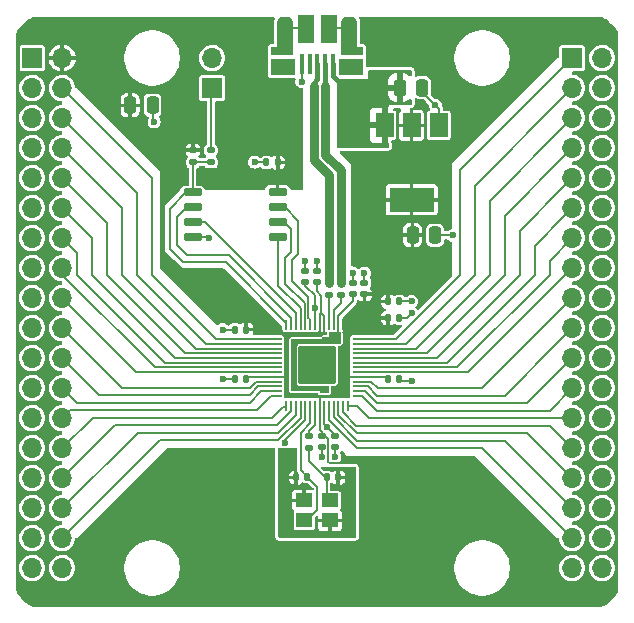
<source format=gbr>
G04 #@! TF.GenerationSoftware,KiCad,Pcbnew,8.0.5*
G04 #@! TF.CreationDate,2025-01-11T09:08:56+01:00*
G04 #@! TF.ProjectId,RP2040_minimal_r2,52503230-3430-45f6-9d69-6e696d616c5f,REV2*
G04 #@! TF.SameCoordinates,Original*
G04 #@! TF.FileFunction,Copper,L1,Top*
G04 #@! TF.FilePolarity,Positive*
%FSLAX46Y46*%
G04 Gerber Fmt 4.6, Leading zero omitted, Abs format (unit mm)*
G04 Created by KiCad (PCBNEW 8.0.5) date 2025-01-11 09:08:56*
%MOMM*%
%LPD*%
G01*
G04 APERTURE LIST*
G04 Aperture macros list*
%AMRoundRect*
0 Rectangle with rounded corners*
0 $1 Rounding radius*
0 $2 $3 $4 $5 $6 $7 $8 $9 X,Y pos of 4 corners*
0 Add a 4 corners polygon primitive as box body*
4,1,4,$2,$3,$4,$5,$6,$7,$8,$9,$2,$3,0*
0 Add four circle primitives for the rounded corners*
1,1,$1+$1,$2,$3*
1,1,$1+$1,$4,$5*
1,1,$1+$1,$6,$7*
1,1,$1+$1,$8,$9*
0 Add four rect primitives between the rounded corners*
20,1,$1+$1,$2,$3,$4,$5,0*
20,1,$1+$1,$4,$5,$6,$7,0*
20,1,$1+$1,$6,$7,$8,$9,0*
20,1,$1+$1,$8,$9,$2,$3,0*%
G04 Aperture macros list end*
G04 #@! TA.AperFunction,SMDPad,CuDef*
%ADD10RoundRect,0.250000X-0.250000X-0.475000X0.250000X-0.475000X0.250000X0.475000X-0.250000X0.475000X0*%
G04 #@! TD*
G04 #@! TA.AperFunction,SMDPad,CuDef*
%ADD11R,0.400000X1.750000*%
G04 #@! TD*
G04 #@! TA.AperFunction,SMDPad,CuDef*
%ADD12R,1.825000X0.700000*%
G04 #@! TD*
G04 #@! TA.AperFunction,SMDPad,CuDef*
%ADD13R,2.000000X1.460000*%
G04 #@! TD*
G04 #@! TA.AperFunction,SMDPad,CuDef*
%ADD14RoundRect,0.384800X0.265200X1.240200X-0.265200X1.240200X-0.265200X-1.240200X0.265200X-1.240200X0*%
G04 #@! TD*
G04 #@! TA.AperFunction,ComponentPad*
%ADD15O,1.300000X1.800000*%
G04 #@! TD*
G04 #@! TA.AperFunction,ComponentPad*
%ADD16O,1.050000X1.450000*%
G04 #@! TD*
G04 #@! TA.AperFunction,SMDPad,CuDef*
%ADD17R,1.425000X2.400000*%
G04 #@! TD*
G04 #@! TA.AperFunction,ComponentPad*
%ADD18R,1.700000X1.700000*%
G04 #@! TD*
G04 #@! TA.AperFunction,ComponentPad*
%ADD19O,1.700000X1.700000*%
G04 #@! TD*
G04 #@! TA.AperFunction,SMDPad,CuDef*
%ADD20RoundRect,0.140000X0.170000X-0.140000X0.170000X0.140000X-0.170000X0.140000X-0.170000X-0.140000X0*%
G04 #@! TD*
G04 #@! TA.AperFunction,SMDPad,CuDef*
%ADD21RoundRect,0.140000X0.140000X0.170000X-0.140000X0.170000X-0.140000X-0.170000X0.140000X-0.170000X0*%
G04 #@! TD*
G04 #@! TA.AperFunction,SMDPad,CuDef*
%ADD22RoundRect,0.135000X-0.185000X0.135000X-0.185000X-0.135000X0.185000X-0.135000X0.185000X0.135000X0*%
G04 #@! TD*
G04 #@! TA.AperFunction,SMDPad,CuDef*
%ADD23R,1.500000X2.000000*%
G04 #@! TD*
G04 #@! TA.AperFunction,SMDPad,CuDef*
%ADD24R,3.800000X2.000000*%
G04 #@! TD*
G04 #@! TA.AperFunction,SMDPad,CuDef*
%ADD25RoundRect,0.150000X-0.650000X-0.150000X0.650000X-0.150000X0.650000X0.150000X-0.650000X0.150000X0*%
G04 #@! TD*
G04 #@! TA.AperFunction,SMDPad,CuDef*
%ADD26RoundRect,0.135000X0.185000X-0.135000X0.185000X0.135000X-0.185000X0.135000X-0.185000X-0.135000X0*%
G04 #@! TD*
G04 #@! TA.AperFunction,SMDPad,CuDef*
%ADD27RoundRect,0.140000X-0.140000X-0.170000X0.140000X-0.170000X0.140000X0.170000X-0.140000X0.170000X0*%
G04 #@! TD*
G04 #@! TA.AperFunction,SMDPad,CuDef*
%ADD28RoundRect,0.140000X-0.170000X0.140000X-0.170000X-0.140000X0.170000X-0.140000X0.170000X0.140000X0*%
G04 #@! TD*
G04 #@! TA.AperFunction,SMDPad,CuDef*
%ADD29RoundRect,0.050000X-0.387500X-0.050000X0.387500X-0.050000X0.387500X0.050000X-0.387500X0.050000X0*%
G04 #@! TD*
G04 #@! TA.AperFunction,SMDPad,CuDef*
%ADD30RoundRect,0.050000X-0.050000X-0.387500X0.050000X-0.387500X0.050000X0.387500X-0.050000X0.387500X0*%
G04 #@! TD*
G04 #@! TA.AperFunction,ComponentPad*
%ADD31C,0.600000*%
G04 #@! TD*
G04 #@! TA.AperFunction,SMDPad,CuDef*
%ADD32RoundRect,0.144000X-1.456000X-1.456000X1.456000X-1.456000X1.456000X1.456000X-1.456000X1.456000X0*%
G04 #@! TD*
G04 #@! TA.AperFunction,SMDPad,CuDef*
%ADD33R,1.400000X1.200000*%
G04 #@! TD*
G04 #@! TA.AperFunction,ViaPad*
%ADD34C,0.600000*%
G04 #@! TD*
G04 #@! TA.AperFunction,Conductor*
%ADD35C,0.200000*%
G04 #@! TD*
G04 #@! TA.AperFunction,Conductor*
%ADD36C,0.150000*%
G04 #@! TD*
G04 #@! TA.AperFunction,Conductor*
%ADD37C,0.400000*%
G04 #@! TD*
G04 #@! TA.AperFunction,Conductor*
%ADD38C,0.300000*%
G04 #@! TD*
G04 #@! TA.AperFunction,Conductor*
%ADD39C,0.800000*%
G04 #@! TD*
G04 APERTURE END LIST*
D10*
X108075000Y-89000000D03*
X109975000Y-89000000D03*
D11*
X101300000Y-74525000D03*
X100650000Y-74525000D03*
X100000000Y-74525000D03*
X99350000Y-74525000D03*
X98700000Y-74525000D03*
D12*
X102987500Y-73400000D03*
D13*
X102900000Y-74730000D03*
D14*
X102725000Y-72125000D03*
D15*
X102725000Y-71700000D03*
D16*
X102425000Y-74730000D03*
D17*
X100962500Y-71500000D03*
X99037500Y-71500000D03*
D16*
X97575000Y-74730000D03*
D14*
X97275000Y-72125000D03*
D15*
X97275000Y-71700000D03*
D13*
X97100000Y-74730000D03*
D12*
X97012500Y-73400000D03*
D18*
X91110000Y-76540000D03*
D19*
X91110000Y-74000000D03*
D18*
X75870000Y-74000000D03*
D19*
X78410000Y-74000000D03*
X75870000Y-76540000D03*
X78410000Y-76540000D03*
X75870000Y-79080000D03*
X78410000Y-79080000D03*
X75870000Y-81620000D03*
X78410000Y-81620000D03*
X75870000Y-84160000D03*
X78410000Y-84160000D03*
X75870000Y-86700000D03*
X78410000Y-86700000D03*
X75870000Y-89240000D03*
X78410000Y-89240000D03*
X75870000Y-91780000D03*
X78410000Y-91780000D03*
X75870000Y-94320000D03*
X78410000Y-94320000D03*
X75870000Y-96860000D03*
X78410000Y-96860000D03*
X75870000Y-99400000D03*
X78410000Y-99400000D03*
X75870000Y-101940000D03*
X78410000Y-101940000D03*
X75870000Y-104480000D03*
X78410000Y-104480000D03*
X75870000Y-107020000D03*
X78410000Y-107020000D03*
X75870000Y-109560000D03*
X78410000Y-109560000D03*
X75870000Y-112100000D03*
X78410000Y-112100000D03*
X75870000Y-114640000D03*
X78410000Y-114640000D03*
X75870000Y-117180000D03*
X78410000Y-117180000D03*
D20*
X104000000Y-93995000D03*
X104000000Y-93035000D03*
X103000000Y-93995000D03*
X103000000Y-93035000D03*
D21*
X93995000Y-101200000D03*
X93035000Y-101200000D03*
X96665000Y-82830000D03*
X95705000Y-82830000D03*
D22*
X89500000Y-81805000D03*
X89500000Y-82825000D03*
D18*
X121590000Y-74000000D03*
D19*
X124130000Y-74000000D03*
X121590000Y-76540000D03*
X124130000Y-76540000D03*
X121590000Y-79080000D03*
X124130000Y-79080000D03*
X121590000Y-81620000D03*
X124130000Y-81620000D03*
X121590000Y-84160000D03*
X124130000Y-84160000D03*
X121590000Y-86700000D03*
X124130000Y-86700000D03*
X121590000Y-89240000D03*
X124130000Y-89240000D03*
X121590000Y-91780000D03*
X124130000Y-91780000D03*
X121590000Y-94320000D03*
X124130000Y-94320000D03*
X121590000Y-96860000D03*
X124130000Y-96860000D03*
X121590000Y-99400000D03*
X124130000Y-99400000D03*
X121590000Y-101940000D03*
X124130000Y-101940000D03*
X121590000Y-104480000D03*
X124130000Y-104480000D03*
X121590000Y-107020000D03*
X124130000Y-107020000D03*
X121590000Y-109560000D03*
X124130000Y-109560000D03*
X121590000Y-112100000D03*
X124130000Y-112100000D03*
X121590000Y-114640000D03*
X124130000Y-114640000D03*
X121590000Y-117180000D03*
X124130000Y-117180000D03*
D23*
X110300000Y-79700000D03*
X108000000Y-79700000D03*
D24*
X108000000Y-86000000D03*
D23*
X105700000Y-79700000D03*
D25*
X89450000Y-85370000D03*
X89450000Y-86640000D03*
X89450000Y-87910000D03*
X89450000Y-89180000D03*
X96650000Y-89180000D03*
X96650000Y-87910000D03*
X96650000Y-86640000D03*
X96650000Y-85370000D03*
D26*
X91000000Y-82825000D03*
X91000000Y-81805000D03*
D20*
X100000000Y-92995000D03*
X100000000Y-92035000D03*
D27*
X106005000Y-101200000D03*
X106965000Y-101200000D03*
D28*
X100381000Y-106005000D03*
X100381000Y-106965000D03*
D22*
X101000000Y-93005000D03*
X101000000Y-94025000D03*
D28*
X101500000Y-106005000D03*
X101500000Y-106965000D03*
D10*
X106987500Y-76500000D03*
X108887500Y-76500000D03*
D21*
X93995000Y-97000000D03*
X93035000Y-97000000D03*
D27*
X106005000Y-94600000D03*
X106965000Y-94600000D03*
D29*
X96562500Y-97400000D03*
X96562500Y-97800000D03*
X96562500Y-98200000D03*
X96562500Y-98600000D03*
X96562500Y-99000000D03*
X96562500Y-99400000D03*
X96562500Y-99800000D03*
X96562500Y-100200000D03*
X96562500Y-100600000D03*
X96562500Y-101000000D03*
X96562500Y-101400000D03*
X96562500Y-101800000D03*
X96562500Y-102200000D03*
X96562500Y-102600000D03*
D30*
X97400000Y-103437500D03*
X97800000Y-103437500D03*
X98200000Y-103437500D03*
X98600000Y-103437500D03*
X99000000Y-103437500D03*
X99400000Y-103437500D03*
X99800000Y-103437500D03*
X100200000Y-103437500D03*
X100600000Y-103437500D03*
X101000000Y-103437500D03*
X101400000Y-103437500D03*
X101800000Y-103437500D03*
X102200000Y-103437500D03*
X102600000Y-103437500D03*
D29*
X103437500Y-102600000D03*
X103437500Y-102200000D03*
X103437500Y-101800000D03*
X103437500Y-101400000D03*
X103437500Y-101000000D03*
X103437500Y-100600000D03*
X103437500Y-100200000D03*
X103437500Y-99800000D03*
X103437500Y-99400000D03*
X103437500Y-99000000D03*
X103437500Y-98600000D03*
X103437500Y-98200000D03*
X103437500Y-97800000D03*
X103437500Y-97400000D03*
D30*
X102600000Y-96562500D03*
X102200000Y-96562500D03*
X101800000Y-96562500D03*
X101400000Y-96562500D03*
X101000000Y-96562500D03*
X100600000Y-96562500D03*
X100200000Y-96562500D03*
X99800000Y-96562500D03*
X99400000Y-96562500D03*
X99000000Y-96562500D03*
X98600000Y-96562500D03*
X98200000Y-96562500D03*
X97800000Y-96562500D03*
X97400000Y-96562500D03*
D31*
X98725000Y-98725000D03*
X98725000Y-100000000D03*
X98725000Y-101275000D03*
X100000000Y-98725000D03*
X100000000Y-100000000D03*
D32*
X100000000Y-100000000D03*
D31*
X100000000Y-101275000D03*
X101275000Y-98725000D03*
X101275000Y-100000000D03*
X101275000Y-101275000D03*
D22*
X102000000Y-93005000D03*
X102000000Y-94025000D03*
D20*
X99000000Y-92995000D03*
X99000000Y-92035000D03*
D27*
X106005000Y-96000000D03*
X106965000Y-96000000D03*
D10*
X84165000Y-78000000D03*
X86065000Y-78000000D03*
D21*
X99180000Y-109500000D03*
X98220000Y-109500000D03*
D27*
X100820000Y-109500000D03*
X101780000Y-109500000D03*
D33*
X98900000Y-113150000D03*
X101100000Y-113150000D03*
X101100000Y-111450000D03*
X98900000Y-111450000D03*
D22*
X99300000Y-105990000D03*
X99300000Y-107010000D03*
D34*
X97100000Y-112300000D03*
X97100000Y-109500000D03*
X102900000Y-109500000D03*
X99000000Y-91200008D03*
X97300000Y-106600000D03*
X92000000Y-97000000D03*
X98700000Y-76000000D03*
X108000000Y-101305000D03*
X86190000Y-79400000D03*
X101500000Y-107782004D03*
X102900000Y-112300000D03*
X92000000Y-101200000D03*
X108000000Y-94600000D03*
X111500000Y-89000000D03*
X103000000Y-92200000D03*
X94700000Y-82800000D03*
X100380994Y-107781990D03*
X108000000Y-95600000D03*
X90800000Y-89200000D03*
X104000000Y-92200000D03*
X110000000Y-78000000D03*
X100000000Y-91200000D03*
X104600000Y-73300000D03*
X95400000Y-73300000D03*
X99800000Y-95199994D03*
X100700000Y-97900000D03*
X100800000Y-105200000D03*
X100599970Y-102100000D03*
D35*
X93030000Y-101200000D02*
X92000000Y-101200000D01*
X104000000Y-93030000D02*
X104000000Y-92200000D01*
X106970000Y-101200000D02*
X107075000Y-101305000D01*
X106970000Y-94600000D02*
X108000000Y-94600000D01*
X98700000Y-74600000D02*
X98700000Y-76000000D01*
X107075000Y-101305000D02*
X108000000Y-101305000D01*
X110300000Y-79700000D02*
X110300000Y-78300000D01*
X102460000Y-71450000D02*
X102730000Y-71720000D01*
X110300000Y-78300000D02*
X110000000Y-78000000D01*
X95375000Y-82800000D02*
X94700000Y-82800000D01*
X101500000Y-106970000D02*
X101500000Y-107782004D01*
D36*
X106970000Y-96000000D02*
X107600000Y-96000000D01*
D35*
X97540000Y-71450000D02*
X97270000Y-71720000D01*
X108875000Y-76875000D02*
X110000000Y-78000000D01*
X89450000Y-89180000D02*
X90780000Y-89180000D01*
D36*
X86140000Y-78000000D02*
X86140000Y-79350000D01*
D35*
X110050000Y-89000000D02*
X111500000Y-89000000D01*
D36*
X99000000Y-104654500D02*
X99000000Y-103437500D01*
D35*
X99040000Y-71450000D02*
X97540000Y-71450000D01*
D36*
X97300000Y-106600000D02*
X97300000Y-106354500D01*
D35*
X99000000Y-92030000D02*
X99000000Y-91200008D01*
D36*
X107600000Y-96000000D02*
X108000000Y-95600000D01*
D35*
X95700000Y-82830000D02*
X95405000Y-82830000D01*
X100381000Y-107781984D02*
X100380994Y-107781990D01*
X100381000Y-106970000D02*
X100381000Y-107781984D01*
X100000000Y-92030000D02*
X100000000Y-91200000D01*
X103000000Y-93030000D02*
X103000000Y-92200000D01*
X93030000Y-97000000D02*
X92000000Y-97000000D01*
X95405000Y-82830000D02*
X95375000Y-82800000D01*
X90780000Y-89180000D02*
X90800000Y-89200000D01*
D36*
X86140000Y-79350000D02*
X86190000Y-79400000D01*
X97300000Y-106354500D02*
X99000000Y-104654500D01*
D35*
X100960000Y-71450000D02*
X102460000Y-71450000D01*
X108875000Y-76500000D02*
X108875000Y-76875000D01*
D37*
X101300000Y-74525000D02*
X101300000Y-75500000D01*
X101300000Y-75500000D02*
X102100000Y-76300000D01*
D36*
X99400000Y-104937861D02*
X98600000Y-105737861D01*
X99400000Y-103437500D02*
X99400000Y-104937861D01*
X98600000Y-108920000D02*
X99180000Y-109500000D01*
X99180000Y-109500000D02*
X100000000Y-110320000D01*
X98600000Y-105737861D02*
X98600000Y-108920000D01*
X100000000Y-112300000D02*
X99150000Y-113150000D01*
X99150000Y-113150000D02*
X98900000Y-113150000D01*
X100000000Y-110320000D02*
X100000000Y-112300000D01*
X99800000Y-105100000D02*
X99300000Y-105600000D01*
X99300000Y-105600000D02*
X99300000Y-105990000D01*
X99800000Y-103437500D02*
X99800000Y-105100000D01*
D35*
X96562500Y-101000000D02*
X94200000Y-101000000D01*
X100200000Y-102800000D02*
X100000000Y-102600000D01*
X94200000Y-101000000D02*
X94000000Y-101200000D01*
D36*
X100952500Y-106251500D02*
X100952500Y-108163000D01*
D35*
X103437500Y-101000000D02*
X102600000Y-101000000D01*
X100200000Y-95700000D02*
X100200000Y-96562500D01*
X96562500Y-101000000D02*
X97400000Y-101000000D01*
X100200000Y-105505500D02*
X100381000Y-105686500D01*
X100600000Y-95799998D02*
X100350001Y-95549999D01*
D36*
X100381000Y-106000000D02*
X100701000Y-106000000D01*
D35*
X100600000Y-97200000D02*
X100400000Y-97400000D01*
X103437500Y-101000000D02*
X105800000Y-101000000D01*
D36*
X101096505Y-108307005D02*
X102141995Y-108307005D01*
X100701000Y-106000000D02*
X100952500Y-106251500D01*
D35*
X100350001Y-94112535D02*
X100350001Y-95549999D01*
X100200000Y-103437500D02*
X100200000Y-105505500D01*
X105800000Y-101000000D02*
X106000000Y-101200000D01*
X96562500Y-97400000D02*
X97400000Y-97400000D01*
X100000000Y-93000000D02*
X100000000Y-93762534D01*
X100600000Y-96562500D02*
X100600000Y-97200000D01*
D36*
X100952500Y-108163000D02*
X101096505Y-108307005D01*
D35*
X100600000Y-96562500D02*
X100600000Y-95799998D01*
X100200000Y-96562500D02*
X100200000Y-97400000D01*
X108000000Y-86000000D02*
X108000000Y-89000000D01*
X100381000Y-105686500D02*
X100381000Y-106000000D01*
X100350001Y-95549999D02*
X100200000Y-95700000D01*
X102200000Y-96100000D02*
X103600000Y-94700000D01*
X100200000Y-97400000D02*
X100200000Y-97000000D01*
X100000000Y-93762534D02*
X100350001Y-94112535D01*
X96650000Y-85370000D02*
X96650000Y-82850000D01*
X100200000Y-103437500D02*
X100200000Y-102800000D01*
X102200000Y-96562500D02*
X102200000Y-96100000D01*
X96650000Y-82850000D02*
X96670000Y-82830000D01*
X96562500Y-97400000D02*
X95700000Y-97400000D01*
D38*
X74700000Y-72900000D02*
X74700000Y-75200000D01*
D35*
X99800000Y-96562500D02*
X99800000Y-95199994D01*
X101800000Y-95800000D02*
X103000000Y-94600000D01*
X99000000Y-93295000D02*
X99800000Y-94095000D01*
X101500000Y-105900000D02*
X100800000Y-105200000D01*
X100600000Y-105000000D02*
X100800000Y-105200000D01*
X99800000Y-94095000D02*
X99800000Y-94775730D01*
X101500000Y-106000000D02*
X101500000Y-105900000D01*
X101800000Y-96562500D02*
X101800000Y-95800000D01*
X101800000Y-96562500D02*
X101800000Y-97400000D01*
X99000000Y-93000000D02*
X99000000Y-93295000D01*
X99800000Y-94775730D02*
X99800000Y-95199994D01*
X103000000Y-94600000D02*
X103000000Y-94000000D01*
X100600000Y-103437500D02*
X100600000Y-105000000D01*
D36*
X91000000Y-76650000D02*
X91110000Y-76540000D01*
X91000000Y-81830000D02*
X91000000Y-76650000D01*
X98600000Y-104437861D02*
X96687861Y-106350000D01*
X96687861Y-106350000D02*
X86700000Y-106350000D01*
X86700000Y-106350000D02*
X78410000Y-114640000D01*
X98600000Y-103437500D02*
X98600000Y-104437861D01*
X84795000Y-105715000D02*
X78410000Y-112100000D01*
X98200000Y-104190000D02*
X96675000Y-105715000D01*
X98200000Y-103437500D02*
X98200000Y-104190000D01*
X96675000Y-105715000D02*
X84795000Y-105715000D01*
X96595000Y-105080000D02*
X82890000Y-105080000D01*
X82890000Y-105080000D02*
X78410000Y-109560000D01*
X97800000Y-103437500D02*
X97800000Y-103875000D01*
X97800000Y-103875000D02*
X96595000Y-105080000D01*
X97400000Y-103437500D02*
X97300000Y-103537500D01*
X97300000Y-103537500D02*
X97097500Y-103537500D01*
X80985000Y-104445000D02*
X78410000Y-107020000D01*
X97097500Y-103537500D02*
X96190000Y-104445000D01*
X96190000Y-104445000D02*
X80985000Y-104445000D01*
X79080000Y-103810000D02*
X78410000Y-104480000D01*
X96562500Y-102600000D02*
X96130000Y-102600000D01*
X94920000Y-103810000D02*
X79080000Y-103810000D01*
X96130000Y-102600000D02*
X94920000Y-103810000D01*
X96562500Y-102200000D02*
X95260000Y-102200000D01*
X95260000Y-102200000D02*
X94285000Y-103175000D01*
X79645000Y-103175000D02*
X78410000Y-101940000D01*
X94285000Y-103175000D02*
X79645000Y-103175000D01*
X94285000Y-102540000D02*
X81550000Y-102540000D01*
X81550000Y-102540000D02*
X78410000Y-99400000D01*
X96562500Y-101800000D02*
X95025000Y-101800000D01*
X95025000Y-101800000D02*
X94285000Y-102540000D01*
X83455000Y-101905000D02*
X78410000Y-96860000D01*
X94285000Y-101905000D02*
X83455000Y-101905000D01*
X94790000Y-101400000D02*
X94285000Y-101905000D01*
X96562500Y-101400000D02*
X94790000Y-101400000D01*
X96562500Y-100600000D02*
X84690000Y-100600000D01*
X84690000Y-100600000D02*
X78410000Y-94320000D01*
X86230000Y-100200000D02*
X78410000Y-92380000D01*
X78410000Y-92380000D02*
X78410000Y-91780000D01*
X96562500Y-100200000D02*
X86230000Y-100200000D01*
X96562500Y-99800000D02*
X87100000Y-99800000D01*
X79680000Y-90510000D02*
X78410000Y-89240000D01*
X87100000Y-99800000D02*
X79680000Y-92380000D01*
X79680000Y-92380000D02*
X79680000Y-90510000D01*
X80950000Y-92380000D02*
X80950000Y-89240000D01*
X80950000Y-89240000D02*
X78410000Y-86700000D01*
X96562500Y-99400000D02*
X87970000Y-99400000D01*
X87970000Y-99400000D02*
X80950000Y-92380000D01*
X88840000Y-99000000D02*
X82220000Y-92380000D01*
X96562500Y-99000000D02*
X88840000Y-99000000D01*
X82220000Y-87952500D02*
X78427500Y-84160000D01*
X82220000Y-92380000D02*
X82220000Y-87952500D01*
X78427500Y-84160000D02*
X78410000Y-84160000D01*
X96562500Y-98600000D02*
X89710000Y-98600000D01*
X83490000Y-86682500D02*
X78427500Y-81620000D01*
X78427500Y-81620000D02*
X78410000Y-81620000D01*
X83490000Y-92380000D02*
X83490000Y-86682500D01*
X89710000Y-98600000D02*
X83490000Y-92380000D01*
X84760000Y-85412500D02*
X78427500Y-79080000D01*
X90580000Y-98200000D02*
X84760000Y-92380000D01*
X84760000Y-92380000D02*
X84760000Y-85412500D01*
X96562500Y-98200000D02*
X90580000Y-98200000D01*
X78427500Y-79080000D02*
X78410000Y-79080000D01*
X96562500Y-97800000D02*
X91450000Y-97800000D01*
X86030000Y-92380000D02*
X86030000Y-84160000D01*
X91450000Y-97800000D02*
X86030000Y-92380000D01*
X86030000Y-84160000D02*
X78410000Y-76540000D01*
X121581250Y-74000000D02*
X121590000Y-74000000D01*
X106645000Y-97800000D02*
X112065000Y-92380000D01*
X112065000Y-92380000D02*
X112065000Y-83516250D01*
X103437500Y-97800000D02*
X106645000Y-97800000D01*
X112065000Y-83516250D02*
X121581250Y-74000000D01*
X103437500Y-98200000D02*
X107515000Y-98200000D01*
X107515000Y-98200000D02*
X113335000Y-92380000D01*
X120930000Y-77200000D02*
X121590000Y-76540000D01*
X113335000Y-92380000D02*
X113335000Y-84795000D01*
X113335000Y-84795000D02*
X120930000Y-77200000D01*
X120920000Y-79750000D02*
X121590000Y-79080000D01*
X114605000Y-86065000D02*
X120920000Y-79750000D01*
X114605000Y-92380000D02*
X114605000Y-86065000D01*
X108385000Y-98600000D02*
X114605000Y-92380000D01*
X103437500Y-98600000D02*
X108385000Y-98600000D01*
X115875000Y-92397500D02*
X115875000Y-87335000D01*
X120920000Y-82290000D02*
X121590000Y-81620000D01*
X115875000Y-87335000D02*
X120920000Y-82290000D01*
X103437500Y-99000000D02*
X109272500Y-99000000D01*
X109272500Y-99000000D02*
X115875000Y-92397500D01*
X103437500Y-99400000D02*
X110125000Y-99400000D01*
X117145000Y-92380000D02*
X117145000Y-88605000D01*
X117145000Y-88605000D02*
X120920000Y-84830000D01*
X110125000Y-99400000D02*
X117145000Y-92380000D01*
X120920000Y-84830000D02*
X121590000Y-84160000D01*
X118415000Y-89875000D02*
X120920000Y-87370000D01*
X110995000Y-99800000D02*
X118415000Y-92380000D01*
X120920000Y-87370000D02*
X121590000Y-86700000D01*
X118415000Y-92380000D02*
X118415000Y-89875000D01*
X103437500Y-99800000D02*
X110995000Y-99800000D01*
X119685000Y-91145000D02*
X119685000Y-92380000D01*
X111865000Y-100200000D02*
X105200000Y-100200000D01*
X119685000Y-92380000D02*
X111865000Y-100200000D01*
X121590000Y-89240000D02*
X119685000Y-91145000D01*
X105200000Y-100200000D02*
X103437500Y-100200000D01*
X120320000Y-93050000D02*
X121590000Y-91780000D01*
X112770000Y-100600000D02*
X120320000Y-93050000D01*
X103437500Y-100600000D02*
X112770000Y-100600000D01*
X105108750Y-101940000D02*
X113970000Y-101940000D01*
X120320000Y-95590000D02*
X121590000Y-94320000D01*
X113970000Y-101940000D02*
X120320000Y-95590000D01*
X103437500Y-101400000D02*
X104568750Y-101400000D01*
X104568750Y-101400000D02*
X105108750Y-101940000D01*
X104305000Y-101800000D02*
X105080000Y-102575000D01*
X115875000Y-102575000D02*
X120320000Y-98130000D01*
X103437500Y-101800000D02*
X104305000Y-101800000D01*
X120320000Y-98130000D02*
X121590000Y-96860000D01*
X105080000Y-102575000D02*
X115875000Y-102575000D01*
X117780000Y-103210000D02*
X120320000Y-100670000D01*
X120320000Y-100670000D02*
X121590000Y-99400000D01*
X105080000Y-103210000D02*
X117780000Y-103210000D01*
X104070000Y-102200000D02*
X105080000Y-103210000D01*
X103437500Y-102200000D02*
X104070000Y-102200000D01*
X103835000Y-102600000D02*
X103437500Y-102600000D01*
X105080000Y-103845000D02*
X103835000Y-102600000D01*
X121590000Y-101940000D02*
X119685000Y-103845000D01*
X119685000Y-103845000D02*
X105080000Y-103845000D01*
X103342681Y-103437500D02*
X104385181Y-104480000D01*
X102600000Y-103437500D02*
X103342681Y-103437500D01*
X104385181Y-104480000D02*
X121590000Y-104480000D01*
X103315000Y-105115000D02*
X102200000Y-104000000D01*
X119685000Y-105115000D02*
X103315000Y-105115000D01*
X102200000Y-104000000D02*
X102200000Y-103437500D01*
X121590000Y-107020000D02*
X119685000Y-105115000D01*
X101800000Y-104200000D02*
X101800000Y-103437500D01*
X121590000Y-109560000D02*
X117780000Y-105750000D01*
X117780000Y-105750000D02*
X103350000Y-105750000D01*
X103350000Y-105750000D02*
X101800000Y-104200000D01*
X103385000Y-106385000D02*
X101400000Y-104400000D01*
X101400000Y-104400000D02*
X101400000Y-103437500D01*
X121590000Y-112100000D02*
X115875000Y-106385000D01*
X115875000Y-106385000D02*
X103385000Y-106385000D01*
X113970000Y-107020000D02*
X103408501Y-107020000D01*
X103408501Y-107020000D02*
X101000000Y-104611499D01*
X121590000Y-114640000D02*
X113970000Y-107020000D01*
X101000000Y-104611499D02*
X101000000Y-103437500D01*
X97400000Y-96400000D02*
X97400000Y-96600000D01*
X89450000Y-82850000D02*
X89500000Y-82800000D01*
X88600000Y-91300000D02*
X92300000Y-91300000D01*
X87500000Y-86800000D02*
X87500000Y-90200000D01*
X92300000Y-91300000D02*
X97400000Y-96400000D01*
X89450000Y-85370000D02*
X88930000Y-85370000D01*
X87500000Y-90200000D02*
X88600000Y-91300000D01*
X88930000Y-85370000D02*
X87500000Y-86800000D01*
X89450000Y-85370000D02*
X89450000Y-82850000D01*
X89500000Y-82800000D02*
X91000000Y-82800000D01*
X97400000Y-96600000D02*
X97400000Y-96627500D01*
D35*
X101000000Y-96562500D02*
X101000000Y-94000000D01*
X101400000Y-95300000D02*
X102000000Y-94700000D01*
X101400000Y-96562500D02*
X101400000Y-95300000D01*
X102000000Y-94700000D02*
X102000000Y-94000000D01*
D36*
X98400000Y-87800000D02*
X97240000Y-86640000D01*
X99251321Y-95976321D02*
X99251321Y-94251321D01*
X97900000Y-92900000D02*
X97900000Y-91100000D01*
X99400000Y-96125000D02*
X99251321Y-95976321D01*
X99400000Y-96562500D02*
X99400000Y-96125000D01*
X98400000Y-90600000D02*
X98400000Y-87800000D01*
X99251321Y-94251321D02*
X97900000Y-92900000D01*
X97900000Y-91100000D02*
X98400000Y-90600000D01*
X97240000Y-86640000D02*
X96650000Y-86640000D01*
X97800000Y-88500000D02*
X97210000Y-87910000D01*
X99000000Y-96572500D02*
X98951310Y-96523810D01*
X98951310Y-94751310D02*
X97300000Y-93100000D01*
X97210000Y-87910000D02*
X96650000Y-87910000D01*
X98951310Y-96523810D02*
X98951310Y-94751310D01*
X97300000Y-90900000D02*
X97800000Y-90400000D01*
X97800000Y-90400000D02*
X97800000Y-88500000D01*
X97300000Y-93100000D02*
X97300000Y-90900000D01*
X98600000Y-95200000D02*
X96700000Y-93300000D01*
X96700000Y-93300000D02*
X96700000Y-89230000D01*
X98600000Y-96572500D02*
X98600000Y-95200000D01*
X96700000Y-89230000D02*
X96650000Y-89180000D01*
X98200000Y-96572500D02*
X98200000Y-95600000D01*
X98200000Y-95600000D02*
X90510000Y-87910000D01*
X90510000Y-87910000D02*
X89450000Y-87910000D01*
X88960000Y-86640000D02*
X89450000Y-86640000D01*
X88100000Y-87500000D02*
X88960000Y-86640000D01*
X89000000Y-90700000D02*
X88100000Y-89800000D01*
X88100000Y-89800000D02*
X88100000Y-87500000D01*
X97800000Y-96000000D02*
X92500000Y-90700000D01*
X97800000Y-96572500D02*
X97800000Y-96000000D01*
X92500000Y-90700000D02*
X89000000Y-90700000D01*
D39*
X101025000Y-83896752D02*
X99725000Y-82596752D01*
D37*
X100000000Y-75800000D02*
X99725000Y-76075000D01*
X100000000Y-74525000D02*
X100000000Y-75800000D01*
D39*
X99725000Y-82596752D02*
X99725000Y-76400000D01*
X101025000Y-93005000D02*
X101025000Y-83896752D01*
D37*
X99725000Y-76075000D02*
X99725000Y-76400000D01*
D39*
X101000000Y-93030000D02*
X101025000Y-93005000D01*
X100675000Y-82203248D02*
X100675000Y-76400000D01*
X101975000Y-83503248D02*
X100675000Y-82203248D01*
X102000000Y-93030000D02*
X101975000Y-93005000D01*
X101975000Y-93005000D02*
X101975000Y-83503248D01*
D37*
X100650000Y-74525000D02*
X100650000Y-76375000D01*
X100650000Y-76375000D02*
X100675000Y-76400000D01*
D36*
X100700000Y-109500000D02*
X100820000Y-109500000D01*
X100820000Y-111170000D02*
X100820000Y-109500000D01*
X101100000Y-111450000D02*
X100820000Y-111170000D01*
X99300000Y-108100000D02*
X100700000Y-109500000D01*
X99300000Y-107010000D02*
X99300000Y-108100000D01*
G04 #@! TA.AperFunction,Conductor*
G36*
X107943039Y-75019685D02*
G01*
X107988794Y-75072489D01*
X108000000Y-75124000D01*
X108000000Y-75416164D01*
X107980315Y-75483203D01*
X107927511Y-75528958D01*
X107858353Y-75538902D01*
X107794797Y-75509877D01*
X107788319Y-75503845D01*
X107710840Y-75426366D01*
X107560027Y-75333343D01*
X107560022Y-75333341D01*
X107391825Y-75277606D01*
X107288015Y-75267000D01*
X107241500Y-75267000D01*
X107241500Y-77733000D01*
X107288003Y-77733000D01*
X107288015Y-77732999D01*
X107391825Y-77722393D01*
X107560022Y-77666658D01*
X107560027Y-77666656D01*
X107710840Y-77573633D01*
X107788319Y-77496155D01*
X107849642Y-77462670D01*
X107919334Y-77467654D01*
X107975267Y-77509526D01*
X107999684Y-77574990D01*
X108000000Y-77583836D01*
X108000000Y-77876000D01*
X107980315Y-77943039D01*
X107927511Y-77988794D01*
X107876000Y-78000000D01*
X106100000Y-78000000D01*
X106100000Y-78068000D01*
X106080315Y-78135039D01*
X106027511Y-78180794D01*
X105976000Y-78192000D01*
X105954000Y-78192000D01*
X105954000Y-81208000D01*
X105976000Y-81208000D01*
X106043039Y-81227685D01*
X106088794Y-81280489D01*
X106100000Y-81332000D01*
X106100000Y-81476000D01*
X106080315Y-81543039D01*
X106027511Y-81588794D01*
X105976000Y-81600000D01*
X101824000Y-81600000D01*
X101756961Y-81580315D01*
X101711206Y-81527511D01*
X101700000Y-81476000D01*
X101700000Y-80748581D01*
X104442000Y-80748581D01*
X104448506Y-80809097D01*
X104499553Y-80945961D01*
X104587096Y-81062903D01*
X104704038Y-81150445D01*
X104704038Y-81150446D01*
X104840902Y-81201493D01*
X104901418Y-81207999D01*
X104901420Y-81208000D01*
X105446000Y-81208000D01*
X105446000Y-79954000D01*
X104442000Y-79954000D01*
X104442000Y-80748581D01*
X101700000Y-80748581D01*
X101700000Y-78651418D01*
X104442000Y-78651418D01*
X104442000Y-79446000D01*
X105446000Y-79446000D01*
X105446000Y-78192000D01*
X104901418Y-78192000D01*
X104840902Y-78198506D01*
X104704038Y-78249553D01*
X104704038Y-78249554D01*
X104587096Y-78337096D01*
X104499554Y-78454038D01*
X104499553Y-78454038D01*
X104448506Y-78590902D01*
X104442000Y-78651418D01*
X101700000Y-78651418D01*
X101700000Y-77025515D01*
X105979500Y-77025515D01*
X105990106Y-77129325D01*
X106045841Y-77297522D01*
X106045843Y-77297527D01*
X106138866Y-77448340D01*
X106264159Y-77573633D01*
X106414972Y-77666656D01*
X106414977Y-77666658D01*
X106583174Y-77722393D01*
X106686984Y-77732999D01*
X106686997Y-77733000D01*
X106733500Y-77733000D01*
X106733500Y-76754000D01*
X105979500Y-76754000D01*
X105979500Y-77025515D01*
X101700000Y-77025515D01*
X101700000Y-75974484D01*
X105979500Y-75974484D01*
X105979500Y-76246000D01*
X106733500Y-76246000D01*
X106733500Y-75267000D01*
X106686984Y-75267000D01*
X106583174Y-75277606D01*
X106414977Y-75333341D01*
X106414972Y-75333343D01*
X106264159Y-75426366D01*
X106138866Y-75551659D01*
X106045843Y-75702472D01*
X106045841Y-75702477D01*
X105990106Y-75870674D01*
X105979500Y-75974484D01*
X101700000Y-75974484D01*
X101700000Y-75924000D01*
X101719685Y-75856961D01*
X101772489Y-75811206D01*
X101824000Y-75800000D01*
X104300000Y-75800000D01*
X104300000Y-75124000D01*
X104319685Y-75056961D01*
X104372489Y-75011206D01*
X104424000Y-75000000D01*
X107876000Y-75000000D01*
X107943039Y-75019685D01*
G37*
G04 #@! TD.AperFunction*
G04 #@! TA.AperFunction,Conductor*
G36*
X101978326Y-97221674D02*
G01*
X102000000Y-97274000D01*
X102000000Y-98126000D01*
X101978326Y-98178326D01*
X101926000Y-98200000D01*
X98400000Y-98200000D01*
X98400000Y-98240863D01*
X98378326Y-98293189D01*
X98296830Y-98374684D01*
X98252357Y-98475405D01*
X98252356Y-98475409D01*
X98249500Y-98500032D01*
X98249500Y-101499967D01*
X98252356Y-101524590D01*
X98252357Y-101524594D01*
X98296830Y-101625315D01*
X98374685Y-101703170D01*
X98475406Y-101747643D01*
X98500032Y-101750500D01*
X100926000Y-101750500D01*
X100978326Y-101772174D01*
X101000000Y-101824500D01*
X101000000Y-102326000D01*
X100978326Y-102378326D01*
X100926000Y-102400000D01*
X100274000Y-102400000D01*
X100221674Y-102378326D01*
X100200000Y-102326000D01*
X100200000Y-102200000D01*
X97874000Y-102200000D01*
X97821674Y-102178326D01*
X97800000Y-102126000D01*
X97800000Y-97874000D01*
X97821674Y-97821674D01*
X97874000Y-97800000D01*
X100600000Y-97800000D01*
X100600000Y-97674000D01*
X100621674Y-97621674D01*
X100674000Y-97600000D01*
X101000000Y-97600000D01*
X101000000Y-97274000D01*
X101021674Y-97221674D01*
X101074000Y-97200000D01*
X101926000Y-97200000D01*
X101978326Y-97221674D01*
G37*
G04 #@! TD.AperFunction*
G04 #@! TA.AperFunction,Conductor*
G36*
X100860978Y-97203285D02*
G01*
X100856339Y-97214485D01*
X100856335Y-97214498D01*
X100844500Y-97274001D01*
X100844500Y-97370500D01*
X100822826Y-97422826D01*
X100770500Y-97444500D01*
X100674000Y-97444500D01*
X100656012Y-97448078D01*
X100641576Y-97449500D01*
X100635228Y-97449500D01*
X100510931Y-97485995D01*
X100401954Y-97556031D01*
X100401947Y-97556036D01*
X100347426Y-97618959D01*
X100296780Y-97644311D01*
X100291500Y-97644500D01*
X97874000Y-97644500D01*
X97857131Y-97647855D01*
X97814498Y-97656335D01*
X97814488Y-97656338D01*
X97762173Y-97678008D01*
X97762156Y-97678016D01*
X97727013Y-97698305D01*
X97727011Y-97698307D01*
X97678012Y-97762164D01*
X97678010Y-97762168D01*
X97656338Y-97814488D01*
X97656335Y-97814498D01*
X97644500Y-97874001D01*
X97644500Y-102125998D01*
X97656335Y-102185501D01*
X97656338Y-102185511D01*
X97678008Y-102237826D01*
X97678016Y-102237843D01*
X97698305Y-102272986D01*
X97698307Y-102272988D01*
X97698308Y-102272989D01*
X97762167Y-102321989D01*
X97814493Y-102343663D01*
X97874000Y-102355500D01*
X99994463Y-102355500D01*
X100046789Y-102377174D01*
X100062830Y-102401182D01*
X100078008Y-102437826D01*
X100078016Y-102437843D01*
X100098305Y-102472986D01*
X100098307Y-102472988D01*
X100098308Y-102472989D01*
X100162167Y-102521989D01*
X100214493Y-102543663D01*
X100274000Y-102555500D01*
X100274002Y-102555500D01*
X100925998Y-102555500D01*
X100926000Y-102555500D01*
X100985507Y-102543663D01*
X101037833Y-102521989D01*
X101072989Y-102501692D01*
X101121989Y-102437833D01*
X101143663Y-102385507D01*
X101155500Y-102326000D01*
X101155500Y-101824500D01*
X101177174Y-101772174D01*
X101229500Y-101750500D01*
X101499968Y-101750500D01*
X101524594Y-101747643D01*
X101625315Y-101703170D01*
X101703170Y-101625315D01*
X101747643Y-101524594D01*
X101750500Y-101499968D01*
X101750500Y-98500032D01*
X101747643Y-98475406D01*
X101740572Y-98459391D01*
X101739263Y-98402769D01*
X101778375Y-98361806D01*
X101808266Y-98355500D01*
X101925998Y-98355500D01*
X101926000Y-98355500D01*
X101985507Y-98343663D01*
X102037833Y-98321989D01*
X102072989Y-98301692D01*
X102121989Y-98237833D01*
X102143663Y-98185507D01*
X102155500Y-98126000D01*
X102155500Y-97274000D01*
X102143663Y-97214493D01*
X102137660Y-97200000D01*
X102800000Y-97200000D01*
X102800000Y-102800000D01*
X97200000Y-102800000D01*
X97200000Y-97200000D01*
X100000000Y-97200000D01*
X100800000Y-97200000D01*
X100861301Y-97200000D01*
X100860978Y-97203285D01*
G37*
G04 #@! TD.AperFunction*
G04 #@! TA.AperFunction,Conductor*
G36*
X96386363Y-70518907D02*
G01*
X96422327Y-70568407D01*
X96423241Y-70626620D01*
X96422118Y-70630485D01*
X96422117Y-70630487D01*
X96398558Y-70711578D01*
X96377336Y-70784623D01*
X96377334Y-70784630D01*
X96374500Y-70820653D01*
X96374500Y-72700500D01*
X96355593Y-72758691D01*
X96306093Y-72794655D01*
X96275500Y-72799500D01*
X96075326Y-72799500D01*
X96075325Y-72799500D01*
X96075315Y-72799501D01*
X96002263Y-72814033D01*
X96002257Y-72814035D01*
X95919400Y-72869397D01*
X95919397Y-72869400D01*
X95864035Y-72952257D01*
X95864033Y-72952263D01*
X95849501Y-73025315D01*
X95849500Y-73025325D01*
X95849500Y-73025326D01*
X95849500Y-73774674D01*
X95864034Y-73847740D01*
X95864034Y-73847741D01*
X95865615Y-73855685D01*
X95865615Y-73894315D01*
X95864034Y-73902258D01*
X95864034Y-73902260D01*
X95857686Y-73934174D01*
X95849500Y-73975325D01*
X95849500Y-75484672D01*
X95849501Y-75484684D01*
X95864033Y-75557736D01*
X95864035Y-75557742D01*
X95919397Y-75640599D01*
X95919400Y-75640602D01*
X95959582Y-75667450D01*
X96002260Y-75695966D01*
X96057808Y-75707015D01*
X96075315Y-75710498D01*
X96075320Y-75710498D01*
X96075326Y-75710500D01*
X96075327Y-75710500D01*
X98075895Y-75710500D01*
X98134086Y-75729407D01*
X98170050Y-75778907D01*
X98170050Y-75840093D01*
X98167359Y-75847385D01*
X98163670Y-75856290D01*
X98163669Y-75856291D01*
X98144750Y-75999999D01*
X98144750Y-76000000D01*
X98163669Y-76143708D01*
X98163670Y-76143709D01*
X98219139Y-76277625D01*
X98307379Y-76392621D01*
X98422375Y-76480861D01*
X98556291Y-76536330D01*
X98700000Y-76555250D01*
X98701000Y-76555250D01*
X98701681Y-76555471D01*
X98706433Y-76556097D01*
X98706317Y-76556977D01*
X98759191Y-76574157D01*
X98795155Y-76623657D01*
X98800000Y-76654250D01*
X98800000Y-85101000D01*
X98781093Y-85159191D01*
X98731593Y-85195155D01*
X98701000Y-85200000D01*
X97839999Y-85200000D01*
X97781808Y-85181093D01*
X97746554Y-85133697D01*
X97702344Y-85007352D01*
X97621792Y-84898209D01*
X97621790Y-84898207D01*
X97512647Y-84817654D01*
X97384601Y-84772850D01*
X97354211Y-84770000D01*
X96800001Y-84770000D01*
X96800000Y-84770001D01*
X96800000Y-85200000D01*
X96500000Y-85200000D01*
X96500000Y-84770001D01*
X96499999Y-84770000D01*
X95945796Y-84770000D01*
X95915399Y-84772850D01*
X95915397Y-84772850D01*
X95787352Y-84817654D01*
X95678209Y-84898207D01*
X95678207Y-84898209D01*
X95597655Y-85007352D01*
X95553446Y-85133697D01*
X95516380Y-85182378D01*
X95460001Y-85200000D01*
X90586879Y-85200000D01*
X90528688Y-85181093D01*
X90492724Y-85131593D01*
X90489098Y-85116487D01*
X90485647Y-85094699D01*
X90485646Y-85094697D01*
X90485646Y-85094696D01*
X90428050Y-84981658D01*
X90338342Y-84891950D01*
X90225304Y-84834354D01*
X90225305Y-84834354D01*
X90131522Y-84819500D01*
X90131519Y-84819500D01*
X89874500Y-84819500D01*
X89816309Y-84800593D01*
X89780345Y-84751093D01*
X89775500Y-84720500D01*
X89775500Y-83406656D01*
X89794407Y-83348465D01*
X89831017Y-83317715D01*
X89912102Y-83278076D01*
X90003076Y-83187102D01*
X90006050Y-83181017D01*
X90048594Y-83137045D01*
X90094990Y-83125500D01*
X90405010Y-83125500D01*
X90463201Y-83144407D01*
X90493949Y-83181017D01*
X90496924Y-83187102D01*
X90587898Y-83278076D01*
X90703482Y-83334582D01*
X90778418Y-83345500D01*
X90778421Y-83345500D01*
X91221578Y-83345500D01*
X91221582Y-83345500D01*
X91296518Y-83334582D01*
X91412102Y-83278076D01*
X91503076Y-83187102D01*
X91559582Y-83071518D01*
X91570500Y-82996582D01*
X91570500Y-82799999D01*
X94144750Y-82799999D01*
X94144750Y-82800000D01*
X94163669Y-82943708D01*
X94163670Y-82943709D01*
X94209624Y-83054655D01*
X94219139Y-83077625D01*
X94307379Y-83192621D01*
X94422375Y-83280861D01*
X94556291Y-83336330D01*
X94700000Y-83355250D01*
X94843709Y-83336330D01*
X94977625Y-83280861D01*
X95092621Y-83192621D01*
X95092622Y-83192618D01*
X95093265Y-83192126D01*
X95150940Y-83171701D01*
X95209606Y-83189078D01*
X95241741Y-83225719D01*
X95245141Y-83232391D01*
X95332609Y-83319859D01*
X95442825Y-83376017D01*
X95534265Y-83390500D01*
X95875734Y-83390499D01*
X95875737Y-83390499D01*
X95902332Y-83386286D01*
X95967175Y-83376017D01*
X96077391Y-83319859D01*
X96077391Y-83319858D01*
X96077394Y-83319857D01*
X96083697Y-83315278D01*
X96084625Y-83316556D01*
X96131120Y-83292860D01*
X96191553Y-83302426D01*
X96205406Y-83310985D01*
X96317079Y-83393405D01*
X96442272Y-83437212D01*
X96471999Y-83439999D01*
X96515000Y-83439998D01*
X96515000Y-82980001D01*
X96815000Y-82980001D01*
X96815000Y-83439998D01*
X96815001Y-83439999D01*
X96858004Y-83439999D01*
X96887721Y-83437213D01*
X96887726Y-83437212D01*
X97012920Y-83393405D01*
X97119639Y-83314641D01*
X97119641Y-83314639D01*
X97198405Y-83207920D01*
X97242212Y-83082727D01*
X97245000Y-83053000D01*
X97245000Y-82980001D01*
X97244999Y-82980000D01*
X96815001Y-82980000D01*
X96815000Y-82980001D01*
X96515000Y-82980001D01*
X96515000Y-82220001D01*
X96815000Y-82220001D01*
X96815000Y-82679999D01*
X96815001Y-82680000D01*
X97244998Y-82680000D01*
X97244999Y-82679999D01*
X97244999Y-82606996D01*
X97242213Y-82577278D01*
X97242212Y-82577273D01*
X97198405Y-82452079D01*
X97119641Y-82345360D01*
X97119639Y-82345358D01*
X97012920Y-82266594D01*
X96887727Y-82222787D01*
X96858000Y-82220000D01*
X96815001Y-82220000D01*
X96815000Y-82220001D01*
X96515000Y-82220001D01*
X96515000Y-82219999D01*
X96471997Y-82220000D01*
X96442278Y-82222786D01*
X96442273Y-82222787D01*
X96317079Y-82266594D01*
X96205406Y-82349015D01*
X96147358Y-82368357D01*
X96089028Y-82349886D01*
X96078366Y-82340849D01*
X96077393Y-82340143D01*
X96077391Y-82340141D01*
X95967175Y-82283983D01*
X95967176Y-82283983D01*
X95875736Y-82269500D01*
X95534262Y-82269500D01*
X95442825Y-82283983D01*
X95442821Y-82283984D01*
X95332610Y-82340140D01*
X95332609Y-82340140D01*
X95332609Y-82340141D01*
X95252244Y-82420505D01*
X95197730Y-82448281D01*
X95182243Y-82449500D01*
X95173764Y-82449500D01*
X95115573Y-82430593D01*
X95095223Y-82410769D01*
X95092623Y-82407381D01*
X95092621Y-82407380D01*
X95092621Y-82407379D01*
X94977625Y-82319139D01*
X94977621Y-82319137D01*
X94843709Y-82263670D01*
X94843708Y-82263669D01*
X94700000Y-82244750D01*
X94556291Y-82263669D01*
X94556290Y-82263670D01*
X94422378Y-82319137D01*
X94422374Y-82319139D01*
X94307381Y-82407377D01*
X94307377Y-82407381D01*
X94219139Y-82522374D01*
X94219137Y-82522378D01*
X94163670Y-82656290D01*
X94163669Y-82656291D01*
X94144750Y-82799999D01*
X91570500Y-82799999D01*
X91570500Y-82653418D01*
X91559582Y-82578482D01*
X91503076Y-82462898D01*
X91425179Y-82385001D01*
X91397404Y-82330487D01*
X91406975Y-82270055D01*
X91425178Y-82244999D01*
X91503076Y-82167102D01*
X91559582Y-82051518D01*
X91570500Y-81976582D01*
X91570500Y-81633418D01*
X91559582Y-81558482D01*
X91503076Y-81442898D01*
X91412102Y-81351924D01*
X91412100Y-81351923D01*
X91412099Y-81351922D01*
X91381019Y-81336728D01*
X91337045Y-81294184D01*
X91325500Y-81247788D01*
X91325500Y-77739500D01*
X91344407Y-77681309D01*
X91393907Y-77645345D01*
X91424500Y-77640500D01*
X91984673Y-77640500D01*
X91984674Y-77640500D01*
X92057740Y-77625966D01*
X92140601Y-77570601D01*
X92195966Y-77487740D01*
X92210500Y-77414674D01*
X92210500Y-75665326D01*
X92208287Y-75654203D01*
X92205581Y-75640599D01*
X92195966Y-75592260D01*
X92154974Y-75530910D01*
X92140602Y-75509400D01*
X92140599Y-75509397D01*
X92057742Y-75454035D01*
X92057740Y-75454034D01*
X92057737Y-75454033D01*
X92057736Y-75454033D01*
X91984684Y-75439501D01*
X91984674Y-75439500D01*
X90235326Y-75439500D01*
X90235325Y-75439500D01*
X90235315Y-75439501D01*
X90162263Y-75454033D01*
X90162257Y-75454035D01*
X90079400Y-75509397D01*
X90079397Y-75509400D01*
X90024035Y-75592257D01*
X90024033Y-75592263D01*
X90009501Y-75665315D01*
X90009500Y-75665327D01*
X90009500Y-77414672D01*
X90009501Y-77414684D01*
X90024033Y-77487736D01*
X90024035Y-77487742D01*
X90079397Y-77570599D01*
X90079399Y-77570601D01*
X90162260Y-77625966D01*
X90217808Y-77637015D01*
X90235315Y-77640498D01*
X90235320Y-77640498D01*
X90235326Y-77640500D01*
X90575500Y-77640500D01*
X90633691Y-77659407D01*
X90669655Y-77708907D01*
X90674500Y-77739500D01*
X90674500Y-81247788D01*
X90655593Y-81305979D01*
X90618981Y-81336728D01*
X90587900Y-81351922D01*
X90496923Y-81442899D01*
X90486390Y-81464445D01*
X90440418Y-81558482D01*
X90429500Y-81633418D01*
X90429500Y-81976582D01*
X90440418Y-82051518D01*
X90496924Y-82167102D01*
X90574820Y-82244998D01*
X90602596Y-82299513D01*
X90593025Y-82359945D01*
X90574821Y-82385000D01*
X90514316Y-82445505D01*
X90459802Y-82473281D01*
X90444315Y-82474500D01*
X90055685Y-82474500D01*
X89997494Y-82455593D01*
X89985687Y-82445509D01*
X89959561Y-82419383D01*
X89931786Y-82364869D01*
X89941357Y-82304437D01*
X89970779Y-82269727D01*
X89996060Y-82251068D01*
X89996065Y-82251063D01*
X90073935Y-82145554D01*
X90117244Y-82021783D01*
X90119999Y-81992403D01*
X90120000Y-81992400D01*
X90120000Y-81955001D01*
X90119999Y-81955000D01*
X88880001Y-81955000D01*
X88880000Y-81955001D01*
X88880000Y-81992403D01*
X88882755Y-82021783D01*
X88926064Y-82145554D01*
X89003934Y-82251063D01*
X89003940Y-82251069D01*
X89029221Y-82269728D01*
X89064813Y-82319496D01*
X89064355Y-82380680D01*
X89040436Y-82419385D01*
X88996925Y-82462896D01*
X88996923Y-82462899D01*
X88967847Y-82522375D01*
X88940418Y-82578482D01*
X88929500Y-82653418D01*
X88929500Y-82996582D01*
X88940418Y-83071518D01*
X88996924Y-83187102D01*
X89087898Y-83278076D01*
X89087899Y-83278076D01*
X89093699Y-83283876D01*
X89091503Y-83286071D01*
X89119390Y-83323772D01*
X89124500Y-83355168D01*
X89124500Y-84720500D01*
X89105593Y-84778691D01*
X89056093Y-84814655D01*
X89025500Y-84819500D01*
X88768479Y-84819500D01*
X88768476Y-84819501D01*
X88674700Y-84834352D01*
X88674695Y-84834354D01*
X88561659Y-84891949D01*
X88471949Y-84981659D01*
X88414354Y-85094694D01*
X88402653Y-85168567D01*
X88374874Y-85223083D01*
X88372022Y-85225823D01*
X87100000Y-86399998D01*
X87100000Y-90400000D01*
X88599998Y-91799999D01*
X88600000Y-91800000D01*
X92058992Y-91800000D01*
X92117183Y-91818907D01*
X92128996Y-91828996D01*
X97020504Y-96720504D01*
X97048281Y-96775021D01*
X97049500Y-96790508D01*
X97049500Y-96994861D01*
X97049501Y-96994864D01*
X97052414Y-97019990D01*
X97069432Y-97058532D01*
X97097794Y-97122765D01*
X97177235Y-97202206D01*
X97280009Y-97247585D01*
X97305135Y-97250500D01*
X97494864Y-97250499D01*
X97519991Y-97247585D01*
X97560011Y-97229913D01*
X97620879Y-97223705D01*
X97639989Y-97229914D01*
X97680009Y-97247585D01*
X97680008Y-97247585D01*
X97684478Y-97248103D01*
X97705135Y-97250500D01*
X97894864Y-97250499D01*
X97919991Y-97247585D01*
X97960011Y-97229913D01*
X98020879Y-97223705D01*
X98039989Y-97229914D01*
X98080009Y-97247585D01*
X98080008Y-97247585D01*
X98084478Y-97248103D01*
X98105135Y-97250500D01*
X98294864Y-97250499D01*
X98319991Y-97247585D01*
X98360011Y-97229913D01*
X98420879Y-97223705D01*
X98439989Y-97229914D01*
X98480009Y-97247585D01*
X98480008Y-97247585D01*
X98484478Y-97248103D01*
X98505135Y-97250500D01*
X98694864Y-97250499D01*
X98719991Y-97247585D01*
X98760011Y-97229913D01*
X98820879Y-97223705D01*
X98839989Y-97229914D01*
X98880009Y-97247585D01*
X98880008Y-97247585D01*
X98884478Y-97248103D01*
X98905135Y-97250500D01*
X99094864Y-97250499D01*
X99119991Y-97247585D01*
X99160011Y-97229913D01*
X99220879Y-97223705D01*
X99239989Y-97229914D01*
X99280009Y-97247585D01*
X99280008Y-97247585D01*
X99284478Y-97248103D01*
X99305135Y-97250500D01*
X99494864Y-97250499D01*
X99519991Y-97247585D01*
X99560011Y-97229913D01*
X99620879Y-97223705D01*
X99639989Y-97229914D01*
X99680009Y-97247585D01*
X99680008Y-97247585D01*
X99684478Y-97248103D01*
X99705135Y-97250500D01*
X99894864Y-97250499D01*
X99919991Y-97247585D01*
X99919992Y-97247584D01*
X99924971Y-97247007D01*
X99979856Y-97256407D01*
X100048751Y-97290087D01*
X100100000Y-97297554D01*
X100100000Y-97148644D01*
X100108434Y-97108659D01*
X100110435Y-97104127D01*
X100151233Y-97058532D01*
X100211042Y-97045625D01*
X100267014Y-97070337D01*
X100297772Y-97123229D01*
X100300000Y-97144114D01*
X100300000Y-97297554D01*
X100313381Y-97309127D01*
X100331002Y-97312143D01*
X100373727Y-97355940D01*
X100382549Y-97416486D01*
X100354098Y-97470655D01*
X100345235Y-97478330D01*
X100307385Y-97507373D01*
X100302791Y-97511968D01*
X100301488Y-97510665D01*
X100258196Y-97540422D01*
X100230074Y-97544500D01*
X97873999Y-97544500D01*
X97776223Y-97563949D01*
X97728396Y-97583760D01*
X97724715Y-97585077D01*
X97641007Y-97641009D01*
X97585621Y-97723900D01*
X97563949Y-97776223D01*
X97545388Y-97869535D01*
X97544500Y-97874000D01*
X97544500Y-102126000D01*
X97563949Y-102223775D01*
X97583763Y-102271611D01*
X97585078Y-102275286D01*
X97641009Y-102358992D01*
X97723900Y-102414378D01*
X97746590Y-102423776D01*
X97776225Y-102436051D01*
X97874000Y-102455500D01*
X99918941Y-102455500D01*
X99977132Y-102474407D01*
X100001255Y-102499497D01*
X100041008Y-102558991D01*
X100041010Y-102558993D01*
X100046872Y-102564856D01*
X100074648Y-102619374D01*
X100065074Y-102679806D01*
X100021808Y-102723068D01*
X100020347Y-102723798D01*
X99979856Y-102743593D01*
X99924965Y-102752992D01*
X99894868Y-102749500D01*
X99705138Y-102749500D01*
X99705135Y-102749501D01*
X99680007Y-102752415D01*
X99639986Y-102770086D01*
X99579116Y-102776294D01*
X99560016Y-102770087D01*
X99519991Y-102752415D01*
X99519990Y-102752414D01*
X99519988Y-102752414D01*
X99494868Y-102749500D01*
X99305138Y-102749500D01*
X99305135Y-102749501D01*
X99280007Y-102752415D01*
X99239986Y-102770086D01*
X99179116Y-102776294D01*
X99160016Y-102770087D01*
X99119991Y-102752415D01*
X99119990Y-102752414D01*
X99119988Y-102752414D01*
X99094868Y-102749500D01*
X98905138Y-102749500D01*
X98905135Y-102749501D01*
X98880007Y-102752415D01*
X98839986Y-102770086D01*
X98779116Y-102776294D01*
X98760016Y-102770087D01*
X98719991Y-102752415D01*
X98719990Y-102752414D01*
X98719988Y-102752414D01*
X98694868Y-102749500D01*
X98505138Y-102749500D01*
X98505135Y-102749501D01*
X98480007Y-102752415D01*
X98439986Y-102770086D01*
X98379116Y-102776294D01*
X98360016Y-102770087D01*
X98319991Y-102752415D01*
X98319990Y-102752414D01*
X98319988Y-102752414D01*
X98294868Y-102749500D01*
X98105138Y-102749500D01*
X98105135Y-102749501D01*
X98080007Y-102752415D01*
X98039986Y-102770086D01*
X97979116Y-102776294D01*
X97960016Y-102770087D01*
X97919991Y-102752415D01*
X97919990Y-102752414D01*
X97919988Y-102752414D01*
X97894868Y-102749500D01*
X97705138Y-102749500D01*
X97705135Y-102749501D01*
X97680007Y-102752415D01*
X97639986Y-102770086D01*
X97579116Y-102776294D01*
X97560016Y-102770087D01*
X97519991Y-102752415D01*
X97519990Y-102752414D01*
X97519988Y-102752414D01*
X97494869Y-102749500D01*
X97349499Y-102749500D01*
X97291308Y-102730593D01*
X97255344Y-102681093D01*
X97250499Y-102650504D01*
X97250499Y-102505136D01*
X97247585Y-102480009D01*
X97229914Y-102439988D01*
X97223705Y-102379119D01*
X97229911Y-102360017D01*
X97247585Y-102319991D01*
X97250500Y-102294865D01*
X97250499Y-102105136D01*
X97247585Y-102080009D01*
X97229914Y-102039988D01*
X97223705Y-101979119D01*
X97229911Y-101960017D01*
X97247585Y-101919991D01*
X97250500Y-101894865D01*
X97250499Y-101705136D01*
X97247585Y-101680009D01*
X97229914Y-101639988D01*
X97223705Y-101579119D01*
X97229911Y-101560017D01*
X97247585Y-101519991D01*
X97250500Y-101494865D01*
X97250499Y-101305136D01*
X97247585Y-101280009D01*
X97247584Y-101280007D01*
X97247007Y-101275028D01*
X97256407Y-101220142D01*
X97290087Y-101151246D01*
X97297554Y-101100000D01*
X97148644Y-101100000D01*
X97108660Y-101091566D01*
X97106392Y-101090565D01*
X97060797Y-101049767D01*
X97047890Y-100989958D01*
X97072602Y-100933986D01*
X97106392Y-100909435D01*
X97108660Y-100908433D01*
X97148644Y-100900000D01*
X97297553Y-100900000D01*
X97290087Y-100848749D01*
X97256407Y-100779856D01*
X97247008Y-100724965D01*
X97247585Y-100719991D01*
X97250500Y-100694865D01*
X97250499Y-100505136D01*
X97247585Y-100480009D01*
X97229914Y-100439988D01*
X97223705Y-100379119D01*
X97229911Y-100360017D01*
X97247585Y-100319991D01*
X97250500Y-100294865D01*
X97250499Y-100105136D01*
X97247585Y-100080009D01*
X97229914Y-100039988D01*
X97223705Y-99979119D01*
X97229911Y-99960017D01*
X97247585Y-99919991D01*
X97250500Y-99894865D01*
X97250499Y-99705136D01*
X97247585Y-99680009D01*
X97229914Y-99639988D01*
X97223705Y-99579119D01*
X97229911Y-99560017D01*
X97247585Y-99519991D01*
X97250500Y-99494865D01*
X97250499Y-99305136D01*
X97247585Y-99280009D01*
X97229914Y-99239988D01*
X97223705Y-99179119D01*
X97229911Y-99160017D01*
X97247585Y-99119991D01*
X97250500Y-99094865D01*
X97250499Y-98905136D01*
X97247585Y-98880009D01*
X97229914Y-98839988D01*
X97223705Y-98779119D01*
X97229911Y-98760017D01*
X97247585Y-98719991D01*
X97250500Y-98694865D01*
X97250499Y-98505136D01*
X97247585Y-98480009D01*
X97229914Y-98439988D01*
X97223705Y-98379119D01*
X97229911Y-98360017D01*
X97247585Y-98319991D01*
X97250500Y-98294865D01*
X97250499Y-98105136D01*
X97247585Y-98080009D01*
X97229914Y-98039988D01*
X97223705Y-97979119D01*
X97229911Y-97960017D01*
X97247585Y-97919991D01*
X97250500Y-97894865D01*
X97250499Y-97705136D01*
X97247585Y-97680009D01*
X97202206Y-97577235D01*
X97122765Y-97497794D01*
X97019991Y-97452415D01*
X97019990Y-97452414D01*
X97019988Y-97452414D01*
X96994868Y-97449500D01*
X96130139Y-97449500D01*
X96130136Y-97449501D01*
X96105009Y-97452414D01*
X96074095Y-97466065D01*
X96034107Y-97474500D01*
X94634138Y-97474500D01*
X94575947Y-97455593D01*
X94539983Y-97406093D01*
X94539983Y-97344907D01*
X94540693Y-97342803D01*
X94572212Y-97252724D01*
X94575000Y-97223000D01*
X94575000Y-97150001D01*
X94574999Y-97150000D01*
X93944000Y-97150000D01*
X93885809Y-97131093D01*
X93849845Y-97081593D01*
X93845000Y-97051000D01*
X93845000Y-96390001D01*
X94145000Y-96390001D01*
X94145000Y-96849999D01*
X94145001Y-96850000D01*
X94574998Y-96850000D01*
X94574999Y-96849999D01*
X94574999Y-96776996D01*
X94572213Y-96747278D01*
X94572212Y-96747273D01*
X94528405Y-96622079D01*
X94449641Y-96515360D01*
X94449639Y-96515358D01*
X94342920Y-96436594D01*
X94217727Y-96392787D01*
X94188000Y-96390000D01*
X94145001Y-96390000D01*
X94145000Y-96390001D01*
X93845000Y-96390001D01*
X93845000Y-96389999D01*
X93801997Y-96390000D01*
X93772278Y-96392786D01*
X93772273Y-96392787D01*
X93647079Y-96436594D01*
X93535406Y-96519015D01*
X93477358Y-96538357D01*
X93419028Y-96519886D01*
X93408366Y-96510849D01*
X93407393Y-96510143D01*
X93407391Y-96510141D01*
X93297175Y-96453983D01*
X93297176Y-96453983D01*
X93205736Y-96439500D01*
X92864262Y-96439500D01*
X92772825Y-96453983D01*
X92772821Y-96453984D01*
X92662610Y-96510140D01*
X92575139Y-96597611D01*
X92570561Y-96603913D01*
X92568947Y-96602740D01*
X92532979Y-96638709D01*
X92488034Y-96649500D01*
X92473764Y-96649500D01*
X92415573Y-96630593D01*
X92395223Y-96610769D01*
X92392623Y-96607381D01*
X92392621Y-96607380D01*
X92392621Y-96607379D01*
X92277625Y-96519139D01*
X92277621Y-96519137D01*
X92143709Y-96463670D01*
X92143708Y-96463669D01*
X92000000Y-96444750D01*
X91856291Y-96463669D01*
X91856290Y-96463670D01*
X91722378Y-96519137D01*
X91722370Y-96519142D01*
X91611188Y-96604455D01*
X91553512Y-96624879D01*
X91494847Y-96607501D01*
X91480917Y-96595917D01*
X86693996Y-91808996D01*
X86666219Y-91754479D01*
X86665000Y-91738992D01*
X86665000Y-83525001D01*
X86665000Y-83525000D01*
X84757596Y-81617596D01*
X88880000Y-81617596D01*
X88880000Y-81654999D01*
X88880001Y-81655000D01*
X89349999Y-81655000D01*
X89350000Y-81654999D01*
X89350000Y-81235001D01*
X89650000Y-81235001D01*
X89650000Y-81654999D01*
X89650001Y-81655000D01*
X90119999Y-81655000D01*
X90120000Y-81654999D01*
X90120000Y-81617600D01*
X90119999Y-81617596D01*
X90117244Y-81588216D01*
X90073935Y-81464445D01*
X89996065Y-81358936D01*
X89996063Y-81358934D01*
X89890554Y-81281064D01*
X89766783Y-81237755D01*
X89737403Y-81235000D01*
X89650001Y-81235000D01*
X89650000Y-81235001D01*
X89350000Y-81235001D01*
X89349999Y-81235000D01*
X89262596Y-81235000D01*
X89233216Y-81237755D01*
X89109445Y-81281064D01*
X89003936Y-81358934D01*
X89003934Y-81358936D01*
X88926064Y-81464445D01*
X88882755Y-81588216D01*
X88880000Y-81617596D01*
X84757596Y-81617596D01*
X81290001Y-78150001D01*
X83365000Y-78150001D01*
X83365000Y-78518064D01*
X83375613Y-78606443D01*
X83431080Y-78747095D01*
X83522435Y-78867564D01*
X83642904Y-78958919D01*
X83783556Y-79014386D01*
X83871935Y-79024999D01*
X83871942Y-79025000D01*
X84014999Y-79025000D01*
X84015000Y-79024999D01*
X84015000Y-78150001D01*
X84315000Y-78150001D01*
X84315000Y-79024999D01*
X84315001Y-79025000D01*
X84458058Y-79025000D01*
X84458064Y-79024999D01*
X84546443Y-79014386D01*
X84687095Y-78958919D01*
X84807564Y-78867564D01*
X84898919Y-78747095D01*
X84954386Y-78606443D01*
X84964999Y-78518064D01*
X84965000Y-78518058D01*
X84965000Y-78150001D01*
X84964999Y-78150000D01*
X84315001Y-78150000D01*
X84315000Y-78150001D01*
X84015000Y-78150001D01*
X84014999Y-78150000D01*
X83365001Y-78150000D01*
X83365000Y-78150001D01*
X81290001Y-78150001D01*
X80621935Y-77481935D01*
X83365000Y-77481935D01*
X83365000Y-77849999D01*
X83365001Y-77850000D01*
X84014999Y-77850000D01*
X84015000Y-77849999D01*
X84015000Y-76975001D01*
X84315000Y-76975001D01*
X84315000Y-77849999D01*
X84315001Y-77850000D01*
X84964999Y-77850000D01*
X84965000Y-77849999D01*
X84965000Y-77481941D01*
X84964999Y-77481935D01*
X84964422Y-77477129D01*
X85314500Y-77477129D01*
X85314500Y-78522866D01*
X85314501Y-78522870D01*
X85320908Y-78582480D01*
X85320909Y-78582485D01*
X85371202Y-78717329D01*
X85393485Y-78747095D01*
X85457454Y-78832546D01*
X85457457Y-78832548D01*
X85457458Y-78832549D01*
X85572670Y-78918797D01*
X85674764Y-78956875D01*
X85722679Y-78994925D01*
X85739077Y-79053872D01*
X85718712Y-79109898D01*
X85709141Y-79122371D01*
X85709137Y-79122378D01*
X85653670Y-79256290D01*
X85653669Y-79256291D01*
X85634750Y-79399999D01*
X85634750Y-79400000D01*
X85653669Y-79543708D01*
X85653670Y-79543709D01*
X85702589Y-79661813D01*
X85709139Y-79677625D01*
X85797379Y-79792621D01*
X85912375Y-79880861D01*
X86046291Y-79936330D01*
X86190000Y-79955250D01*
X86333709Y-79936330D01*
X86467625Y-79880861D01*
X86582621Y-79792621D01*
X86670861Y-79677625D01*
X86726330Y-79543709D01*
X86745250Y-79400000D01*
X86726330Y-79256291D01*
X86670861Y-79122375D01*
X86591208Y-79018570D01*
X86570785Y-78960896D01*
X86588162Y-78902230D01*
X86610418Y-78879054D01*
X86672546Y-78832546D01*
X86758796Y-78717331D01*
X86774463Y-78675327D01*
X86795441Y-78619080D01*
X86809091Y-78582483D01*
X86815500Y-78522873D01*
X86815499Y-77477128D01*
X86809091Y-77417517D01*
X86792059Y-77371851D01*
X86758797Y-77282670D01*
X86672549Y-77167458D01*
X86672548Y-77167457D01*
X86672546Y-77167454D01*
X86668218Y-77164214D01*
X86557329Y-77081202D01*
X86422488Y-77030910D01*
X86422483Y-77030909D01*
X86422481Y-77030908D01*
X86422477Y-77030908D01*
X86391249Y-77027550D01*
X86362873Y-77024500D01*
X86362870Y-77024500D01*
X85767133Y-77024500D01*
X85767129Y-77024500D01*
X85767128Y-77024501D01*
X85759949Y-77025272D01*
X85707519Y-77030908D01*
X85707514Y-77030909D01*
X85572670Y-77081202D01*
X85457458Y-77167450D01*
X85457450Y-77167458D01*
X85371202Y-77282670D01*
X85320910Y-77417511D01*
X85320908Y-77417522D01*
X85314500Y-77477129D01*
X84964422Y-77477129D01*
X84954386Y-77393556D01*
X84898919Y-77252904D01*
X84807564Y-77132435D01*
X84687095Y-77041080D01*
X84546443Y-76985613D01*
X84458064Y-76975000D01*
X84315001Y-76975000D01*
X84315000Y-76975001D01*
X84015000Y-76975001D01*
X84014999Y-76975000D01*
X83871935Y-76975000D01*
X83783556Y-76985613D01*
X83642904Y-77041080D01*
X83522435Y-77132435D01*
X83431080Y-77252904D01*
X83375613Y-77393556D01*
X83365000Y-77481935D01*
X80621935Y-77481935D01*
X79680000Y-76540000D01*
X79679999Y-76540000D01*
X79605466Y-76540000D01*
X79547275Y-76521093D01*
X79511311Y-76471593D01*
X79506888Y-76450135D01*
X79502847Y-76406525D01*
X79496397Y-76336917D01*
X79440582Y-76140750D01*
X79349673Y-75958179D01*
X79226764Y-75795421D01*
X79076041Y-75658019D01*
X78902637Y-75550652D01*
X78712456Y-75476976D01*
X78712455Y-75476975D01*
X78712453Y-75476975D01*
X78511976Y-75439500D01*
X78308024Y-75439500D01*
X78107546Y-75476975D01*
X78093899Y-75482262D01*
X77917363Y-75550652D01*
X77767371Y-75643523D01*
X77743959Y-75658019D01*
X77593237Y-75795420D01*
X77470328Y-75958177D01*
X77470323Y-75958186D01*
X77393423Y-76112624D01*
X77379418Y-76140750D01*
X77378576Y-76143709D01*
X77323603Y-76336917D01*
X77304785Y-76540000D01*
X77323603Y-76743082D01*
X77379419Y-76939252D01*
X77464290Y-77109698D01*
X77470327Y-77121821D01*
X77593236Y-77284579D01*
X77743959Y-77421981D01*
X77917363Y-77529348D01*
X78107544Y-77603024D01*
X78308024Y-77640500D01*
X78311000Y-77640500D01*
X78312188Y-77640886D01*
X78312586Y-77640923D01*
X78312577Y-77641012D01*
X78369191Y-77659407D01*
X78405155Y-77708907D01*
X78410000Y-77739500D01*
X78410000Y-77880500D01*
X78391093Y-77938691D01*
X78341593Y-77974655D01*
X78311000Y-77979500D01*
X78308024Y-77979500D01*
X78107546Y-78016975D01*
X78037632Y-78044059D01*
X77917363Y-78090652D01*
X77797752Y-78164712D01*
X77743959Y-78198019D01*
X77601231Y-78328133D01*
X77593236Y-78335421D01*
X77553388Y-78388188D01*
X77470328Y-78498177D01*
X77470323Y-78498186D01*
X77382118Y-78675327D01*
X77379418Y-78680750D01*
X77323603Y-78876917D01*
X77304785Y-79080000D01*
X77323603Y-79283083D01*
X77379418Y-79479250D01*
X77470327Y-79661821D01*
X77593236Y-79824579D01*
X77743959Y-79961981D01*
X77917363Y-80069348D01*
X78107544Y-80143024D01*
X78308024Y-80180500D01*
X78311000Y-80180500D01*
X78312188Y-80180886D01*
X78312586Y-80180923D01*
X78312577Y-80181012D01*
X78369191Y-80199407D01*
X78405155Y-80248907D01*
X78410000Y-80279500D01*
X78410000Y-80420500D01*
X78391093Y-80478691D01*
X78341593Y-80514655D01*
X78311000Y-80519500D01*
X78308024Y-80519500D01*
X78107546Y-80556975D01*
X78037632Y-80584059D01*
X77917363Y-80630652D01*
X77743959Y-80738019D01*
X77593236Y-80875421D01*
X77586897Y-80883815D01*
X77470328Y-81038177D01*
X77470323Y-81038186D01*
X77389848Y-81199803D01*
X77379418Y-81220750D01*
X77323603Y-81416917D01*
X77304785Y-81620000D01*
X77323603Y-81823083D01*
X77379418Y-82019250D01*
X77470327Y-82201821D01*
X77593236Y-82364579D01*
X77743959Y-82501981D01*
X77917363Y-82609348D01*
X78107544Y-82683024D01*
X78308024Y-82720500D01*
X78311000Y-82720500D01*
X78312188Y-82720886D01*
X78312586Y-82720923D01*
X78312577Y-82721012D01*
X78369191Y-82739407D01*
X78405155Y-82788907D01*
X78410000Y-82819500D01*
X78410000Y-82960500D01*
X78391093Y-83018691D01*
X78341593Y-83054655D01*
X78311000Y-83059500D01*
X78308024Y-83059500D01*
X78107546Y-83096975D01*
X78042497Y-83122175D01*
X77917363Y-83170652D01*
X77817651Y-83232391D01*
X77743959Y-83278019D01*
X77659241Y-83355250D01*
X77593236Y-83415421D01*
X77575927Y-83438342D01*
X77470328Y-83578177D01*
X77470323Y-83578186D01*
X77379419Y-83760747D01*
X77379418Y-83760750D01*
X77323603Y-83956917D01*
X77304785Y-84160000D01*
X77323603Y-84363083D01*
X77379418Y-84559250D01*
X77470327Y-84741821D01*
X77593236Y-84904579D01*
X77743959Y-85041981D01*
X77917363Y-85149348D01*
X78107544Y-85223024D01*
X78308024Y-85260500D01*
X78311000Y-85260500D01*
X78312188Y-85260886D01*
X78312586Y-85260923D01*
X78312577Y-85261012D01*
X78369191Y-85279407D01*
X78405155Y-85328907D01*
X78410000Y-85359500D01*
X78410000Y-85500500D01*
X78391093Y-85558691D01*
X78341593Y-85594655D01*
X78311000Y-85599500D01*
X78308024Y-85599500D01*
X78107546Y-85636975D01*
X78037632Y-85664059D01*
X77917363Y-85710652D01*
X77840341Y-85758342D01*
X77743959Y-85818019D01*
X77593237Y-85955420D01*
X77470328Y-86118177D01*
X77470323Y-86118186D01*
X77379419Y-86300747D01*
X77379418Y-86300750D01*
X77323603Y-86496917D01*
X77304785Y-86700000D01*
X77323603Y-86903083D01*
X77379418Y-87099250D01*
X77470327Y-87281821D01*
X77593236Y-87444579D01*
X77743959Y-87581981D01*
X77917363Y-87689348D01*
X78107544Y-87763024D01*
X78308024Y-87800500D01*
X78311000Y-87800500D01*
X78312188Y-87800886D01*
X78312586Y-87800923D01*
X78312577Y-87801012D01*
X78369191Y-87819407D01*
X78405155Y-87868907D01*
X78410000Y-87899500D01*
X78410000Y-88040500D01*
X78391093Y-88098691D01*
X78341593Y-88134655D01*
X78311000Y-88139500D01*
X78308024Y-88139500D01*
X78107546Y-88176975D01*
X78037632Y-88204059D01*
X77917363Y-88250652D01*
X77798180Y-88324447D01*
X77743959Y-88358019D01*
X77593237Y-88495420D01*
X77470328Y-88658177D01*
X77470323Y-88658186D01*
X77379419Y-88840747D01*
X77379418Y-88840750D01*
X77323603Y-89036917D01*
X77304785Y-89240000D01*
X77323603Y-89443083D01*
X77379418Y-89639250D01*
X77470327Y-89821821D01*
X77593236Y-89984579D01*
X77743959Y-90121981D01*
X77917363Y-90229348D01*
X78107544Y-90303024D01*
X78308024Y-90340500D01*
X78311000Y-90340500D01*
X78312188Y-90340886D01*
X78312586Y-90340923D01*
X78312577Y-90341012D01*
X78369191Y-90359407D01*
X78405155Y-90408907D01*
X78410000Y-90439500D01*
X78410000Y-90580500D01*
X78391093Y-90638691D01*
X78341593Y-90674655D01*
X78311000Y-90679500D01*
X78308024Y-90679500D01*
X78107546Y-90716975D01*
X78088259Y-90724447D01*
X77917363Y-90790652D01*
X77743959Y-90898019D01*
X77593236Y-91035421D01*
X77553388Y-91088188D01*
X77470328Y-91198177D01*
X77470323Y-91198186D01*
X77397858Y-91343717D01*
X77379418Y-91380750D01*
X77323603Y-91576917D01*
X77304785Y-91780000D01*
X77323603Y-91983083D01*
X77379418Y-92179250D01*
X77470327Y-92361821D01*
X77593236Y-92524579D01*
X77743959Y-92661981D01*
X77917363Y-92769348D01*
X78107544Y-92843024D01*
X78308024Y-92880500D01*
X78311000Y-92880500D01*
X78312188Y-92880886D01*
X78312586Y-92880923D01*
X78312577Y-92881012D01*
X78369191Y-92899407D01*
X78405155Y-92948907D01*
X78410000Y-92979500D01*
X78410000Y-93120500D01*
X78391093Y-93178691D01*
X78341593Y-93214655D01*
X78311000Y-93219500D01*
X78308024Y-93219500D01*
X78107546Y-93256975D01*
X78107030Y-93257175D01*
X77917363Y-93330652D01*
X77774631Y-93419028D01*
X77743959Y-93438019D01*
X77593237Y-93575420D01*
X77470328Y-93738177D01*
X77470323Y-93738186D01*
X77396816Y-93885809D01*
X77379418Y-93920750D01*
X77323603Y-94116917D01*
X77304785Y-94320000D01*
X77323603Y-94523083D01*
X77379418Y-94719250D01*
X77470327Y-94901821D01*
X77593236Y-95064579D01*
X77743959Y-95201981D01*
X77917363Y-95309348D01*
X78107544Y-95383024D01*
X78308024Y-95420500D01*
X78311000Y-95420500D01*
X78312188Y-95420886D01*
X78312586Y-95420923D01*
X78312577Y-95421012D01*
X78369191Y-95439407D01*
X78405155Y-95488907D01*
X78410000Y-95519500D01*
X78410000Y-95660500D01*
X78391093Y-95718691D01*
X78341593Y-95754655D01*
X78311000Y-95759500D01*
X78308024Y-95759500D01*
X78107546Y-95796975D01*
X78101635Y-95799265D01*
X77917363Y-95870652D01*
X77743959Y-95978019D01*
X77593236Y-96115421D01*
X77553388Y-96168188D01*
X77470328Y-96278177D01*
X77470323Y-96278186D01*
X77382787Y-96453984D01*
X77379418Y-96460750D01*
X77323603Y-96656917D01*
X77304785Y-96860000D01*
X77323603Y-97063083D01*
X77379418Y-97259250D01*
X77470327Y-97441821D01*
X77593236Y-97604579D01*
X77743959Y-97741981D01*
X77917363Y-97849348D01*
X78107544Y-97923024D01*
X78308024Y-97960500D01*
X78311000Y-97960500D01*
X78312188Y-97960886D01*
X78312586Y-97960923D01*
X78312577Y-97961012D01*
X78369191Y-97979407D01*
X78405155Y-98028907D01*
X78410000Y-98059500D01*
X78410000Y-98200500D01*
X78391093Y-98258691D01*
X78341593Y-98294655D01*
X78311000Y-98299500D01*
X78308024Y-98299500D01*
X78107546Y-98336975D01*
X78048081Y-98360012D01*
X77917363Y-98410652D01*
X77764766Y-98505136D01*
X77743959Y-98518019D01*
X77593237Y-98655420D01*
X77470328Y-98818177D01*
X77470323Y-98818186D01*
X77379419Y-99000747D01*
X77379418Y-99000750D01*
X77323603Y-99196917D01*
X77304785Y-99400000D01*
X77323603Y-99603083D01*
X77352638Y-99705130D01*
X77379419Y-99799252D01*
X77439539Y-99919991D01*
X77470327Y-99981821D01*
X77593236Y-100144579D01*
X77743959Y-100281981D01*
X77917363Y-100389348D01*
X78107544Y-100463024D01*
X78308024Y-100500500D01*
X78311000Y-100500500D01*
X78312188Y-100500886D01*
X78312586Y-100500923D01*
X78312577Y-100501012D01*
X78369191Y-100519407D01*
X78405155Y-100568907D01*
X78410000Y-100599500D01*
X78410000Y-100740500D01*
X78391093Y-100798691D01*
X78341593Y-100834655D01*
X78311000Y-100839500D01*
X78308024Y-100839500D01*
X78107546Y-100876975D01*
X78048112Y-100900000D01*
X77917363Y-100950652D01*
X77753010Y-101052415D01*
X77743959Y-101058019D01*
X77593237Y-101195420D01*
X77470328Y-101358177D01*
X77470323Y-101358186D01*
X77379419Y-101540747D01*
X77379418Y-101540750D01*
X77323603Y-101736917D01*
X77304785Y-101940000D01*
X77323603Y-102143083D01*
X77379418Y-102339250D01*
X77470327Y-102521821D01*
X77593236Y-102684579D01*
X77743959Y-102821981D01*
X77917363Y-102929348D01*
X78107544Y-103003024D01*
X78308024Y-103040500D01*
X78311000Y-103040500D01*
X78312188Y-103040886D01*
X78312586Y-103040923D01*
X78312577Y-103041012D01*
X78369191Y-103059407D01*
X78405155Y-103108907D01*
X78410000Y-103139500D01*
X78410000Y-103280500D01*
X78391093Y-103338691D01*
X78341593Y-103374655D01*
X78311000Y-103379500D01*
X78308024Y-103379500D01*
X78107546Y-103416975D01*
X78059818Y-103435465D01*
X77917363Y-103490652D01*
X77743959Y-103598019D01*
X77593237Y-103735420D01*
X77470328Y-103898177D01*
X77470323Y-103898186D01*
X77379419Y-104080747D01*
X77379418Y-104080750D01*
X77323603Y-104276917D01*
X77304785Y-104480000D01*
X77323603Y-104683083D01*
X77379418Y-104879250D01*
X77470327Y-105061821D01*
X77593236Y-105224579D01*
X77743959Y-105361981D01*
X77917363Y-105469348D01*
X78107544Y-105543024D01*
X78308024Y-105580500D01*
X78311000Y-105580500D01*
X78312188Y-105580886D01*
X78312586Y-105580923D01*
X78312577Y-105581012D01*
X78369191Y-105599407D01*
X78405155Y-105648907D01*
X78410000Y-105679500D01*
X78410000Y-105820500D01*
X78391093Y-105878691D01*
X78341593Y-105914655D01*
X78311000Y-105919500D01*
X78308024Y-105919500D01*
X78107546Y-105956975D01*
X78037632Y-105984059D01*
X77917363Y-106030652D01*
X77753155Y-106132325D01*
X77743959Y-106138019D01*
X77593237Y-106275420D01*
X77470328Y-106438177D01*
X77470323Y-106438186D01*
X77411199Y-106556924D01*
X77379418Y-106620750D01*
X77323603Y-106816917D01*
X77304785Y-107020000D01*
X77323603Y-107223083D01*
X77379418Y-107419250D01*
X77470327Y-107601821D01*
X77593236Y-107764579D01*
X77743959Y-107901981D01*
X77917363Y-108009348D01*
X78107544Y-108083024D01*
X78308024Y-108120500D01*
X78311000Y-108120500D01*
X78312188Y-108120886D01*
X78312586Y-108120923D01*
X78312577Y-108121012D01*
X78369191Y-108139407D01*
X78405155Y-108188907D01*
X78410000Y-108219500D01*
X78410000Y-108360500D01*
X78391093Y-108418691D01*
X78341593Y-108454655D01*
X78311000Y-108459500D01*
X78308024Y-108459500D01*
X78107546Y-108496975D01*
X78052691Y-108518226D01*
X77917363Y-108570652D01*
X77855815Y-108608761D01*
X77743959Y-108678019D01*
X77593237Y-108815420D01*
X77470328Y-108978177D01*
X77470323Y-108978186D01*
X77436263Y-109046589D01*
X77379418Y-109160750D01*
X77323603Y-109356917D01*
X77304785Y-109560000D01*
X77323603Y-109763083D01*
X77379418Y-109959250D01*
X77470327Y-110141821D01*
X77593236Y-110304579D01*
X77743959Y-110441981D01*
X77917363Y-110549348D01*
X78107544Y-110623024D01*
X78308024Y-110660500D01*
X78311000Y-110660500D01*
X78312188Y-110660886D01*
X78312586Y-110660923D01*
X78312577Y-110661012D01*
X78369191Y-110679407D01*
X78405155Y-110728907D01*
X78410000Y-110759500D01*
X78410000Y-110900500D01*
X78391093Y-110958691D01*
X78341593Y-110994655D01*
X78311000Y-110999500D01*
X78308024Y-110999500D01*
X78107546Y-111036975D01*
X78037632Y-111064059D01*
X77917363Y-111110652D01*
X77743959Y-111218019D01*
X77593237Y-111355420D01*
X77470328Y-111518177D01*
X77470323Y-111518186D01*
X77436263Y-111586589D01*
X77379418Y-111700750D01*
X77323603Y-111896917D01*
X77304785Y-112100000D01*
X77323603Y-112303083D01*
X77379418Y-112499250D01*
X77470327Y-112681821D01*
X77593236Y-112844579D01*
X77743959Y-112981981D01*
X77917363Y-113089348D01*
X78107544Y-113163024D01*
X78308024Y-113200500D01*
X78311000Y-113200500D01*
X78312188Y-113200886D01*
X78312586Y-113200923D01*
X78312577Y-113201012D01*
X78369191Y-113219407D01*
X78405155Y-113268907D01*
X78410000Y-113299500D01*
X78410000Y-113440500D01*
X78391093Y-113498691D01*
X78341593Y-113534655D01*
X78311000Y-113539500D01*
X78308024Y-113539500D01*
X78107546Y-113576975D01*
X78037632Y-113604059D01*
X77917363Y-113650652D01*
X77743959Y-113758019D01*
X77593237Y-113895420D01*
X77470328Y-114058177D01*
X77470323Y-114058186D01*
X77436263Y-114126589D01*
X77379418Y-114240750D01*
X77323603Y-114436917D01*
X77304785Y-114640000D01*
X77323603Y-114843083D01*
X77379418Y-115039250D01*
X77470327Y-115221821D01*
X77593236Y-115384579D01*
X77743959Y-115521981D01*
X77917363Y-115629348D01*
X78107544Y-115703024D01*
X78308024Y-115740500D01*
X78511976Y-115740500D01*
X78712456Y-115703024D01*
X78902637Y-115629348D01*
X79076041Y-115521981D01*
X79226764Y-115384579D01*
X79349673Y-115221821D01*
X79440582Y-115039250D01*
X79496397Y-114843083D01*
X79506548Y-114733532D01*
X79506888Y-114729865D01*
X79531084Y-114673667D01*
X79583692Y-114642424D01*
X79605466Y-114640000D01*
X79679999Y-114640000D01*
X79680000Y-114640000D01*
X87271004Y-107048996D01*
X87325521Y-107021219D01*
X87341008Y-107020000D01*
X96335500Y-107020000D01*
X96393691Y-107038907D01*
X96429655Y-107088407D01*
X96434500Y-107119000D01*
X96434500Y-110840611D01*
X96434500Y-113759390D01*
X96434500Y-114501000D01*
X96437645Y-114540965D01*
X96442490Y-114571558D01*
X96442492Y-114571570D01*
X96446405Y-114591240D01*
X96488138Y-114681768D01*
X96488141Y-114681773D01*
X96524101Y-114731269D01*
X96524104Y-114731272D01*
X96524105Y-114731273D01*
X96564876Y-114775378D01*
X96651857Y-114824088D01*
X96710048Y-114842995D01*
X96710049Y-114842995D01*
X96710052Y-114842996D01*
X96788997Y-114855500D01*
X96789000Y-114855500D01*
X103190994Y-114855500D01*
X103191000Y-114855500D01*
X103230965Y-114852355D01*
X103261558Y-114847510D01*
X103281239Y-114843595D01*
X103371773Y-114801859D01*
X103421273Y-114765895D01*
X103465378Y-114725124D01*
X103514088Y-114638143D01*
X103532995Y-114579952D01*
X103545500Y-114501000D01*
X103545500Y-108699000D01*
X103542355Y-108659035D01*
X103537510Y-108628442D01*
X103533595Y-108608761D01*
X103491859Y-108518227D01*
X103476419Y-108496976D01*
X103455898Y-108468730D01*
X103455895Y-108468727D01*
X103446891Y-108458987D01*
X103415124Y-108424622D01*
X103328143Y-108375912D01*
X103290745Y-108363761D01*
X103269947Y-108357003D01*
X103191003Y-108344500D01*
X103191000Y-108344500D01*
X101961753Y-108344500D01*
X101903562Y-108325593D01*
X101867598Y-108276093D01*
X101867598Y-108214907D01*
X101888982Y-108180010D01*
X101888671Y-108179772D01*
X101890943Y-108176810D01*
X101891749Y-108175496D01*
X101892612Y-108174631D01*
X101892621Y-108174625D01*
X101980861Y-108059629D01*
X102036330Y-107925713D01*
X102055250Y-107782004D01*
X102041018Y-107673907D01*
X102036330Y-107638295D01*
X101980861Y-107504379D01*
X101965118Y-107483863D01*
X101944695Y-107426188D01*
X101962072Y-107367522D01*
X101973659Y-107353591D01*
X101989857Y-107337393D01*
X101989857Y-107337392D01*
X101989859Y-107337391D01*
X102006486Y-107304757D01*
X102049748Y-107261494D01*
X102110180Y-107251922D01*
X102164697Y-107279698D01*
X102164698Y-107279699D01*
X102368864Y-107483864D01*
X102540000Y-107655000D01*
X113293992Y-107655000D01*
X113352183Y-107673907D01*
X113363996Y-107683996D01*
X120320000Y-114640000D01*
X120320001Y-114640000D01*
X120394534Y-114640000D01*
X120452725Y-114658907D01*
X120488689Y-114708407D01*
X120493112Y-114729865D01*
X120496081Y-114761910D01*
X120503603Y-114843083D01*
X120559418Y-115039250D01*
X120650327Y-115221821D01*
X120773236Y-115384579D01*
X120923959Y-115521981D01*
X121097363Y-115629348D01*
X121287544Y-115703024D01*
X121488024Y-115740500D01*
X121691976Y-115740500D01*
X121892456Y-115703024D01*
X122082637Y-115629348D01*
X122256041Y-115521981D01*
X122406764Y-115384579D01*
X122529673Y-115221821D01*
X122620582Y-115039250D01*
X122676397Y-114843083D01*
X122695215Y-114640000D01*
X123024785Y-114640000D01*
X123043603Y-114843083D01*
X123099418Y-115039250D01*
X123190327Y-115221821D01*
X123313236Y-115384579D01*
X123463959Y-115521981D01*
X123637363Y-115629348D01*
X123827544Y-115703024D01*
X124028024Y-115740500D01*
X124231976Y-115740500D01*
X124432456Y-115703024D01*
X124622637Y-115629348D01*
X124796041Y-115521981D01*
X124946764Y-115384579D01*
X125069673Y-115221821D01*
X125160582Y-115039250D01*
X125216397Y-114843083D01*
X125235215Y-114640000D01*
X125216397Y-114436917D01*
X125160582Y-114240750D01*
X125069673Y-114058179D01*
X124946764Y-113895421D01*
X124796041Y-113758019D01*
X124622637Y-113650652D01*
X124432456Y-113576976D01*
X124432455Y-113576975D01*
X124432453Y-113576975D01*
X124231976Y-113539500D01*
X124028024Y-113539500D01*
X123827546Y-113576975D01*
X123757632Y-113604059D01*
X123637363Y-113650652D01*
X123463959Y-113758019D01*
X123313237Y-113895420D01*
X123190328Y-114058177D01*
X123190323Y-114058186D01*
X123156263Y-114126589D01*
X123099418Y-114240750D01*
X123043603Y-114436917D01*
X123024785Y-114640000D01*
X122695215Y-114640000D01*
X122676397Y-114436917D01*
X122620582Y-114240750D01*
X122529673Y-114058179D01*
X122406764Y-113895421D01*
X122256041Y-113758019D01*
X122082637Y-113650652D01*
X121892456Y-113576976D01*
X121892455Y-113576975D01*
X121892453Y-113576975D01*
X121691976Y-113539500D01*
X121689000Y-113539500D01*
X121687811Y-113539113D01*
X121687414Y-113539077D01*
X121687422Y-113538987D01*
X121630809Y-113520593D01*
X121594845Y-113471093D01*
X121590000Y-113440500D01*
X121590000Y-113299500D01*
X121608907Y-113241309D01*
X121658407Y-113205345D01*
X121689000Y-113200500D01*
X121691976Y-113200500D01*
X121892456Y-113163024D01*
X122082637Y-113089348D01*
X122256041Y-112981981D01*
X122406764Y-112844579D01*
X122529673Y-112681821D01*
X122620582Y-112499250D01*
X122676397Y-112303083D01*
X122695215Y-112100000D01*
X123024785Y-112100000D01*
X123043603Y-112303083D01*
X123099418Y-112499250D01*
X123190327Y-112681821D01*
X123313236Y-112844579D01*
X123463959Y-112981981D01*
X123637363Y-113089348D01*
X123827544Y-113163024D01*
X124028024Y-113200500D01*
X124231976Y-113200500D01*
X124432456Y-113163024D01*
X124622637Y-113089348D01*
X124796041Y-112981981D01*
X124946764Y-112844579D01*
X125069673Y-112681821D01*
X125160582Y-112499250D01*
X125216397Y-112303083D01*
X125235215Y-112100000D01*
X125216397Y-111896917D01*
X125160582Y-111700750D01*
X125069673Y-111518179D01*
X124946764Y-111355421D01*
X124796041Y-111218019D01*
X124622637Y-111110652D01*
X124432456Y-111036976D01*
X124432455Y-111036975D01*
X124432453Y-111036975D01*
X124231976Y-110999500D01*
X124028024Y-110999500D01*
X123827546Y-111036975D01*
X123757632Y-111064059D01*
X123637363Y-111110652D01*
X123463959Y-111218019D01*
X123313237Y-111355420D01*
X123190328Y-111518177D01*
X123190323Y-111518186D01*
X123156263Y-111586589D01*
X123099418Y-111700750D01*
X123043603Y-111896917D01*
X123024785Y-112100000D01*
X122695215Y-112100000D01*
X122676397Y-111896917D01*
X122620582Y-111700750D01*
X122529673Y-111518179D01*
X122406764Y-111355421D01*
X122256041Y-111218019D01*
X122082637Y-111110652D01*
X121892456Y-111036976D01*
X121892455Y-111036975D01*
X121892453Y-111036975D01*
X121691976Y-110999500D01*
X121689000Y-110999500D01*
X121687811Y-110999113D01*
X121687414Y-110999077D01*
X121687422Y-110998987D01*
X121630809Y-110980593D01*
X121594845Y-110931093D01*
X121590000Y-110900500D01*
X121590000Y-110759500D01*
X121608907Y-110701309D01*
X121658407Y-110665345D01*
X121689000Y-110660500D01*
X121691976Y-110660500D01*
X121892456Y-110623024D01*
X122082637Y-110549348D01*
X122256041Y-110441981D01*
X122406764Y-110304579D01*
X122529673Y-110141821D01*
X122620582Y-109959250D01*
X122676397Y-109763083D01*
X122695215Y-109560000D01*
X123024785Y-109560000D01*
X123043603Y-109763083D01*
X123099418Y-109959250D01*
X123190327Y-110141821D01*
X123313236Y-110304579D01*
X123463959Y-110441981D01*
X123637363Y-110549348D01*
X123827544Y-110623024D01*
X124028024Y-110660500D01*
X124231976Y-110660500D01*
X124432456Y-110623024D01*
X124622637Y-110549348D01*
X124796041Y-110441981D01*
X124946764Y-110304579D01*
X125069673Y-110141821D01*
X125160582Y-109959250D01*
X125216397Y-109763083D01*
X125235215Y-109560000D01*
X125216397Y-109356917D01*
X125160582Y-109160750D01*
X125069673Y-108978179D01*
X124946764Y-108815421D01*
X124796041Y-108678019D01*
X124622637Y-108570652D01*
X124432456Y-108496976D01*
X124432455Y-108496975D01*
X124432453Y-108496975D01*
X124231976Y-108459500D01*
X124028024Y-108459500D01*
X123827546Y-108496975D01*
X123772691Y-108518226D01*
X123637363Y-108570652D01*
X123575815Y-108608761D01*
X123463959Y-108678019D01*
X123313237Y-108815420D01*
X123190328Y-108978177D01*
X123190323Y-108978186D01*
X123156263Y-109046589D01*
X123099418Y-109160750D01*
X123043603Y-109356917D01*
X123024785Y-109560000D01*
X122695215Y-109560000D01*
X122676397Y-109356917D01*
X122620582Y-109160750D01*
X122529673Y-108978179D01*
X122406764Y-108815421D01*
X122256041Y-108678019D01*
X122082637Y-108570652D01*
X121892456Y-108496976D01*
X121892455Y-108496975D01*
X121892453Y-108496975D01*
X121691976Y-108459500D01*
X121689000Y-108459500D01*
X121687811Y-108459113D01*
X121687414Y-108459077D01*
X121687422Y-108458987D01*
X121630809Y-108440593D01*
X121594845Y-108391093D01*
X121590000Y-108360500D01*
X121590000Y-108219500D01*
X121608907Y-108161309D01*
X121658407Y-108125345D01*
X121689000Y-108120500D01*
X121691976Y-108120500D01*
X121892456Y-108083024D01*
X122082637Y-108009348D01*
X122256041Y-107901981D01*
X122406764Y-107764579D01*
X122529673Y-107601821D01*
X122620582Y-107419250D01*
X122676397Y-107223083D01*
X122695215Y-107020000D01*
X123024785Y-107020000D01*
X123043603Y-107223083D01*
X123099418Y-107419250D01*
X123190327Y-107601821D01*
X123313236Y-107764579D01*
X123463959Y-107901981D01*
X123637363Y-108009348D01*
X123827544Y-108083024D01*
X124028024Y-108120500D01*
X124231976Y-108120500D01*
X124432456Y-108083024D01*
X124622637Y-108009348D01*
X124796041Y-107901981D01*
X124946764Y-107764579D01*
X125069673Y-107601821D01*
X125160582Y-107419250D01*
X125216397Y-107223083D01*
X125235215Y-107020000D01*
X125216397Y-106816917D01*
X125160582Y-106620750D01*
X125069673Y-106438179D01*
X124946764Y-106275421D01*
X124796041Y-106138019D01*
X124622637Y-106030652D01*
X124432456Y-105956976D01*
X124432455Y-105956975D01*
X124432453Y-105956975D01*
X124231976Y-105919500D01*
X124028024Y-105919500D01*
X123827546Y-105956975D01*
X123757632Y-105984059D01*
X123637363Y-106030652D01*
X123473155Y-106132325D01*
X123463959Y-106138019D01*
X123313237Y-106275420D01*
X123190328Y-106438177D01*
X123190323Y-106438186D01*
X123131199Y-106556924D01*
X123099418Y-106620750D01*
X123043603Y-106816917D01*
X123024785Y-107020000D01*
X122695215Y-107020000D01*
X122676397Y-106816917D01*
X122620582Y-106620750D01*
X122529673Y-106438179D01*
X122406764Y-106275421D01*
X122256041Y-106138019D01*
X122082637Y-106030652D01*
X121892456Y-105956976D01*
X121892455Y-105956975D01*
X121892453Y-105956975D01*
X121691976Y-105919500D01*
X121689000Y-105919500D01*
X121687811Y-105919113D01*
X121687414Y-105919077D01*
X121687422Y-105918987D01*
X121630809Y-105900593D01*
X121594845Y-105851093D01*
X121590000Y-105820500D01*
X121590000Y-105679500D01*
X121608907Y-105621309D01*
X121658407Y-105585345D01*
X121689000Y-105580500D01*
X121691976Y-105580500D01*
X121892456Y-105543024D01*
X122082637Y-105469348D01*
X122256041Y-105361981D01*
X122406764Y-105224579D01*
X122529673Y-105061821D01*
X122620582Y-104879250D01*
X122676397Y-104683083D01*
X122695215Y-104480000D01*
X123024785Y-104480000D01*
X123043603Y-104683083D01*
X123099418Y-104879250D01*
X123190327Y-105061821D01*
X123313236Y-105224579D01*
X123463959Y-105361981D01*
X123637363Y-105469348D01*
X123827544Y-105543024D01*
X124028024Y-105580500D01*
X124231976Y-105580500D01*
X124432456Y-105543024D01*
X124622637Y-105469348D01*
X124796041Y-105361981D01*
X124946764Y-105224579D01*
X125069673Y-105061821D01*
X125160582Y-104879250D01*
X125216397Y-104683083D01*
X125235215Y-104480000D01*
X125216397Y-104276917D01*
X125160582Y-104080750D01*
X125069673Y-103898179D01*
X124946764Y-103735421D01*
X124796041Y-103598019D01*
X124622637Y-103490652D01*
X124432456Y-103416976D01*
X124432455Y-103416975D01*
X124432453Y-103416975D01*
X124231976Y-103379500D01*
X124028024Y-103379500D01*
X123827546Y-103416975D01*
X123779818Y-103435465D01*
X123637363Y-103490652D01*
X123463959Y-103598019D01*
X123313237Y-103735420D01*
X123190328Y-103898177D01*
X123190323Y-103898186D01*
X123099419Y-104080747D01*
X123099418Y-104080750D01*
X123043603Y-104276917D01*
X123024785Y-104480000D01*
X122695215Y-104480000D01*
X122676397Y-104276917D01*
X122620582Y-104080750D01*
X122529673Y-103898179D01*
X122406764Y-103735421D01*
X122256041Y-103598019D01*
X122082637Y-103490652D01*
X121892456Y-103416976D01*
X121892455Y-103416975D01*
X121892453Y-103416975D01*
X121691976Y-103379500D01*
X121689000Y-103379500D01*
X121687811Y-103379113D01*
X121687414Y-103379077D01*
X121687422Y-103378987D01*
X121630809Y-103360593D01*
X121594845Y-103311093D01*
X121590000Y-103280500D01*
X121590000Y-103139500D01*
X121608907Y-103081309D01*
X121658407Y-103045345D01*
X121689000Y-103040500D01*
X121691976Y-103040500D01*
X121892456Y-103003024D01*
X122082637Y-102929348D01*
X122256041Y-102821981D01*
X122406764Y-102684579D01*
X122529673Y-102521821D01*
X122620582Y-102339250D01*
X122676397Y-102143083D01*
X122695215Y-101940000D01*
X123024785Y-101940000D01*
X123043603Y-102143083D01*
X123099418Y-102339250D01*
X123190327Y-102521821D01*
X123313236Y-102684579D01*
X123463959Y-102821981D01*
X123637363Y-102929348D01*
X123827544Y-103003024D01*
X124028024Y-103040500D01*
X124231976Y-103040500D01*
X124432456Y-103003024D01*
X124622637Y-102929348D01*
X124796041Y-102821981D01*
X124946764Y-102684579D01*
X125069673Y-102521821D01*
X125160582Y-102339250D01*
X125216397Y-102143083D01*
X125235215Y-101940000D01*
X125216397Y-101736917D01*
X125160582Y-101540750D01*
X125069673Y-101358179D01*
X124946764Y-101195421D01*
X124796041Y-101058019D01*
X124622637Y-100950652D01*
X124432456Y-100876976D01*
X124432455Y-100876975D01*
X124432453Y-100876975D01*
X124231976Y-100839500D01*
X124028024Y-100839500D01*
X123827546Y-100876975D01*
X123768112Y-100900000D01*
X123637363Y-100950652D01*
X123473010Y-101052415D01*
X123463959Y-101058019D01*
X123313237Y-101195420D01*
X123190328Y-101358177D01*
X123190323Y-101358186D01*
X123099419Y-101540747D01*
X123099418Y-101540750D01*
X123043603Y-101736917D01*
X123024785Y-101940000D01*
X122695215Y-101940000D01*
X122676397Y-101736917D01*
X122620582Y-101540750D01*
X122529673Y-101358179D01*
X122406764Y-101195421D01*
X122256041Y-101058019D01*
X122082637Y-100950652D01*
X121892456Y-100876976D01*
X121892455Y-100876975D01*
X121892453Y-100876975D01*
X121691976Y-100839500D01*
X121689000Y-100839500D01*
X121687811Y-100839113D01*
X121687414Y-100839077D01*
X121687422Y-100838987D01*
X121630809Y-100820593D01*
X121594845Y-100771093D01*
X121590000Y-100740500D01*
X121590000Y-100599500D01*
X121608907Y-100541309D01*
X121658407Y-100505345D01*
X121689000Y-100500500D01*
X121691976Y-100500500D01*
X121892456Y-100463024D01*
X122082637Y-100389348D01*
X122256041Y-100281981D01*
X122406764Y-100144579D01*
X122529673Y-99981821D01*
X122620582Y-99799250D01*
X122676397Y-99603083D01*
X122695215Y-99400000D01*
X123024785Y-99400000D01*
X123043603Y-99603083D01*
X123072638Y-99705130D01*
X123099419Y-99799252D01*
X123159539Y-99919991D01*
X123190327Y-99981821D01*
X123313236Y-100144579D01*
X123463959Y-100281981D01*
X123637363Y-100389348D01*
X123827544Y-100463024D01*
X124028024Y-100500500D01*
X124231976Y-100500500D01*
X124432456Y-100463024D01*
X124622637Y-100389348D01*
X124796041Y-100281981D01*
X124946764Y-100144579D01*
X125069673Y-99981821D01*
X125160582Y-99799250D01*
X125216397Y-99603083D01*
X125235215Y-99400000D01*
X125216397Y-99196917D01*
X125160582Y-99000750D01*
X125069673Y-98818179D01*
X124946764Y-98655421D01*
X124796041Y-98518019D01*
X124622637Y-98410652D01*
X124432456Y-98336976D01*
X124432455Y-98336975D01*
X124432453Y-98336975D01*
X124231976Y-98299500D01*
X124028024Y-98299500D01*
X123827546Y-98336975D01*
X123768081Y-98360012D01*
X123637363Y-98410652D01*
X123484766Y-98505136D01*
X123463959Y-98518019D01*
X123313237Y-98655420D01*
X123190328Y-98818177D01*
X123190323Y-98818186D01*
X123099419Y-99000747D01*
X123099418Y-99000750D01*
X123043603Y-99196917D01*
X123024785Y-99400000D01*
X122695215Y-99400000D01*
X122676397Y-99196917D01*
X122620582Y-99000750D01*
X122529673Y-98818179D01*
X122406764Y-98655421D01*
X122256041Y-98518019D01*
X122082637Y-98410652D01*
X121892456Y-98336976D01*
X121892455Y-98336975D01*
X121892453Y-98336975D01*
X121691976Y-98299500D01*
X121689000Y-98299500D01*
X121687811Y-98299113D01*
X121687414Y-98299077D01*
X121687422Y-98298987D01*
X121630809Y-98280593D01*
X121594845Y-98231093D01*
X121590000Y-98200500D01*
X121590000Y-98059500D01*
X121608907Y-98001309D01*
X121658407Y-97965345D01*
X121689000Y-97960500D01*
X121691976Y-97960500D01*
X121892456Y-97923024D01*
X122082637Y-97849348D01*
X122256041Y-97741981D01*
X122406764Y-97604579D01*
X122529673Y-97441821D01*
X122620582Y-97259250D01*
X122676397Y-97063083D01*
X122695215Y-96860000D01*
X123024785Y-96860000D01*
X123043603Y-97063083D01*
X123099418Y-97259250D01*
X123190327Y-97441821D01*
X123313236Y-97604579D01*
X123463959Y-97741981D01*
X123637363Y-97849348D01*
X123827544Y-97923024D01*
X124028024Y-97960500D01*
X124231976Y-97960500D01*
X124432456Y-97923024D01*
X124622637Y-97849348D01*
X124796041Y-97741981D01*
X124946764Y-97604579D01*
X125069673Y-97441821D01*
X125160582Y-97259250D01*
X125216397Y-97063083D01*
X125235215Y-96860000D01*
X125216397Y-96656917D01*
X125160582Y-96460750D01*
X125069673Y-96278179D01*
X124946764Y-96115421D01*
X124796041Y-95978019D01*
X124622637Y-95870652D01*
X124432456Y-95796976D01*
X124432455Y-95796975D01*
X124432453Y-95796975D01*
X124231976Y-95759500D01*
X124028024Y-95759500D01*
X123827546Y-95796975D01*
X123821635Y-95799265D01*
X123637363Y-95870652D01*
X123463959Y-95978019D01*
X123313236Y-96115421D01*
X123273388Y-96168188D01*
X123190328Y-96278177D01*
X123190323Y-96278186D01*
X123102787Y-96453984D01*
X123099418Y-96460750D01*
X123043603Y-96656917D01*
X123024785Y-96860000D01*
X122695215Y-96860000D01*
X122676397Y-96656917D01*
X122620582Y-96460750D01*
X122529673Y-96278179D01*
X122406764Y-96115421D01*
X122256041Y-95978019D01*
X122082637Y-95870652D01*
X121892456Y-95796976D01*
X121892455Y-95796975D01*
X121892453Y-95796975D01*
X121691976Y-95759500D01*
X121689000Y-95759500D01*
X121687811Y-95759113D01*
X121687414Y-95759077D01*
X121687422Y-95758987D01*
X121630809Y-95740593D01*
X121594845Y-95691093D01*
X121590000Y-95660500D01*
X121590000Y-95519500D01*
X121608907Y-95461309D01*
X121658407Y-95425345D01*
X121689000Y-95420500D01*
X121691976Y-95420500D01*
X121892456Y-95383024D01*
X122082637Y-95309348D01*
X122256041Y-95201981D01*
X122406764Y-95064579D01*
X122529673Y-94901821D01*
X122620582Y-94719250D01*
X122676397Y-94523083D01*
X122695215Y-94320000D01*
X123024785Y-94320000D01*
X123043603Y-94523083D01*
X123099418Y-94719250D01*
X123190327Y-94901821D01*
X123313236Y-95064579D01*
X123463959Y-95201981D01*
X123637363Y-95309348D01*
X123827544Y-95383024D01*
X124028024Y-95420500D01*
X124231976Y-95420500D01*
X124432456Y-95383024D01*
X124622637Y-95309348D01*
X124796041Y-95201981D01*
X124946764Y-95064579D01*
X125069673Y-94901821D01*
X125160582Y-94719250D01*
X125216397Y-94523083D01*
X125235215Y-94320000D01*
X125216397Y-94116917D01*
X125160582Y-93920750D01*
X125069673Y-93738179D01*
X124946764Y-93575421D01*
X124796041Y-93438019D01*
X124622637Y-93330652D01*
X124432456Y-93256976D01*
X124432455Y-93256975D01*
X124432453Y-93256975D01*
X124231976Y-93219500D01*
X124028024Y-93219500D01*
X123827546Y-93256975D01*
X123827030Y-93257175D01*
X123637363Y-93330652D01*
X123494631Y-93419028D01*
X123463959Y-93438019D01*
X123313237Y-93575420D01*
X123190328Y-93738177D01*
X123190323Y-93738186D01*
X123116816Y-93885809D01*
X123099418Y-93920750D01*
X123043603Y-94116917D01*
X123024785Y-94320000D01*
X122695215Y-94320000D01*
X122676397Y-94116917D01*
X122620582Y-93920750D01*
X122529673Y-93738179D01*
X122406764Y-93575421D01*
X122256041Y-93438019D01*
X122082637Y-93330652D01*
X121892456Y-93256976D01*
X121892455Y-93256975D01*
X121892453Y-93256975D01*
X121691976Y-93219500D01*
X121689000Y-93219500D01*
X121687811Y-93219113D01*
X121687414Y-93219077D01*
X121687422Y-93218987D01*
X121630809Y-93200593D01*
X121594845Y-93151093D01*
X121590000Y-93120500D01*
X121590000Y-92979500D01*
X121608907Y-92921309D01*
X121658407Y-92885345D01*
X121689000Y-92880500D01*
X121691976Y-92880500D01*
X121892456Y-92843024D01*
X122082637Y-92769348D01*
X122256041Y-92661981D01*
X122406764Y-92524579D01*
X122529673Y-92361821D01*
X122620582Y-92179250D01*
X122676397Y-91983083D01*
X122695215Y-91780000D01*
X123024785Y-91780000D01*
X123043603Y-91983083D01*
X123099418Y-92179250D01*
X123190327Y-92361821D01*
X123313236Y-92524579D01*
X123463959Y-92661981D01*
X123637363Y-92769348D01*
X123827544Y-92843024D01*
X124028024Y-92880500D01*
X124231976Y-92880500D01*
X124432456Y-92843024D01*
X124622637Y-92769348D01*
X124796041Y-92661981D01*
X124946764Y-92524579D01*
X125069673Y-92361821D01*
X125160582Y-92179250D01*
X125216397Y-91983083D01*
X125235215Y-91780000D01*
X125216397Y-91576917D01*
X125160582Y-91380750D01*
X125069673Y-91198179D01*
X124946764Y-91035421D01*
X124796041Y-90898019D01*
X124622637Y-90790652D01*
X124432456Y-90716976D01*
X124432455Y-90716975D01*
X124432453Y-90716975D01*
X124231976Y-90679500D01*
X124028024Y-90679500D01*
X123827546Y-90716975D01*
X123808259Y-90724447D01*
X123637363Y-90790652D01*
X123463959Y-90898019D01*
X123313236Y-91035421D01*
X123273388Y-91088188D01*
X123190328Y-91198177D01*
X123190323Y-91198186D01*
X123117858Y-91343717D01*
X123099418Y-91380750D01*
X123043603Y-91576917D01*
X123024785Y-91780000D01*
X122695215Y-91780000D01*
X122676397Y-91576917D01*
X122620582Y-91380750D01*
X122529673Y-91198179D01*
X122406764Y-91035421D01*
X122256041Y-90898019D01*
X122082637Y-90790652D01*
X121892456Y-90716976D01*
X121892455Y-90716975D01*
X121892453Y-90716975D01*
X121691976Y-90679500D01*
X121689000Y-90679500D01*
X121687811Y-90679113D01*
X121687414Y-90679077D01*
X121687422Y-90678987D01*
X121630809Y-90660593D01*
X121594845Y-90611093D01*
X121590000Y-90580500D01*
X121590000Y-90439500D01*
X121608907Y-90381309D01*
X121658407Y-90345345D01*
X121689000Y-90340500D01*
X121691976Y-90340500D01*
X121892456Y-90303024D01*
X122082637Y-90229348D01*
X122256041Y-90121981D01*
X122406764Y-89984579D01*
X122529673Y-89821821D01*
X122620582Y-89639250D01*
X122676397Y-89443083D01*
X122695215Y-89240000D01*
X123024785Y-89240000D01*
X123043603Y-89443083D01*
X123099418Y-89639250D01*
X123190327Y-89821821D01*
X123313236Y-89984579D01*
X123463959Y-90121981D01*
X123637363Y-90229348D01*
X123827544Y-90303024D01*
X124028024Y-90340500D01*
X124231976Y-90340500D01*
X124432456Y-90303024D01*
X124622637Y-90229348D01*
X124796041Y-90121981D01*
X124946764Y-89984579D01*
X125069673Y-89821821D01*
X125160582Y-89639250D01*
X125216397Y-89443083D01*
X125235215Y-89240000D01*
X125216397Y-89036917D01*
X125160582Y-88840750D01*
X125069673Y-88658179D01*
X124946764Y-88495421D01*
X124796041Y-88358019D01*
X124622637Y-88250652D01*
X124432456Y-88176976D01*
X124432455Y-88176975D01*
X124432453Y-88176975D01*
X124231976Y-88139500D01*
X124028024Y-88139500D01*
X123827546Y-88176975D01*
X123757632Y-88204059D01*
X123637363Y-88250652D01*
X123518180Y-88324447D01*
X123463959Y-88358019D01*
X123313237Y-88495420D01*
X123190328Y-88658177D01*
X123190323Y-88658186D01*
X123099419Y-88840747D01*
X123099418Y-88840750D01*
X123043603Y-89036917D01*
X123024785Y-89240000D01*
X122695215Y-89240000D01*
X122676397Y-89036917D01*
X122620582Y-88840750D01*
X122529673Y-88658179D01*
X122406764Y-88495421D01*
X122256041Y-88358019D01*
X122082637Y-88250652D01*
X121892456Y-88176976D01*
X121892455Y-88176975D01*
X121892453Y-88176975D01*
X121691976Y-88139500D01*
X121689000Y-88139500D01*
X121687811Y-88139113D01*
X121687414Y-88139077D01*
X121687422Y-88138987D01*
X121630809Y-88120593D01*
X121594845Y-88071093D01*
X121590000Y-88040500D01*
X121590000Y-87899500D01*
X121608907Y-87841309D01*
X121658407Y-87805345D01*
X121689000Y-87800500D01*
X121691976Y-87800500D01*
X121892456Y-87763024D01*
X122082637Y-87689348D01*
X122256041Y-87581981D01*
X122406764Y-87444579D01*
X122529673Y-87281821D01*
X122620582Y-87099250D01*
X122676397Y-86903083D01*
X122695215Y-86700000D01*
X123024785Y-86700000D01*
X123043603Y-86903083D01*
X123099418Y-87099250D01*
X123190327Y-87281821D01*
X123313236Y-87444579D01*
X123463959Y-87581981D01*
X123637363Y-87689348D01*
X123827544Y-87763024D01*
X124028024Y-87800500D01*
X124231976Y-87800500D01*
X124432456Y-87763024D01*
X124622637Y-87689348D01*
X124796041Y-87581981D01*
X124946764Y-87444579D01*
X125069673Y-87281821D01*
X125160582Y-87099250D01*
X125216397Y-86903083D01*
X125235215Y-86700000D01*
X125216397Y-86496917D01*
X125160582Y-86300750D01*
X125069673Y-86118179D01*
X124946764Y-85955421D01*
X124796041Y-85818019D01*
X124622637Y-85710652D01*
X124432456Y-85636976D01*
X124432455Y-85636975D01*
X124432453Y-85636975D01*
X124231976Y-85599500D01*
X124028024Y-85599500D01*
X123827546Y-85636975D01*
X123757632Y-85664059D01*
X123637363Y-85710652D01*
X123560341Y-85758342D01*
X123463959Y-85818019D01*
X123313237Y-85955420D01*
X123190328Y-86118177D01*
X123190323Y-86118186D01*
X123099419Y-86300747D01*
X123099418Y-86300750D01*
X123043603Y-86496917D01*
X123024785Y-86700000D01*
X122695215Y-86700000D01*
X122676397Y-86496917D01*
X122620582Y-86300750D01*
X122529673Y-86118179D01*
X122406764Y-85955421D01*
X122256041Y-85818019D01*
X122082637Y-85710652D01*
X121892456Y-85636976D01*
X121892455Y-85636975D01*
X121892453Y-85636975D01*
X121691976Y-85599500D01*
X121689000Y-85599500D01*
X121687811Y-85599113D01*
X121687414Y-85599077D01*
X121687422Y-85598987D01*
X121630809Y-85580593D01*
X121594845Y-85531093D01*
X121590000Y-85500500D01*
X121590000Y-85359500D01*
X121608907Y-85301309D01*
X121658407Y-85265345D01*
X121689000Y-85260500D01*
X121691976Y-85260500D01*
X121892456Y-85223024D01*
X122082637Y-85149348D01*
X122256041Y-85041981D01*
X122406764Y-84904579D01*
X122529673Y-84741821D01*
X122620582Y-84559250D01*
X122676397Y-84363083D01*
X122695215Y-84160000D01*
X123024785Y-84160000D01*
X123043603Y-84363083D01*
X123099418Y-84559250D01*
X123190327Y-84741821D01*
X123313236Y-84904579D01*
X123463959Y-85041981D01*
X123637363Y-85149348D01*
X123827544Y-85223024D01*
X124028024Y-85260500D01*
X124231976Y-85260500D01*
X124432456Y-85223024D01*
X124622637Y-85149348D01*
X124796041Y-85041981D01*
X124946764Y-84904579D01*
X125069673Y-84741821D01*
X125160582Y-84559250D01*
X125216397Y-84363083D01*
X125235215Y-84160000D01*
X125216397Y-83956917D01*
X125160582Y-83760750D01*
X125069673Y-83578179D01*
X124946764Y-83415421D01*
X124796041Y-83278019D01*
X124622637Y-83170652D01*
X124432456Y-83096976D01*
X124432455Y-83096975D01*
X124432453Y-83096975D01*
X124231976Y-83059500D01*
X124028024Y-83059500D01*
X123827546Y-83096975D01*
X123762497Y-83122175D01*
X123637363Y-83170652D01*
X123537651Y-83232391D01*
X123463959Y-83278019D01*
X123379241Y-83355250D01*
X123313236Y-83415421D01*
X123295927Y-83438342D01*
X123190328Y-83578177D01*
X123190323Y-83578186D01*
X123099419Y-83760747D01*
X123099418Y-83760750D01*
X123043603Y-83956917D01*
X123024785Y-84160000D01*
X122695215Y-84160000D01*
X122676397Y-83956917D01*
X122620582Y-83760750D01*
X122529673Y-83578179D01*
X122406764Y-83415421D01*
X122256041Y-83278019D01*
X122082637Y-83170652D01*
X121892456Y-83096976D01*
X121892455Y-83096975D01*
X121892453Y-83096975D01*
X121691976Y-83059500D01*
X121689000Y-83059500D01*
X121687811Y-83059113D01*
X121687414Y-83059077D01*
X121687422Y-83058987D01*
X121630809Y-83040593D01*
X121594845Y-82991093D01*
X121590000Y-82960500D01*
X121590000Y-82819500D01*
X121608907Y-82761309D01*
X121658407Y-82725345D01*
X121689000Y-82720500D01*
X121691976Y-82720500D01*
X121892456Y-82683024D01*
X122082637Y-82609348D01*
X122256041Y-82501981D01*
X122406764Y-82364579D01*
X122529673Y-82201821D01*
X122620582Y-82019250D01*
X122676397Y-81823083D01*
X122695215Y-81620000D01*
X123024785Y-81620000D01*
X123043603Y-81823083D01*
X123099418Y-82019250D01*
X123190327Y-82201821D01*
X123313236Y-82364579D01*
X123463959Y-82501981D01*
X123637363Y-82609348D01*
X123827544Y-82683024D01*
X124028024Y-82720500D01*
X124231976Y-82720500D01*
X124432456Y-82683024D01*
X124622637Y-82609348D01*
X124796041Y-82501981D01*
X124946764Y-82364579D01*
X125069673Y-82201821D01*
X125160582Y-82019250D01*
X125216397Y-81823083D01*
X125235215Y-81620000D01*
X125216397Y-81416917D01*
X125160582Y-81220750D01*
X125069673Y-81038179D01*
X124946764Y-80875421D01*
X124796041Y-80738019D01*
X124622637Y-80630652D01*
X124432456Y-80556976D01*
X124432455Y-80556975D01*
X124432453Y-80556975D01*
X124231976Y-80519500D01*
X124028024Y-80519500D01*
X123827546Y-80556975D01*
X123757632Y-80584059D01*
X123637363Y-80630652D01*
X123463959Y-80738019D01*
X123313236Y-80875421D01*
X123306897Y-80883815D01*
X123190328Y-81038177D01*
X123190323Y-81038186D01*
X123109848Y-81199803D01*
X123099418Y-81220750D01*
X123043603Y-81416917D01*
X123024785Y-81620000D01*
X122695215Y-81620000D01*
X122676397Y-81416917D01*
X122620582Y-81220750D01*
X122529673Y-81038179D01*
X122406764Y-80875421D01*
X122256041Y-80738019D01*
X122082637Y-80630652D01*
X121892456Y-80556976D01*
X121892455Y-80556975D01*
X121892453Y-80556975D01*
X121691976Y-80519500D01*
X121689000Y-80519500D01*
X121687811Y-80519113D01*
X121687414Y-80519077D01*
X121687422Y-80518987D01*
X121630809Y-80500593D01*
X121594845Y-80451093D01*
X121590000Y-80420500D01*
X121590000Y-80279500D01*
X121608907Y-80221309D01*
X121658407Y-80185345D01*
X121689000Y-80180500D01*
X121691976Y-80180500D01*
X121892456Y-80143024D01*
X122082637Y-80069348D01*
X122256041Y-79961981D01*
X122406764Y-79824579D01*
X122529673Y-79661821D01*
X122620582Y-79479250D01*
X122676397Y-79283083D01*
X122695215Y-79080000D01*
X123024785Y-79080000D01*
X123043603Y-79283083D01*
X123099418Y-79479250D01*
X123190327Y-79661821D01*
X123313236Y-79824579D01*
X123463959Y-79961981D01*
X123637363Y-80069348D01*
X123827544Y-80143024D01*
X124028024Y-80180500D01*
X124231976Y-80180500D01*
X124432456Y-80143024D01*
X124622637Y-80069348D01*
X124796041Y-79961981D01*
X124946764Y-79824579D01*
X125069673Y-79661821D01*
X125160582Y-79479250D01*
X125216397Y-79283083D01*
X125235215Y-79080000D01*
X125216397Y-78876917D01*
X125160582Y-78680750D01*
X125069673Y-78498179D01*
X124946764Y-78335421D01*
X124796041Y-78198019D01*
X124622637Y-78090652D01*
X124432456Y-78016976D01*
X124432455Y-78016975D01*
X124432453Y-78016975D01*
X124231976Y-77979500D01*
X124028024Y-77979500D01*
X123827546Y-78016975D01*
X123757632Y-78044059D01*
X123637363Y-78090652D01*
X123517752Y-78164712D01*
X123463959Y-78198019D01*
X123321231Y-78328133D01*
X123313236Y-78335421D01*
X123273388Y-78388188D01*
X123190328Y-78498177D01*
X123190323Y-78498186D01*
X123102118Y-78675327D01*
X123099418Y-78680750D01*
X123043603Y-78876917D01*
X123024785Y-79080000D01*
X122695215Y-79080000D01*
X122676397Y-78876917D01*
X122620582Y-78680750D01*
X122529673Y-78498179D01*
X122406764Y-78335421D01*
X122256041Y-78198019D01*
X122082637Y-78090652D01*
X121892456Y-78016976D01*
X121892455Y-78016975D01*
X121892453Y-78016975D01*
X121691976Y-77979500D01*
X121689000Y-77979500D01*
X121687811Y-77979113D01*
X121687414Y-77979077D01*
X121687422Y-77978987D01*
X121630809Y-77960593D01*
X121594845Y-77911093D01*
X121590000Y-77880500D01*
X121590000Y-77739500D01*
X121608907Y-77681309D01*
X121658407Y-77645345D01*
X121689000Y-77640500D01*
X121691976Y-77640500D01*
X121892456Y-77603024D01*
X122082637Y-77529348D01*
X122256041Y-77421981D01*
X122406764Y-77284579D01*
X122529673Y-77121821D01*
X122620582Y-76939250D01*
X122676397Y-76743083D01*
X122695215Y-76540000D01*
X123024785Y-76540000D01*
X123043603Y-76743082D01*
X123099419Y-76939252D01*
X123184290Y-77109698D01*
X123190327Y-77121821D01*
X123313236Y-77284579D01*
X123463959Y-77421981D01*
X123637363Y-77529348D01*
X123827544Y-77603024D01*
X124028024Y-77640500D01*
X124231976Y-77640500D01*
X124432456Y-77603024D01*
X124622637Y-77529348D01*
X124796041Y-77421981D01*
X124946764Y-77284579D01*
X125069673Y-77121821D01*
X125160582Y-76939250D01*
X125216397Y-76743083D01*
X125235215Y-76540000D01*
X125216397Y-76336917D01*
X125160582Y-76140750D01*
X125069673Y-75958179D01*
X124946764Y-75795421D01*
X124796041Y-75658019D01*
X124622637Y-75550652D01*
X124432456Y-75476976D01*
X124432455Y-75476975D01*
X124432453Y-75476975D01*
X124231976Y-75439500D01*
X124028024Y-75439500D01*
X123827546Y-75476975D01*
X123813899Y-75482262D01*
X123637363Y-75550652D01*
X123487371Y-75643523D01*
X123463959Y-75658019D01*
X123313237Y-75795420D01*
X123190328Y-75958177D01*
X123190323Y-75958186D01*
X123113423Y-76112624D01*
X123099418Y-76140750D01*
X123098576Y-76143709D01*
X123043603Y-76336917D01*
X123024785Y-76540000D01*
X122695215Y-76540000D01*
X122676397Y-76336917D01*
X122620582Y-76140750D01*
X122529673Y-75958179D01*
X122406764Y-75795421D01*
X122256041Y-75658019D01*
X122082637Y-75550652D01*
X121892456Y-75476976D01*
X121892455Y-75476975D01*
X121892453Y-75476975D01*
X121691976Y-75439500D01*
X121689000Y-75439500D01*
X121687811Y-75439113D01*
X121687414Y-75439077D01*
X121687422Y-75438987D01*
X121630809Y-75420593D01*
X121594845Y-75371093D01*
X121590000Y-75340500D01*
X121590000Y-75199500D01*
X121608907Y-75141309D01*
X121658407Y-75105345D01*
X121689000Y-75100500D01*
X122464673Y-75100500D01*
X122464674Y-75100500D01*
X122537740Y-75085966D01*
X122620601Y-75030601D01*
X122675966Y-74947740D01*
X122690500Y-74874674D01*
X122690500Y-74000000D01*
X123024785Y-74000000D01*
X123043603Y-74203083D01*
X123099418Y-74399250D01*
X123190327Y-74581821D01*
X123313236Y-74744579D01*
X123463959Y-74881981D01*
X123637363Y-74989348D01*
X123827544Y-75063024D01*
X124028024Y-75100500D01*
X124231976Y-75100500D01*
X124432456Y-75063024D01*
X124622637Y-74989348D01*
X124796041Y-74881981D01*
X124946764Y-74744579D01*
X125069673Y-74581821D01*
X125160582Y-74399250D01*
X125216397Y-74203083D01*
X125235215Y-74000000D01*
X125216397Y-73796917D01*
X125160582Y-73600750D01*
X125069673Y-73418179D01*
X124946764Y-73255421D01*
X124796041Y-73118019D01*
X124622637Y-73010652D01*
X124432456Y-72936976D01*
X124432455Y-72936975D01*
X124432453Y-72936975D01*
X124231976Y-72899500D01*
X124028024Y-72899500D01*
X123827546Y-72936975D01*
X123772825Y-72958174D01*
X123637363Y-73010652D01*
X123570164Y-73052260D01*
X123463959Y-73118019D01*
X123313237Y-73255420D01*
X123190328Y-73418177D01*
X123190323Y-73418186D01*
X123099419Y-73600747D01*
X123099418Y-73600750D01*
X123043603Y-73796917D01*
X123024785Y-74000000D01*
X122690500Y-74000000D01*
X122690500Y-73125326D01*
X122675966Y-73052260D01*
X122620601Y-72969399D01*
X122620599Y-72969397D01*
X122537742Y-72914035D01*
X122537740Y-72914034D01*
X122537737Y-72914033D01*
X122537736Y-72914033D01*
X122464684Y-72899501D01*
X122464674Y-72899500D01*
X120715326Y-72899500D01*
X120715325Y-72899500D01*
X120715315Y-72899501D01*
X120642263Y-72914033D01*
X120642257Y-72914035D01*
X120559400Y-72969397D01*
X120559397Y-72969400D01*
X120504035Y-73052257D01*
X120504033Y-73052263D01*
X120489501Y-73125315D01*
X120489500Y-73125327D01*
X120489500Y-73901000D01*
X120470593Y-73959191D01*
X120421093Y-73995155D01*
X120390500Y-74000000D01*
X120320001Y-74000000D01*
X120320000Y-74000000D01*
X111430000Y-82890000D01*
X111430000Y-82890001D01*
X111430000Y-88367954D01*
X111411093Y-88426145D01*
X111361593Y-88462109D01*
X111356630Y-88463579D01*
X111356290Y-88463670D01*
X111222378Y-88519137D01*
X111222374Y-88519139D01*
X111107376Y-88607381D01*
X111104777Y-88610769D01*
X111054351Y-88645424D01*
X111026236Y-88649500D01*
X110824499Y-88649500D01*
X110766308Y-88630593D01*
X110730344Y-88581093D01*
X110725499Y-88550500D01*
X110725499Y-88477133D01*
X110725499Y-88477128D01*
X110719091Y-88417517D01*
X110708101Y-88388050D01*
X110668797Y-88282670D01*
X110582549Y-88167458D01*
X110582548Y-88167457D01*
X110582546Y-88167454D01*
X110582541Y-88167450D01*
X110467329Y-88081202D01*
X110332488Y-88030910D01*
X110332483Y-88030909D01*
X110332481Y-88030908D01*
X110332477Y-88030908D01*
X110301249Y-88027550D01*
X110272873Y-88024500D01*
X110272870Y-88024500D01*
X109677133Y-88024500D01*
X109677129Y-88024500D01*
X109677128Y-88024501D01*
X109669949Y-88025272D01*
X109617519Y-88030908D01*
X109617514Y-88030909D01*
X109482670Y-88081202D01*
X109367458Y-88167450D01*
X109367450Y-88167458D01*
X109281202Y-88282670D01*
X109230910Y-88417511D01*
X109230908Y-88417522D01*
X109224500Y-88477129D01*
X109224500Y-89522866D01*
X109224501Y-89522870D01*
X109230908Y-89582480D01*
X109230909Y-89582485D01*
X109281202Y-89717329D01*
X109309590Y-89755250D01*
X109367454Y-89832546D01*
X109367457Y-89832548D01*
X109367458Y-89832549D01*
X109482670Y-89918797D01*
X109617511Y-89969089D01*
X109617512Y-89969089D01*
X109617517Y-89969091D01*
X109677127Y-89975500D01*
X110272872Y-89975499D01*
X110332483Y-89969091D01*
X110399907Y-89943943D01*
X110467329Y-89918797D01*
X110467329Y-89918796D01*
X110467331Y-89918796D01*
X110582546Y-89832546D01*
X110668796Y-89717331D01*
X110669425Y-89715646D01*
X110702539Y-89626861D01*
X110719091Y-89582483D01*
X110725500Y-89522873D01*
X110725500Y-89449500D01*
X110744407Y-89391309D01*
X110793907Y-89355345D01*
X110824500Y-89350500D01*
X111026236Y-89350500D01*
X111084427Y-89369407D01*
X111104777Y-89389231D01*
X111107376Y-89392618D01*
X111107377Y-89392619D01*
X111107379Y-89392621D01*
X111222375Y-89480861D01*
X111356291Y-89536330D01*
X111356298Y-89536330D01*
X111356620Y-89536418D01*
X111356824Y-89536550D01*
X111362286Y-89538813D01*
X111361866Y-89539825D01*
X111407936Y-89569740D01*
X111429864Y-89626861D01*
X111430000Y-89632045D01*
X111430000Y-92373991D01*
X111411093Y-92432182D01*
X111401004Y-92443995D01*
X108578817Y-95266181D01*
X108524300Y-95293958D01*
X108463868Y-95284387D01*
X108430272Y-95256445D01*
X108392626Y-95207385D01*
X108392624Y-95207383D01*
X108392621Y-95207379D01*
X108392616Y-95207375D01*
X108392615Y-95207374D01*
X108355040Y-95178542D01*
X108320384Y-95128118D01*
X108321985Y-95066953D01*
X108355040Y-95021458D01*
X108392621Y-94992621D01*
X108480861Y-94877625D01*
X108536330Y-94743709D01*
X108555250Y-94600000D01*
X108551958Y-94574999D01*
X108536330Y-94456291D01*
X108480861Y-94322375D01*
X108392621Y-94207379D01*
X108277625Y-94119139D01*
X108277621Y-94119137D01*
X108143709Y-94063670D01*
X108143708Y-94063669D01*
X108000000Y-94044750D01*
X107856291Y-94063669D01*
X107856290Y-94063670D01*
X107722378Y-94119137D01*
X107722374Y-94119139D01*
X107607376Y-94207381D01*
X107604777Y-94210769D01*
X107554351Y-94245424D01*
X107526236Y-94249500D01*
X107511966Y-94249500D01*
X107453775Y-94230593D01*
X107430395Y-94203218D01*
X107429439Y-94203913D01*
X107424860Y-94197611D01*
X107424859Y-94197609D01*
X107337391Y-94110141D01*
X107227175Y-94053983D01*
X107227176Y-94053983D01*
X107135736Y-94039500D01*
X106794262Y-94039500D01*
X106702825Y-94053983D01*
X106702821Y-94053984D01*
X106592609Y-94110141D01*
X106586304Y-94114722D01*
X106585377Y-94113446D01*
X106538859Y-94137143D01*
X106478428Y-94127565D01*
X106464593Y-94119014D01*
X106352922Y-94036595D01*
X106227727Y-93992787D01*
X106198000Y-93990000D01*
X106155001Y-93990000D01*
X106155000Y-93990001D01*
X106155000Y-94651000D01*
X106136093Y-94709191D01*
X106086593Y-94745155D01*
X106056000Y-94750000D01*
X105425002Y-94750000D01*
X105425001Y-94750001D01*
X105425001Y-94823003D01*
X105427786Y-94852721D01*
X105427787Y-94852726D01*
X105471594Y-94977920D01*
X105550358Y-95084639D01*
X105550360Y-95084641D01*
X105657079Y-95163405D01*
X105780397Y-95206556D01*
X105829077Y-95243621D01*
X105846674Y-95302221D01*
X105826466Y-95359973D01*
X105780397Y-95393444D01*
X105657079Y-95436594D01*
X105550360Y-95515358D01*
X105550358Y-95515360D01*
X105471594Y-95622079D01*
X105427787Y-95747272D01*
X105425000Y-95776999D01*
X105425000Y-95849999D01*
X105425001Y-95850000D01*
X106056000Y-95850000D01*
X106114191Y-95868907D01*
X106150155Y-95918407D01*
X106155000Y-95949000D01*
X106155000Y-96609998D01*
X106155001Y-96609999D01*
X106198004Y-96609999D01*
X106227721Y-96607213D01*
X106227726Y-96607212D01*
X106352920Y-96563405D01*
X106464592Y-96480985D01*
X106522640Y-96461642D01*
X106580971Y-96480112D01*
X106591636Y-96489151D01*
X106592605Y-96489855D01*
X106592609Y-96489859D01*
X106702825Y-96546017D01*
X106794265Y-96560500D01*
X107045492Y-96560499D01*
X107103682Y-96579406D01*
X107139646Y-96628906D01*
X107139647Y-96690091D01*
X107115496Y-96729503D01*
X106399496Y-97445504D01*
X106344979Y-97473281D01*
X106329492Y-97474500D01*
X103965893Y-97474500D01*
X103925906Y-97466065D01*
X103894991Y-97452415D01*
X103894988Y-97452414D01*
X103869868Y-97449500D01*
X103005139Y-97449500D01*
X103005136Y-97449501D01*
X102980009Y-97452414D01*
X102877235Y-97497794D01*
X102797794Y-97577235D01*
X102752414Y-97680011D01*
X102749500Y-97705130D01*
X102749500Y-97894861D01*
X102749501Y-97894864D01*
X102752415Y-97919991D01*
X102770086Y-97960012D01*
X102776294Y-98020882D01*
X102770086Y-98039987D01*
X102752415Y-98080008D01*
X102752414Y-98080011D01*
X102749500Y-98105130D01*
X102749500Y-98294861D01*
X102749501Y-98294864D01*
X102752415Y-98319991D01*
X102770086Y-98360012D01*
X102776294Y-98420882D01*
X102770086Y-98439987D01*
X102752415Y-98480008D01*
X102752414Y-98480011D01*
X102749500Y-98505130D01*
X102749500Y-98694861D01*
X102749501Y-98694864D01*
X102752415Y-98719991D01*
X102770086Y-98760012D01*
X102776294Y-98820882D01*
X102770086Y-98839987D01*
X102752415Y-98880008D01*
X102752414Y-98880011D01*
X102749500Y-98905130D01*
X102749500Y-99094861D01*
X102749501Y-99094864D01*
X102752415Y-99119991D01*
X102770086Y-99160012D01*
X102776294Y-99220882D01*
X102770086Y-99239987D01*
X102752415Y-99280008D01*
X102752414Y-99280011D01*
X102749500Y-99305130D01*
X102749500Y-99494861D01*
X102749501Y-99494864D01*
X102752415Y-99519991D01*
X102770086Y-99560012D01*
X102776294Y-99620882D01*
X102770086Y-99639987D01*
X102752415Y-99680008D01*
X102752414Y-99680011D01*
X102749500Y-99705130D01*
X102749500Y-99894861D01*
X102749501Y-99894864D01*
X102752415Y-99919991D01*
X102770086Y-99960012D01*
X102776294Y-100020882D01*
X102770086Y-100039987D01*
X102752415Y-100080008D01*
X102752414Y-100080011D01*
X102749500Y-100105130D01*
X102749500Y-100294861D01*
X102749501Y-100294864D01*
X102752415Y-100319991D01*
X102770086Y-100360012D01*
X102776294Y-100420882D01*
X102770086Y-100439987D01*
X102752415Y-100480008D01*
X102752415Y-100480009D01*
X102749500Y-100505130D01*
X102749500Y-100694861D01*
X102749501Y-100694869D01*
X102752992Y-100724974D01*
X102743592Y-100779855D01*
X102709912Y-100848749D01*
X102702446Y-100900000D01*
X102851356Y-100900000D01*
X102891322Y-100908426D01*
X102893587Y-100909426D01*
X102939192Y-100950214D01*
X102952111Y-101010020D01*
X102927411Y-101065998D01*
X102893653Y-101090544D01*
X102892362Y-101091114D01*
X102891386Y-101091545D01*
X102851356Y-101100000D01*
X102702446Y-101100000D01*
X102709913Y-101151253D01*
X102743592Y-101220143D01*
X102752992Y-101275034D01*
X102749500Y-101305130D01*
X102749500Y-101494861D01*
X102749501Y-101494864D01*
X102752415Y-101519991D01*
X102770086Y-101560012D01*
X102776294Y-101620882D01*
X102770086Y-101639987D01*
X102752415Y-101680008D01*
X102752414Y-101680011D01*
X102749500Y-101705130D01*
X102749500Y-101894861D01*
X102749501Y-101894864D01*
X102752415Y-101919991D01*
X102770086Y-101960012D01*
X102776294Y-102020882D01*
X102770086Y-102039987D01*
X102752415Y-102080008D01*
X102752414Y-102080011D01*
X102749500Y-102105130D01*
X102749500Y-102294861D01*
X102749501Y-102294864D01*
X102752415Y-102319991D01*
X102770086Y-102360012D01*
X102776294Y-102420882D01*
X102770086Y-102439987D01*
X102752415Y-102480008D01*
X102752414Y-102480011D01*
X102749500Y-102505130D01*
X102749500Y-102650500D01*
X102730593Y-102708691D01*
X102681093Y-102744655D01*
X102650501Y-102749500D01*
X102505138Y-102749500D01*
X102505135Y-102749501D01*
X102480007Y-102752415D01*
X102439986Y-102770086D01*
X102379116Y-102776294D01*
X102360016Y-102770087D01*
X102319991Y-102752415D01*
X102319990Y-102752414D01*
X102319988Y-102752414D01*
X102294868Y-102749500D01*
X102105138Y-102749500D01*
X102105135Y-102749501D01*
X102080007Y-102752415D01*
X102039986Y-102770086D01*
X101979116Y-102776294D01*
X101960016Y-102770087D01*
X101919991Y-102752415D01*
X101919990Y-102752414D01*
X101919988Y-102752414D01*
X101894868Y-102749500D01*
X101705138Y-102749500D01*
X101705135Y-102749501D01*
X101680007Y-102752415D01*
X101639986Y-102770086D01*
X101579116Y-102776294D01*
X101560016Y-102770087D01*
X101519991Y-102752415D01*
X101519990Y-102752414D01*
X101519988Y-102752414D01*
X101494868Y-102749500D01*
X101305138Y-102749500D01*
X101305135Y-102749501D01*
X101280007Y-102752415D01*
X101239986Y-102770086D01*
X101179116Y-102776294D01*
X101160013Y-102770086D01*
X101133999Y-102758600D01*
X101088405Y-102717799D01*
X101075500Y-102657990D01*
X101100215Y-102602018D01*
X101118982Y-102585724D01*
X101158992Y-102558991D01*
X101214377Y-102476101D01*
X101236051Y-102423775D01*
X101255500Y-102326000D01*
X101255500Y-101949499D01*
X101274407Y-101891308D01*
X101323907Y-101855344D01*
X101354500Y-101850499D01*
X101487046Y-101850499D01*
X101506882Y-101847357D01*
X101579427Y-101835868D01*
X101690771Y-101779135D01*
X101779135Y-101690771D01*
X101835868Y-101579427D01*
X101850500Y-101487045D01*
X101850499Y-98551764D01*
X101869406Y-98493574D01*
X101918906Y-98457610D01*
X101930176Y-98454669D01*
X102023775Y-98436051D01*
X102071617Y-98416233D01*
X102075288Y-98414920D01*
X102076101Y-98414377D01*
X102076102Y-98414377D01*
X102158992Y-98358991D01*
X102214377Y-98276101D01*
X102236051Y-98223775D01*
X102255500Y-98126000D01*
X102255500Y-97274000D01*
X102236051Y-97176225D01*
X102216231Y-97128377D01*
X102214920Y-97124712D01*
X102214377Y-97123899D01*
X102214377Y-97123898D01*
X102173741Y-97063082D01*
X102167184Y-97053269D01*
X102150500Y-96998268D01*
X102150500Y-96150001D01*
X105425001Y-96150001D01*
X105425001Y-96223003D01*
X105427786Y-96252721D01*
X105427787Y-96252726D01*
X105471594Y-96377920D01*
X105550358Y-96484639D01*
X105550360Y-96484641D01*
X105657079Y-96563405D01*
X105782272Y-96607212D01*
X105811999Y-96609999D01*
X105855000Y-96609998D01*
X105855000Y-96150001D01*
X105854999Y-96150000D01*
X105425002Y-96150000D01*
X105425001Y-96150001D01*
X102150500Y-96150001D01*
X102150500Y-95986188D01*
X102169407Y-95927997D01*
X102179490Y-95916190D01*
X103280469Y-94815212D01*
X103326614Y-94735288D01*
X103342635Y-94675495D01*
X103350500Y-94646144D01*
X103350500Y-94541966D01*
X103369407Y-94483775D01*
X103396777Y-94460400D01*
X103396082Y-94459443D01*
X103404225Y-94453526D01*
X103406386Y-94452823D01*
X103409340Y-94451319D01*
X103409578Y-94451786D01*
X103462415Y-94434615D01*
X103520607Y-94453519D01*
X103521209Y-94453960D01*
X103622077Y-94528404D01*
X103747272Y-94572212D01*
X103776999Y-94574999D01*
X103849999Y-94574998D01*
X103850000Y-94574998D01*
X103850000Y-94145001D01*
X104150000Y-94145001D01*
X104150000Y-94574998D01*
X104150001Y-94574999D01*
X104223004Y-94574999D01*
X104252721Y-94572213D01*
X104252726Y-94572212D01*
X104377920Y-94528405D01*
X104484639Y-94449641D01*
X104484641Y-94449639D01*
X104538253Y-94376999D01*
X105425000Y-94376999D01*
X105425000Y-94449999D01*
X105425001Y-94450000D01*
X105854999Y-94450000D01*
X105855000Y-94449999D01*
X105855000Y-93989999D01*
X105811997Y-93990000D01*
X105782278Y-93992786D01*
X105782273Y-93992787D01*
X105657079Y-94036594D01*
X105550360Y-94115358D01*
X105550358Y-94115360D01*
X105471594Y-94222079D01*
X105427787Y-94347272D01*
X105425000Y-94376999D01*
X104538253Y-94376999D01*
X104563405Y-94342920D01*
X104607212Y-94217727D01*
X104610000Y-94188000D01*
X104610000Y-94145001D01*
X104609999Y-94145000D01*
X104150001Y-94145000D01*
X104150000Y-94145001D01*
X103850000Y-94145001D01*
X103850000Y-93944000D01*
X103868907Y-93885809D01*
X103918407Y-93849845D01*
X103949000Y-93845000D01*
X104609998Y-93845000D01*
X104609999Y-93844999D01*
X104609999Y-93801996D01*
X104607213Y-93772278D01*
X104607212Y-93772273D01*
X104563405Y-93647079D01*
X104480985Y-93535406D01*
X104461643Y-93477358D01*
X104480114Y-93419028D01*
X104489144Y-93408374D01*
X104489857Y-93407394D01*
X104500000Y-93387488D01*
X104546017Y-93297175D01*
X104560500Y-93205735D01*
X104560499Y-92864266D01*
X104560499Y-92864262D01*
X104548663Y-92789535D01*
X104546017Y-92772825D01*
X104489859Y-92662609D01*
X104465841Y-92638591D01*
X104438066Y-92584077D01*
X104447637Y-92523645D01*
X104457302Y-92508327D01*
X104480861Y-92477625D01*
X104536330Y-92343709D01*
X104555250Y-92200000D01*
X104552518Y-92179252D01*
X104536330Y-92056291D01*
X104480861Y-91922375D01*
X104392621Y-91807379D01*
X104277625Y-91719139D01*
X104277621Y-91719137D01*
X104143709Y-91663670D01*
X104143708Y-91663669D01*
X104000000Y-91644750D01*
X103856291Y-91663669D01*
X103856290Y-91663670D01*
X103722378Y-91719137D01*
X103722374Y-91719139D01*
X103607381Y-91807377D01*
X103607373Y-91807385D01*
X103578541Y-91844960D01*
X103528117Y-91879615D01*
X103466952Y-91878013D01*
X103421459Y-91844960D01*
X103392626Y-91807385D01*
X103392624Y-91807383D01*
X103392621Y-91807379D01*
X103277625Y-91719139D01*
X103277621Y-91719137D01*
X103143709Y-91663670D01*
X103143708Y-91663669D01*
X103000000Y-91644750D01*
X102999000Y-91644750D01*
X102998318Y-91644528D01*
X102993567Y-91643903D01*
X102993682Y-91643022D01*
X102940809Y-91625843D01*
X102904845Y-91576343D01*
X102900000Y-91545750D01*
X102900000Y-89150001D01*
X107275000Y-89150001D01*
X107275000Y-89518064D01*
X107285613Y-89606443D01*
X107341080Y-89747095D01*
X107432435Y-89867564D01*
X107552904Y-89958919D01*
X107693556Y-90014386D01*
X107781935Y-90024999D01*
X107781942Y-90025000D01*
X107924999Y-90025000D01*
X107925000Y-90024999D01*
X107925000Y-89150001D01*
X108225000Y-89150001D01*
X108225000Y-90024999D01*
X108225001Y-90025000D01*
X108368058Y-90025000D01*
X108368064Y-90024999D01*
X108456443Y-90014386D01*
X108597095Y-89958919D01*
X108717564Y-89867564D01*
X108808919Y-89747095D01*
X108864386Y-89606443D01*
X108874999Y-89518064D01*
X108875000Y-89518058D01*
X108875000Y-89150001D01*
X108874999Y-89150000D01*
X108225001Y-89150000D01*
X108225000Y-89150001D01*
X107925000Y-89150001D01*
X107924999Y-89150000D01*
X107275001Y-89150000D01*
X107275000Y-89150001D01*
X102900000Y-89150001D01*
X102900000Y-88481935D01*
X107275000Y-88481935D01*
X107275000Y-88849999D01*
X107275001Y-88850000D01*
X107924999Y-88850000D01*
X107925000Y-88849999D01*
X107925000Y-87975001D01*
X108225000Y-87975001D01*
X108225000Y-88849999D01*
X108225001Y-88850000D01*
X108874999Y-88850000D01*
X108875000Y-88849999D01*
X108875000Y-88481941D01*
X108874999Y-88481935D01*
X108864386Y-88393556D01*
X108808919Y-88252904D01*
X108717564Y-88132435D01*
X108597095Y-88041080D01*
X108456443Y-87985613D01*
X108368064Y-87975000D01*
X108225001Y-87975000D01*
X108225000Y-87975001D01*
X107925000Y-87975001D01*
X107924999Y-87975000D01*
X107781935Y-87975000D01*
X107693556Y-87985613D01*
X107552904Y-88041080D01*
X107432435Y-88132435D01*
X107341080Y-88252904D01*
X107285613Y-88393556D01*
X107275000Y-88481935D01*
X102900000Y-88481935D01*
X102900000Y-86150001D01*
X105800001Y-86150001D01*
X105800001Y-87044791D01*
X105802909Y-87069874D01*
X105848213Y-87172477D01*
X105927522Y-87251786D01*
X106030127Y-87297090D01*
X106055203Y-87299999D01*
X107849998Y-87299999D01*
X107850000Y-87299998D01*
X107850000Y-86150001D01*
X108150000Y-86150001D01*
X108150000Y-87299998D01*
X108150001Y-87299999D01*
X109944790Y-87299999D01*
X109944791Y-87299998D01*
X109969874Y-87297090D01*
X110072477Y-87251786D01*
X110151786Y-87172477D01*
X110197090Y-87069872D01*
X110199999Y-87044797D01*
X110200000Y-87044795D01*
X110200000Y-86150001D01*
X110199999Y-86150000D01*
X108150001Y-86150000D01*
X108150000Y-86150001D01*
X107850000Y-86150001D01*
X107849999Y-86150000D01*
X105800002Y-86150000D01*
X105800001Y-86150001D01*
X102900000Y-86150001D01*
X102900000Y-84955202D01*
X105800000Y-84955202D01*
X105800000Y-85849999D01*
X105800001Y-85850000D01*
X107849999Y-85850000D01*
X107850000Y-85849999D01*
X107850000Y-84700001D01*
X108150000Y-84700001D01*
X108150000Y-85849999D01*
X108150001Y-85850000D01*
X110199998Y-85850000D01*
X110199999Y-85849999D01*
X110199999Y-84955210D01*
X110199998Y-84955208D01*
X110197090Y-84930125D01*
X110151786Y-84827522D01*
X110072477Y-84748213D01*
X109969872Y-84702909D01*
X109944797Y-84700000D01*
X108150001Y-84700000D01*
X108150000Y-84700001D01*
X107850000Y-84700001D01*
X107849999Y-84700000D01*
X106055210Y-84700000D01*
X106055208Y-84700001D01*
X106030125Y-84702909D01*
X105927522Y-84748213D01*
X105848213Y-84827522D01*
X105802909Y-84930127D01*
X105800000Y-84955202D01*
X102900000Y-84955202D01*
X102900000Y-83000000D01*
X101924504Y-82024504D01*
X101896727Y-81969987D01*
X101906298Y-81909555D01*
X101949563Y-81866290D01*
X101994508Y-81855500D01*
X105975996Y-81855500D01*
X105976000Y-81855500D01*
X106030313Y-81849661D01*
X106081824Y-81838455D01*
X106108198Y-81831219D01*
X106122488Y-81823082D01*
X106194821Y-81781892D01*
X106194821Y-81781891D01*
X106194828Y-81781888D01*
X106247632Y-81736133D01*
X106279257Y-81703359D01*
X106325465Y-81615024D01*
X106345150Y-81547985D01*
X106351360Y-81504794D01*
X106355500Y-81476004D01*
X106355500Y-81332003D01*
X106353090Y-81309586D01*
X106349661Y-81277687D01*
X106338455Y-81226176D01*
X106336966Y-81220750D01*
X106331219Y-81199803D01*
X106331217Y-81199797D01*
X106281892Y-81113178D01*
X106279077Y-81109200D01*
X106280344Y-81108303D01*
X106259075Y-81057969D01*
X106272935Y-80998374D01*
X106319177Y-80958308D01*
X106357712Y-80950500D01*
X106474673Y-80950500D01*
X106474674Y-80950500D01*
X106547740Y-80935966D01*
X106630601Y-80880601D01*
X106685966Y-80797740D01*
X106700500Y-80724674D01*
X106700500Y-79850001D01*
X106950001Y-79850001D01*
X106950001Y-80744791D01*
X106952909Y-80769874D01*
X106998213Y-80872477D01*
X107077522Y-80951786D01*
X107180127Y-80997090D01*
X107205203Y-80999999D01*
X107849998Y-80999999D01*
X107850000Y-80999998D01*
X107850000Y-79850001D01*
X108150000Y-79850001D01*
X108150000Y-80999998D01*
X108150001Y-80999999D01*
X108794790Y-80999999D01*
X108794791Y-80999998D01*
X108819874Y-80997090D01*
X108922477Y-80951786D01*
X109001786Y-80872477D01*
X109047090Y-80769872D01*
X109049999Y-80744797D01*
X109050000Y-80744795D01*
X109050000Y-79850001D01*
X109049999Y-79850000D01*
X108150001Y-79850000D01*
X108150000Y-79850001D01*
X107850000Y-79850001D01*
X107849999Y-79850000D01*
X106950002Y-79850000D01*
X106950001Y-79850001D01*
X106700500Y-79850001D01*
X106700500Y-78675326D01*
X106685966Y-78602260D01*
X106633797Y-78524182D01*
X106630602Y-78519400D01*
X106630599Y-78519397D01*
X106547742Y-78464035D01*
X106547740Y-78464034D01*
X106547737Y-78464033D01*
X106547736Y-78464033D01*
X106485220Y-78451597D01*
X106431836Y-78421700D01*
X106406221Y-78366135D01*
X106418159Y-78306125D01*
X106463089Y-78264593D01*
X106504535Y-78255500D01*
X107044665Y-78255500D01*
X107102856Y-78274407D01*
X107138820Y-78323907D01*
X107138820Y-78385093D01*
X107102856Y-78434593D01*
X107084653Y-78445065D01*
X107077522Y-78448213D01*
X106998213Y-78527522D01*
X106952909Y-78630127D01*
X106950000Y-78655202D01*
X106950000Y-79549999D01*
X106950001Y-79550000D01*
X107849999Y-79550000D01*
X107850000Y-79549999D01*
X107850000Y-78400001D01*
X108150000Y-78400001D01*
X108150000Y-79549999D01*
X108150001Y-79550000D01*
X109049998Y-79550000D01*
X109049999Y-79549999D01*
X109049999Y-78655210D01*
X109049998Y-78655208D01*
X109047090Y-78630125D01*
X109001786Y-78527522D01*
X108922477Y-78448213D01*
X108819872Y-78402909D01*
X108794797Y-78400000D01*
X108150001Y-78400000D01*
X108150000Y-78400001D01*
X107850000Y-78400001D01*
X107850000Y-78382319D01*
X107840590Y-78363851D01*
X107850161Y-78303419D01*
X107893426Y-78260154D01*
X107927796Y-78249931D01*
X107930313Y-78249661D01*
X107930324Y-78249658D01*
X107930329Y-78249658D01*
X107981796Y-78238461D01*
X107981791Y-78238461D01*
X107981824Y-78238455D01*
X108008198Y-78231219D01*
X108066501Y-78198019D01*
X108094821Y-78181892D01*
X108094821Y-78181891D01*
X108094828Y-78181888D01*
X108147632Y-78136133D01*
X108179257Y-78103359D01*
X108225465Y-78015024D01*
X108245150Y-77947985D01*
X108254853Y-77880500D01*
X108255500Y-77876004D01*
X108255500Y-77583830D01*
X108255485Y-77583001D01*
X108255337Y-77574715D01*
X108255021Y-77565869D01*
X108246436Y-77522712D01*
X108253625Y-77461954D01*
X108295157Y-77417022D01*
X108355166Y-77405084D01*
X108390981Y-77416509D01*
X108395172Y-77418798D01*
X108530011Y-77469089D01*
X108530012Y-77469089D01*
X108530017Y-77469091D01*
X108589627Y-77475500D01*
X108938810Y-77475499D01*
X108997001Y-77494406D01*
X109008813Y-77504495D01*
X109213225Y-77708907D01*
X109417157Y-77912838D01*
X109444935Y-77967355D01*
X109445308Y-77995759D01*
X109444750Y-77999999D01*
X109444750Y-78000000D01*
X109463669Y-78143708D01*
X109463670Y-78143709D01*
X109519137Y-78277621D01*
X109519139Y-78277625D01*
X109537460Y-78301501D01*
X109557884Y-78359177D01*
X109540507Y-78417843D01*
X109491965Y-78455090D01*
X109478236Y-78458866D01*
X109452261Y-78464033D01*
X109452257Y-78464035D01*
X109369400Y-78519397D01*
X109369397Y-78519400D01*
X109314035Y-78602257D01*
X109314033Y-78602263D01*
X109299501Y-78675315D01*
X109299500Y-78675327D01*
X109299500Y-80724672D01*
X109299501Y-80724684D01*
X109314033Y-80797736D01*
X109314035Y-80797742D01*
X109369397Y-80880599D01*
X109369399Y-80880601D01*
X109452260Y-80935966D01*
X109507808Y-80947015D01*
X109525315Y-80950498D01*
X109525320Y-80950498D01*
X109525326Y-80950500D01*
X109525327Y-80950500D01*
X111074673Y-80950500D01*
X111074674Y-80950500D01*
X111147740Y-80935966D01*
X111230601Y-80880601D01*
X111285966Y-80797740D01*
X111300500Y-80724674D01*
X111300500Y-78675326D01*
X111285966Y-78602260D01*
X111233797Y-78524182D01*
X111230602Y-78519400D01*
X111230599Y-78519397D01*
X111147742Y-78464035D01*
X111147740Y-78464034D01*
X111147737Y-78464033D01*
X111147736Y-78464033D01*
X111074684Y-78449501D01*
X111074674Y-78449500D01*
X111074673Y-78449500D01*
X110749500Y-78449500D01*
X110691309Y-78430593D01*
X110655345Y-78381093D01*
X110650500Y-78350500D01*
X110650500Y-78253857D01*
X110650500Y-78253856D01*
X110626614Y-78164712D01*
X110609626Y-78135288D01*
X110609625Y-78135286D01*
X110609625Y-78135285D01*
X110598057Y-78115250D01*
X110580470Y-78084788D01*
X110580467Y-78084785D01*
X110580466Y-78084783D01*
X110576519Y-78079638D01*
X110578308Y-78078264D01*
X110555064Y-78032643D01*
X110554693Y-78004227D01*
X110555250Y-78000000D01*
X110536330Y-77856291D01*
X110480861Y-77722375D01*
X110392621Y-77607379D01*
X110277625Y-77519139D01*
X110277621Y-77519137D01*
X110143709Y-77463670D01*
X110143708Y-77463669D01*
X110000000Y-77444750D01*
X109999999Y-77444750D01*
X109995759Y-77445308D01*
X109935598Y-77434154D01*
X109912838Y-77417157D01*
X109659896Y-77164214D01*
X109632119Y-77109698D01*
X109631467Y-77083627D01*
X109631590Y-77082485D01*
X109631591Y-77082483D01*
X109638000Y-77022873D01*
X109637999Y-75977128D01*
X109631591Y-75917517D01*
X109610422Y-75860759D01*
X109581297Y-75782670D01*
X109495049Y-75667458D01*
X109495048Y-75667457D01*
X109495046Y-75667454D01*
X109492205Y-75665327D01*
X109379829Y-75581202D01*
X109244988Y-75530910D01*
X109244983Y-75530909D01*
X109244981Y-75530908D01*
X109244977Y-75530908D01*
X109213749Y-75527550D01*
X109185373Y-75524500D01*
X109185370Y-75524500D01*
X108589633Y-75524500D01*
X108589629Y-75524500D01*
X108589628Y-75524501D01*
X108582449Y-75525272D01*
X108530019Y-75530908D01*
X108530014Y-75530909D01*
X108395173Y-75581201D01*
X108391433Y-75583244D01*
X108331299Y-75594536D01*
X108276011Y-75568326D01*
X108246689Y-75514625D01*
X108245996Y-75482262D01*
X108246757Y-75476975D01*
X108252145Y-75439500D01*
X108255500Y-75416167D01*
X108255500Y-75124003D01*
X108253494Y-75105345D01*
X108249661Y-75069687D01*
X108248211Y-75063024D01*
X108238461Y-75018203D01*
X108238449Y-75018153D01*
X108231219Y-74991803D01*
X108231217Y-74991797D01*
X108181892Y-74905178D01*
X108181889Y-74905175D01*
X108181888Y-74905172D01*
X108161792Y-74881980D01*
X108136147Y-74852383D01*
X108136138Y-74852373D01*
X108103358Y-74820742D01*
X108103355Y-74820740D01*
X108015025Y-74774535D01*
X108015020Y-74774533D01*
X107947997Y-74754853D01*
X107947989Y-74754851D01*
X107947985Y-74754850D01*
X107947980Y-74754849D01*
X107947979Y-74754849D01*
X107876004Y-74744500D01*
X107876000Y-74744500D01*
X104424000Y-74744500D01*
X104377750Y-74749472D01*
X104369677Y-74750340D01*
X104318203Y-74761538D01*
X104318153Y-74761550D01*
X104291806Y-74768779D01*
X104287382Y-74770612D01*
X104226385Y-74775410D01*
X104174217Y-74743438D01*
X104150805Y-74686910D01*
X104150500Y-74679146D01*
X104150500Y-73975327D01*
X104150499Y-73975318D01*
X104142314Y-73934174D01*
X104135966Y-73902260D01*
X104135965Y-73902258D01*
X104134385Y-73894316D01*
X104134385Y-73855684D01*
X104135965Y-73847741D01*
X104135966Y-73847740D01*
X104136324Y-73845939D01*
X111619500Y-73845939D01*
X111619500Y-74154060D01*
X111659717Y-74459536D01*
X111659717Y-74459541D01*
X111739464Y-74757163D01*
X111857375Y-75041825D01*
X112011440Y-75308673D01*
X112199003Y-75553110D01*
X112199005Y-75553112D01*
X112199009Y-75553117D01*
X112416883Y-75770991D01*
X112416887Y-75770994D01*
X112416889Y-75770996D01*
X112657527Y-75955644D01*
X112661330Y-75958562D01*
X112928170Y-76112622D01*
X112928171Y-76112622D01*
X112928174Y-76112624D01*
X113003220Y-76143709D01*
X113212836Y-76230535D01*
X113510456Y-76310282D01*
X113815940Y-76350500D01*
X113815941Y-76350500D01*
X114124059Y-76350500D01*
X114124060Y-76350500D01*
X114429544Y-76310282D01*
X114727164Y-76230535D01*
X115011830Y-76112622D01*
X115278670Y-75958562D01*
X115523117Y-75770991D01*
X115740991Y-75553117D01*
X115928562Y-75308670D01*
X116082622Y-75041830D01*
X116200535Y-74757164D01*
X116280282Y-74459544D01*
X116320500Y-74154060D01*
X116320500Y-73845940D01*
X116280282Y-73540456D01*
X116200535Y-73242836D01*
X116082624Y-72958174D01*
X116081596Y-72956393D01*
X115928562Y-72691330D01*
X115928559Y-72691326D01*
X115740996Y-72446889D01*
X115740994Y-72446887D01*
X115740991Y-72446883D01*
X115523117Y-72229009D01*
X115523112Y-72229005D01*
X115523110Y-72229003D01*
X115278673Y-72041440D01*
X115011825Y-71887375D01*
X114727163Y-71769464D01*
X114523881Y-71714995D01*
X114429544Y-71689718D01*
X114429541Y-71689717D01*
X114429539Y-71689717D01*
X114124060Y-71649500D01*
X113815940Y-71649500D01*
X113815939Y-71649500D01*
X113510463Y-71689717D01*
X113510458Y-71689717D01*
X113212836Y-71769464D01*
X112928174Y-71887375D01*
X112661326Y-72041440D01*
X112416889Y-72229003D01*
X112199003Y-72446889D01*
X112011440Y-72691326D01*
X111857375Y-72958174D01*
X111739464Y-73242836D01*
X111659717Y-73540458D01*
X111659717Y-73540463D01*
X111619500Y-73845939D01*
X104136324Y-73845939D01*
X104146076Y-73796917D01*
X104150499Y-73774681D01*
X104150500Y-73774672D01*
X104150500Y-73025327D01*
X104150498Y-73025315D01*
X104139375Y-72969399D01*
X104135966Y-72952260D01*
X104135964Y-72952257D01*
X104080602Y-72869400D01*
X104080599Y-72869397D01*
X103997742Y-72814035D01*
X103997740Y-72814034D01*
X103997737Y-72814033D01*
X103997736Y-72814033D01*
X103924684Y-72799501D01*
X103924674Y-72799500D01*
X103924673Y-72799500D01*
X103724500Y-72799500D01*
X103666309Y-72780593D01*
X103630345Y-72731093D01*
X103625500Y-72700500D01*
X103625500Y-70820653D01*
X103622665Y-70784630D01*
X103622665Y-70784627D01*
X103577883Y-70630487D01*
X103577881Y-70630485D01*
X103576759Y-70626620D01*
X103578681Y-70565465D01*
X103616181Y-70517119D01*
X103671828Y-70500000D01*
X123987808Y-70500000D01*
X124025694Y-70507536D01*
X124166134Y-70565708D01*
X124176136Y-70570525D01*
X124431354Y-70711578D01*
X124440755Y-70717485D01*
X124678575Y-70886228D01*
X124687254Y-70893149D01*
X124717388Y-70920078D01*
X124904697Y-71087467D01*
X124912532Y-71095302D01*
X125006053Y-71199952D01*
X125106850Y-71312745D01*
X125113771Y-71321424D01*
X125282514Y-71559244D01*
X125288421Y-71568645D01*
X125429474Y-71823863D01*
X125434291Y-71833865D01*
X125456456Y-71887375D01*
X125492464Y-71974306D01*
X125500000Y-72012190D01*
X125500000Y-118987808D01*
X125492464Y-119025694D01*
X125434291Y-119166134D01*
X125429474Y-119176136D01*
X125288421Y-119431354D01*
X125282514Y-119440755D01*
X125113771Y-119678575D01*
X125106850Y-119687254D01*
X124912540Y-119904689D01*
X124904689Y-119912540D01*
X124687254Y-120106850D01*
X124678575Y-120113771D01*
X124440755Y-120282514D01*
X124431354Y-120288421D01*
X124176136Y-120429474D01*
X124166134Y-120434291D01*
X124025694Y-120492464D01*
X123987808Y-120500000D01*
X76012192Y-120500000D01*
X75974306Y-120492464D01*
X75833865Y-120434291D01*
X75823863Y-120429474D01*
X75568645Y-120288421D01*
X75559244Y-120282514D01*
X75321424Y-120113771D01*
X75312745Y-120106850D01*
X75211695Y-120016547D01*
X75095302Y-119912532D01*
X75087467Y-119904697D01*
X74969745Y-119772966D01*
X74893149Y-119687254D01*
X74886228Y-119678575D01*
X74717485Y-119440755D01*
X74711578Y-119431354D01*
X74570525Y-119176136D01*
X74565708Y-119166134D01*
X74507536Y-119025694D01*
X74500000Y-118987808D01*
X74500000Y-117180000D01*
X74764785Y-117180000D01*
X74783603Y-117383083D01*
X74839418Y-117579250D01*
X74930327Y-117761821D01*
X75053236Y-117924579D01*
X75203959Y-118061981D01*
X75377363Y-118169348D01*
X75567544Y-118243024D01*
X75768024Y-118280500D01*
X75971976Y-118280500D01*
X76172456Y-118243024D01*
X76362637Y-118169348D01*
X76536041Y-118061981D01*
X76686764Y-117924579D01*
X76809673Y-117761821D01*
X76900582Y-117579250D01*
X76956397Y-117383083D01*
X76975215Y-117180000D01*
X77304785Y-117180000D01*
X77323603Y-117383083D01*
X77379418Y-117579250D01*
X77470327Y-117761821D01*
X77593236Y-117924579D01*
X77743959Y-118061981D01*
X77917363Y-118169348D01*
X78107544Y-118243024D01*
X78308024Y-118280500D01*
X78511976Y-118280500D01*
X78712456Y-118243024D01*
X78902637Y-118169348D01*
X79076041Y-118061981D01*
X79226764Y-117924579D01*
X79349673Y-117761821D01*
X79440582Y-117579250D01*
X79496397Y-117383083D01*
X79515215Y-117180000D01*
X79500939Y-117025939D01*
X83679500Y-117025939D01*
X83679500Y-117334060D01*
X83719717Y-117639536D01*
X83719717Y-117639541D01*
X83799464Y-117937163D01*
X83917375Y-118221825D01*
X84071440Y-118488673D01*
X84259003Y-118733110D01*
X84259005Y-118733112D01*
X84259009Y-118733117D01*
X84476883Y-118950991D01*
X84476887Y-118950994D01*
X84476889Y-118950996D01*
X84721326Y-119138559D01*
X84721330Y-119138562D01*
X84988170Y-119292622D01*
X84988171Y-119292622D01*
X84988174Y-119292624D01*
X85272836Y-119410535D01*
X85570456Y-119490282D01*
X85875940Y-119530500D01*
X85875941Y-119530500D01*
X86184059Y-119530500D01*
X86184060Y-119530500D01*
X86489544Y-119490282D01*
X86787164Y-119410535D01*
X87071830Y-119292622D01*
X87338670Y-119138562D01*
X87583117Y-118950991D01*
X87800991Y-118733117D01*
X87988562Y-118488670D01*
X88142622Y-118221830D01*
X88260535Y-117937164D01*
X88340282Y-117639544D01*
X88380500Y-117334060D01*
X88380500Y-117025940D01*
X88380500Y-117025939D01*
X111619500Y-117025939D01*
X111619500Y-117334060D01*
X111659717Y-117639536D01*
X111659717Y-117639541D01*
X111739464Y-117937163D01*
X111857375Y-118221825D01*
X112011440Y-118488673D01*
X112199003Y-118733110D01*
X112199005Y-118733112D01*
X112199009Y-118733117D01*
X112416883Y-118950991D01*
X112416887Y-118950994D01*
X112416889Y-118950996D01*
X112661326Y-119138559D01*
X112661330Y-119138562D01*
X112928170Y-119292622D01*
X112928171Y-119292622D01*
X112928174Y-119292624D01*
X113212836Y-119410535D01*
X113510456Y-119490282D01*
X113815940Y-119530500D01*
X113815941Y-119530500D01*
X114124059Y-119530500D01*
X114124060Y-119530500D01*
X114429544Y-119490282D01*
X114727164Y-119410535D01*
X115011830Y-119292622D01*
X115278670Y-119138562D01*
X115523117Y-118950991D01*
X115740991Y-118733117D01*
X115928562Y-118488670D01*
X116082622Y-118221830D01*
X116200535Y-117937164D01*
X116280282Y-117639544D01*
X116320500Y-117334060D01*
X116320500Y-117180000D01*
X120484785Y-117180000D01*
X120503603Y-117383083D01*
X120559418Y-117579250D01*
X120650327Y-117761821D01*
X120773236Y-117924579D01*
X120923959Y-118061981D01*
X121097363Y-118169348D01*
X121287544Y-118243024D01*
X121488024Y-118280500D01*
X121691976Y-118280500D01*
X121892456Y-118243024D01*
X122082637Y-118169348D01*
X122256041Y-118061981D01*
X122406764Y-117924579D01*
X122529673Y-117761821D01*
X122620582Y-117579250D01*
X122676397Y-117383083D01*
X122695215Y-117180000D01*
X123024785Y-117180000D01*
X123043603Y-117383083D01*
X123099418Y-117579250D01*
X123190327Y-117761821D01*
X123313236Y-117924579D01*
X123463959Y-118061981D01*
X123637363Y-118169348D01*
X123827544Y-118243024D01*
X124028024Y-118280500D01*
X124231976Y-118280500D01*
X124432456Y-118243024D01*
X124622637Y-118169348D01*
X124796041Y-118061981D01*
X124946764Y-117924579D01*
X125069673Y-117761821D01*
X125160582Y-117579250D01*
X125216397Y-117383083D01*
X125235215Y-117180000D01*
X125216397Y-116976917D01*
X125160582Y-116780750D01*
X125069673Y-116598179D01*
X124946764Y-116435421D01*
X124796041Y-116298019D01*
X124622637Y-116190652D01*
X124432456Y-116116976D01*
X124432455Y-116116975D01*
X124432453Y-116116975D01*
X124231976Y-116079500D01*
X124028024Y-116079500D01*
X123827546Y-116116975D01*
X123772825Y-116138174D01*
X123637363Y-116190652D01*
X123463959Y-116298019D01*
X123313237Y-116435420D01*
X123190328Y-116598177D01*
X123190323Y-116598186D01*
X123129437Y-116720463D01*
X123099418Y-116780750D01*
X123043603Y-116976917D01*
X123024785Y-117180000D01*
X122695215Y-117180000D01*
X122676397Y-116976917D01*
X122620582Y-116780750D01*
X122529673Y-116598179D01*
X122406764Y-116435421D01*
X122256041Y-116298019D01*
X122082637Y-116190652D01*
X121892456Y-116116976D01*
X121892455Y-116116975D01*
X121892453Y-116116975D01*
X121691976Y-116079500D01*
X121488024Y-116079500D01*
X121287546Y-116116975D01*
X121232825Y-116138174D01*
X121097363Y-116190652D01*
X120923959Y-116298019D01*
X120773237Y-116435420D01*
X120650328Y-116598177D01*
X120650323Y-116598186D01*
X120589437Y-116720463D01*
X120559418Y-116780750D01*
X120503603Y-116976917D01*
X120484785Y-117180000D01*
X116320500Y-117180000D01*
X116320500Y-117025940D01*
X116280282Y-116720456D01*
X116200535Y-116422836D01*
X116082622Y-116138170D01*
X115928562Y-115871330D01*
X115928559Y-115871326D01*
X115740996Y-115626889D01*
X115740994Y-115626887D01*
X115740991Y-115626883D01*
X115523117Y-115409009D01*
X115523112Y-115409005D01*
X115523110Y-115409003D01*
X115278673Y-115221440D01*
X115011825Y-115067375D01*
X114727163Y-114949464D01*
X114523881Y-114894995D01*
X114429544Y-114869718D01*
X114429541Y-114869717D01*
X114429539Y-114869717D01*
X114124060Y-114829500D01*
X113815940Y-114829500D01*
X113815939Y-114829500D01*
X113510463Y-114869717D01*
X113510458Y-114869717D01*
X113212836Y-114949464D01*
X112928174Y-115067375D01*
X112661326Y-115221440D01*
X112416889Y-115409003D01*
X112199003Y-115626889D01*
X112011440Y-115871326D01*
X111857375Y-116138174D01*
X111739464Y-116422836D01*
X111659717Y-116720458D01*
X111659717Y-116720463D01*
X111619500Y-117025939D01*
X88380500Y-117025939D01*
X88340282Y-116720456D01*
X88260535Y-116422836D01*
X88142622Y-116138170D01*
X87988562Y-115871330D01*
X87988559Y-115871326D01*
X87800996Y-115626889D01*
X87800994Y-115626887D01*
X87800991Y-115626883D01*
X87583117Y-115409009D01*
X87583112Y-115409005D01*
X87583110Y-115409003D01*
X87338673Y-115221440D01*
X87071825Y-115067375D01*
X86787163Y-114949464D01*
X86583881Y-114894995D01*
X86489544Y-114869718D01*
X86489541Y-114869717D01*
X86489539Y-114869717D01*
X86184060Y-114829500D01*
X85875940Y-114829500D01*
X85875939Y-114829500D01*
X85570463Y-114869717D01*
X85570458Y-114869717D01*
X85272836Y-114949464D01*
X84988174Y-115067375D01*
X84721326Y-115221440D01*
X84476889Y-115409003D01*
X84259003Y-115626889D01*
X84071440Y-115871326D01*
X83917375Y-116138174D01*
X83799464Y-116422836D01*
X83719717Y-116720458D01*
X83719717Y-116720463D01*
X83679500Y-117025939D01*
X79500939Y-117025939D01*
X79496397Y-116976917D01*
X79440582Y-116780750D01*
X79349673Y-116598179D01*
X79226764Y-116435421D01*
X79076041Y-116298019D01*
X78902637Y-116190652D01*
X78712456Y-116116976D01*
X78712455Y-116116975D01*
X78712453Y-116116975D01*
X78511976Y-116079500D01*
X78308024Y-116079500D01*
X78107546Y-116116975D01*
X78052825Y-116138174D01*
X77917363Y-116190652D01*
X77743959Y-116298019D01*
X77593237Y-116435420D01*
X77470328Y-116598177D01*
X77470323Y-116598186D01*
X77409437Y-116720463D01*
X77379418Y-116780750D01*
X77323603Y-116976917D01*
X77304785Y-117180000D01*
X76975215Y-117180000D01*
X76956397Y-116976917D01*
X76900582Y-116780750D01*
X76809673Y-116598179D01*
X76686764Y-116435421D01*
X76536041Y-116298019D01*
X76362637Y-116190652D01*
X76172456Y-116116976D01*
X76172455Y-116116975D01*
X76172453Y-116116975D01*
X75971976Y-116079500D01*
X75768024Y-116079500D01*
X75567546Y-116116975D01*
X75512825Y-116138174D01*
X75377363Y-116190652D01*
X75203959Y-116298019D01*
X75053237Y-116435420D01*
X74930328Y-116598177D01*
X74930323Y-116598186D01*
X74869437Y-116720463D01*
X74839418Y-116780750D01*
X74783603Y-116976917D01*
X74764785Y-117180000D01*
X74500000Y-117180000D01*
X74500000Y-114640000D01*
X74764785Y-114640000D01*
X74783603Y-114843083D01*
X74839418Y-115039250D01*
X74930327Y-115221821D01*
X75053236Y-115384579D01*
X75203959Y-115521981D01*
X75377363Y-115629348D01*
X75567544Y-115703024D01*
X75768024Y-115740500D01*
X75971976Y-115740500D01*
X76172456Y-115703024D01*
X76362637Y-115629348D01*
X76536041Y-115521981D01*
X76686764Y-115384579D01*
X76809673Y-115221821D01*
X76900582Y-115039250D01*
X76956397Y-114843083D01*
X76975215Y-114640000D01*
X76956397Y-114436917D01*
X76900582Y-114240750D01*
X76809673Y-114058179D01*
X76686764Y-113895421D01*
X76536041Y-113758019D01*
X76362637Y-113650652D01*
X76172456Y-113576976D01*
X76172455Y-113576975D01*
X76172453Y-113576975D01*
X75971976Y-113539500D01*
X75768024Y-113539500D01*
X75567546Y-113576975D01*
X75497632Y-113604059D01*
X75377363Y-113650652D01*
X75203959Y-113758019D01*
X75053237Y-113895420D01*
X74930328Y-114058177D01*
X74930323Y-114058186D01*
X74896263Y-114126589D01*
X74839418Y-114240750D01*
X74783603Y-114436917D01*
X74764785Y-114640000D01*
X74500000Y-114640000D01*
X74500000Y-112100000D01*
X74764785Y-112100000D01*
X74783603Y-112303083D01*
X74839418Y-112499250D01*
X74930327Y-112681821D01*
X75053236Y-112844579D01*
X75203959Y-112981981D01*
X75377363Y-113089348D01*
X75567544Y-113163024D01*
X75768024Y-113200500D01*
X75971976Y-113200500D01*
X76172456Y-113163024D01*
X76362637Y-113089348D01*
X76536041Y-112981981D01*
X76686764Y-112844579D01*
X76809673Y-112681821D01*
X76900582Y-112499250D01*
X76956397Y-112303083D01*
X76975215Y-112100000D01*
X76956397Y-111896917D01*
X76900582Y-111700750D01*
X76809673Y-111518179D01*
X76686764Y-111355421D01*
X76536041Y-111218019D01*
X76362637Y-111110652D01*
X76172456Y-111036976D01*
X76172455Y-111036975D01*
X76172453Y-111036975D01*
X75971976Y-110999500D01*
X75768024Y-110999500D01*
X75567546Y-111036975D01*
X75497632Y-111064059D01*
X75377363Y-111110652D01*
X75203959Y-111218019D01*
X75053237Y-111355420D01*
X74930328Y-111518177D01*
X74930323Y-111518186D01*
X74896263Y-111586589D01*
X74839418Y-111700750D01*
X74783603Y-111896917D01*
X74764785Y-112100000D01*
X74500000Y-112100000D01*
X74500000Y-109560000D01*
X74764785Y-109560000D01*
X74783603Y-109763083D01*
X74839418Y-109959250D01*
X74930327Y-110141821D01*
X75053236Y-110304579D01*
X75203959Y-110441981D01*
X75377363Y-110549348D01*
X75567544Y-110623024D01*
X75768024Y-110660500D01*
X75971976Y-110660500D01*
X76172456Y-110623024D01*
X76362637Y-110549348D01*
X76536041Y-110441981D01*
X76686764Y-110304579D01*
X76809673Y-110141821D01*
X76900582Y-109959250D01*
X76956397Y-109763083D01*
X76975215Y-109560000D01*
X76956397Y-109356917D01*
X76900582Y-109160750D01*
X76809673Y-108978179D01*
X76686764Y-108815421D01*
X76536041Y-108678019D01*
X76362637Y-108570652D01*
X76172456Y-108496976D01*
X76172455Y-108496975D01*
X76172453Y-108496975D01*
X75971976Y-108459500D01*
X75768024Y-108459500D01*
X75567546Y-108496975D01*
X75512691Y-108518226D01*
X75377363Y-108570652D01*
X75315815Y-108608761D01*
X75203959Y-108678019D01*
X75053237Y-108815420D01*
X74930328Y-108978177D01*
X74930323Y-108978186D01*
X74896263Y-109046589D01*
X74839418Y-109160750D01*
X74783603Y-109356917D01*
X74764785Y-109560000D01*
X74500000Y-109560000D01*
X74500000Y-107020000D01*
X74764785Y-107020000D01*
X74783603Y-107223083D01*
X74839418Y-107419250D01*
X74930327Y-107601821D01*
X75053236Y-107764579D01*
X75203959Y-107901981D01*
X75377363Y-108009348D01*
X75567544Y-108083024D01*
X75768024Y-108120500D01*
X75971976Y-108120500D01*
X76172456Y-108083024D01*
X76362637Y-108009348D01*
X76536041Y-107901981D01*
X76686764Y-107764579D01*
X76809673Y-107601821D01*
X76900582Y-107419250D01*
X76956397Y-107223083D01*
X76975215Y-107020000D01*
X76956397Y-106816917D01*
X76900582Y-106620750D01*
X76809673Y-106438179D01*
X76686764Y-106275421D01*
X76536041Y-106138019D01*
X76362637Y-106030652D01*
X76172456Y-105956976D01*
X76172455Y-105956975D01*
X76172453Y-105956975D01*
X75971976Y-105919500D01*
X75768024Y-105919500D01*
X75567546Y-105956975D01*
X75497632Y-105984059D01*
X75377363Y-106030652D01*
X75213155Y-106132325D01*
X75203959Y-106138019D01*
X75053237Y-106275420D01*
X74930328Y-106438177D01*
X74930323Y-106438186D01*
X74871199Y-106556924D01*
X74839418Y-106620750D01*
X74783603Y-106816917D01*
X74764785Y-107020000D01*
X74500000Y-107020000D01*
X74500000Y-104480000D01*
X74764785Y-104480000D01*
X74783603Y-104683083D01*
X74839418Y-104879250D01*
X74930327Y-105061821D01*
X75053236Y-105224579D01*
X75203959Y-105361981D01*
X75377363Y-105469348D01*
X75567544Y-105543024D01*
X75768024Y-105580500D01*
X75971976Y-105580500D01*
X76172456Y-105543024D01*
X76362637Y-105469348D01*
X76536041Y-105361981D01*
X76686764Y-105224579D01*
X76809673Y-105061821D01*
X76900582Y-104879250D01*
X76956397Y-104683083D01*
X76975215Y-104480000D01*
X76956397Y-104276917D01*
X76900582Y-104080750D01*
X76809673Y-103898179D01*
X76686764Y-103735421D01*
X76536041Y-103598019D01*
X76362637Y-103490652D01*
X76172456Y-103416976D01*
X76172455Y-103416975D01*
X76172453Y-103416975D01*
X75971976Y-103379500D01*
X75768024Y-103379500D01*
X75567546Y-103416975D01*
X75519818Y-103435465D01*
X75377363Y-103490652D01*
X75203959Y-103598019D01*
X75053237Y-103735420D01*
X74930328Y-103898177D01*
X74930323Y-103898186D01*
X74839419Y-104080747D01*
X74839418Y-104080750D01*
X74783603Y-104276917D01*
X74764785Y-104480000D01*
X74500000Y-104480000D01*
X74500000Y-101940000D01*
X74764785Y-101940000D01*
X74783603Y-102143083D01*
X74839418Y-102339250D01*
X74930327Y-102521821D01*
X75053236Y-102684579D01*
X75203959Y-102821981D01*
X75377363Y-102929348D01*
X75567544Y-103003024D01*
X75768024Y-103040500D01*
X75971976Y-103040500D01*
X76172456Y-103003024D01*
X76362637Y-102929348D01*
X76536041Y-102821981D01*
X76686764Y-102684579D01*
X76809673Y-102521821D01*
X76900582Y-102339250D01*
X76956397Y-102143083D01*
X76975215Y-101940000D01*
X76956397Y-101736917D01*
X76900582Y-101540750D01*
X76809673Y-101358179D01*
X76686764Y-101195421D01*
X76536041Y-101058019D01*
X76362637Y-100950652D01*
X76172456Y-100876976D01*
X76172455Y-100876975D01*
X76172453Y-100876975D01*
X75971976Y-100839500D01*
X75768024Y-100839500D01*
X75567546Y-100876975D01*
X75508112Y-100900000D01*
X75377363Y-100950652D01*
X75213010Y-101052415D01*
X75203959Y-101058019D01*
X75053237Y-101195420D01*
X74930328Y-101358177D01*
X74930323Y-101358186D01*
X74839419Y-101540747D01*
X74839418Y-101540750D01*
X74783603Y-101736917D01*
X74764785Y-101940000D01*
X74500000Y-101940000D01*
X74500000Y-99400000D01*
X74764785Y-99400000D01*
X74783603Y-99603083D01*
X74812638Y-99705130D01*
X74839419Y-99799252D01*
X74899539Y-99919991D01*
X74930327Y-99981821D01*
X75053236Y-100144579D01*
X75203959Y-100281981D01*
X75377363Y-100389348D01*
X75567544Y-100463024D01*
X75768024Y-100500500D01*
X75971976Y-100500500D01*
X76172456Y-100463024D01*
X76362637Y-100389348D01*
X76536041Y-100281981D01*
X76686764Y-100144579D01*
X76809673Y-99981821D01*
X76900582Y-99799250D01*
X76956397Y-99603083D01*
X76975215Y-99400000D01*
X76956397Y-99196917D01*
X76900582Y-99000750D01*
X76809673Y-98818179D01*
X76686764Y-98655421D01*
X76536041Y-98518019D01*
X76362637Y-98410652D01*
X76172456Y-98336976D01*
X76172455Y-98336975D01*
X76172453Y-98336975D01*
X75971976Y-98299500D01*
X75768024Y-98299500D01*
X75567546Y-98336975D01*
X75508081Y-98360012D01*
X75377363Y-98410652D01*
X75224766Y-98505136D01*
X75203959Y-98518019D01*
X75053237Y-98655420D01*
X74930328Y-98818177D01*
X74930323Y-98818186D01*
X74839419Y-99000747D01*
X74839418Y-99000750D01*
X74783603Y-99196917D01*
X74764785Y-99400000D01*
X74500000Y-99400000D01*
X74500000Y-96860000D01*
X74764785Y-96860000D01*
X74783603Y-97063083D01*
X74839418Y-97259250D01*
X74930327Y-97441821D01*
X75053236Y-97604579D01*
X75203959Y-97741981D01*
X75377363Y-97849348D01*
X75567544Y-97923024D01*
X75768024Y-97960500D01*
X75971976Y-97960500D01*
X76172456Y-97923024D01*
X76362637Y-97849348D01*
X76536041Y-97741981D01*
X76686764Y-97604579D01*
X76809673Y-97441821D01*
X76900582Y-97259250D01*
X76956397Y-97063083D01*
X76975215Y-96860000D01*
X76956397Y-96656917D01*
X76900582Y-96460750D01*
X76809673Y-96278179D01*
X76686764Y-96115421D01*
X76536041Y-95978019D01*
X76362637Y-95870652D01*
X76172456Y-95796976D01*
X76172455Y-95796975D01*
X76172453Y-95796975D01*
X75971976Y-95759500D01*
X75768024Y-95759500D01*
X75567546Y-95796975D01*
X75561635Y-95799265D01*
X75377363Y-95870652D01*
X75203959Y-95978019D01*
X75053236Y-96115421D01*
X75013388Y-96168188D01*
X74930328Y-96278177D01*
X74930323Y-96278186D01*
X74842787Y-96453984D01*
X74839418Y-96460750D01*
X74783603Y-96656917D01*
X74764785Y-96860000D01*
X74500000Y-96860000D01*
X74500000Y-94320000D01*
X74764785Y-94320000D01*
X74783603Y-94523083D01*
X74839418Y-94719250D01*
X74930327Y-94901821D01*
X75053236Y-95064579D01*
X75203959Y-95201981D01*
X75377363Y-95309348D01*
X75567544Y-95383024D01*
X75768024Y-95420500D01*
X75971976Y-95420500D01*
X76172456Y-95383024D01*
X76362637Y-95309348D01*
X76536041Y-95201981D01*
X76686764Y-95064579D01*
X76809673Y-94901821D01*
X76900582Y-94719250D01*
X76956397Y-94523083D01*
X76975215Y-94320000D01*
X76956397Y-94116917D01*
X76900582Y-93920750D01*
X76809673Y-93738179D01*
X76686764Y-93575421D01*
X76536041Y-93438019D01*
X76362637Y-93330652D01*
X76172456Y-93256976D01*
X76172455Y-93256975D01*
X76172453Y-93256975D01*
X75971976Y-93219500D01*
X75768024Y-93219500D01*
X75567546Y-93256975D01*
X75567030Y-93257175D01*
X75377363Y-93330652D01*
X75234631Y-93419028D01*
X75203959Y-93438019D01*
X75053237Y-93575420D01*
X74930328Y-93738177D01*
X74930323Y-93738186D01*
X74856816Y-93885809D01*
X74839418Y-93920750D01*
X74783603Y-94116917D01*
X74764785Y-94320000D01*
X74500000Y-94320000D01*
X74500000Y-91780000D01*
X74764785Y-91780000D01*
X74783603Y-91983083D01*
X74839418Y-92179250D01*
X74930327Y-92361821D01*
X75053236Y-92524579D01*
X75203959Y-92661981D01*
X75377363Y-92769348D01*
X75567544Y-92843024D01*
X75768024Y-92880500D01*
X75971976Y-92880500D01*
X76172456Y-92843024D01*
X76362637Y-92769348D01*
X76536041Y-92661981D01*
X76686764Y-92524579D01*
X76809673Y-92361821D01*
X76900582Y-92179250D01*
X76956397Y-91983083D01*
X76975215Y-91780000D01*
X76956397Y-91576917D01*
X76900582Y-91380750D01*
X76809673Y-91198179D01*
X76686764Y-91035421D01*
X76536041Y-90898019D01*
X76362637Y-90790652D01*
X76172456Y-90716976D01*
X76172455Y-90716975D01*
X76172453Y-90716975D01*
X75971976Y-90679500D01*
X75768024Y-90679500D01*
X75567546Y-90716975D01*
X75548259Y-90724447D01*
X75377363Y-90790652D01*
X75203959Y-90898019D01*
X75053236Y-91035421D01*
X75013388Y-91088188D01*
X74930328Y-91198177D01*
X74930323Y-91198186D01*
X74857858Y-91343717D01*
X74839418Y-91380750D01*
X74783603Y-91576917D01*
X74764785Y-91780000D01*
X74500000Y-91780000D01*
X74500000Y-89240000D01*
X74764785Y-89240000D01*
X74783603Y-89443083D01*
X74839418Y-89639250D01*
X74930327Y-89821821D01*
X75053236Y-89984579D01*
X75203959Y-90121981D01*
X75377363Y-90229348D01*
X75567544Y-90303024D01*
X75768024Y-90340500D01*
X75971976Y-90340500D01*
X76172456Y-90303024D01*
X76362637Y-90229348D01*
X76536041Y-90121981D01*
X76686764Y-89984579D01*
X76809673Y-89821821D01*
X76900582Y-89639250D01*
X76956397Y-89443083D01*
X76975215Y-89240000D01*
X76956397Y-89036917D01*
X76900582Y-88840750D01*
X76809673Y-88658179D01*
X76686764Y-88495421D01*
X76536041Y-88358019D01*
X76362637Y-88250652D01*
X76172456Y-88176976D01*
X76172455Y-88176975D01*
X76172453Y-88176975D01*
X75971976Y-88139500D01*
X75768024Y-88139500D01*
X75567546Y-88176975D01*
X75497632Y-88204059D01*
X75377363Y-88250652D01*
X75258180Y-88324447D01*
X75203959Y-88358019D01*
X75053237Y-88495420D01*
X74930328Y-88658177D01*
X74930323Y-88658186D01*
X74839419Y-88840747D01*
X74839418Y-88840750D01*
X74783603Y-89036917D01*
X74764785Y-89240000D01*
X74500000Y-89240000D01*
X74500000Y-86700000D01*
X74764785Y-86700000D01*
X74783603Y-86903083D01*
X74839418Y-87099250D01*
X74930327Y-87281821D01*
X75053236Y-87444579D01*
X75203959Y-87581981D01*
X75377363Y-87689348D01*
X75567544Y-87763024D01*
X75768024Y-87800500D01*
X75971976Y-87800500D01*
X76172456Y-87763024D01*
X76362637Y-87689348D01*
X76536041Y-87581981D01*
X76686764Y-87444579D01*
X76809673Y-87281821D01*
X76900582Y-87099250D01*
X76956397Y-86903083D01*
X76975215Y-86700000D01*
X76956397Y-86496917D01*
X76900582Y-86300750D01*
X76809673Y-86118179D01*
X76686764Y-85955421D01*
X76536041Y-85818019D01*
X76362637Y-85710652D01*
X76172456Y-85636976D01*
X76172455Y-85636975D01*
X76172453Y-85636975D01*
X75971976Y-85599500D01*
X75768024Y-85599500D01*
X75567546Y-85636975D01*
X75497632Y-85664059D01*
X75377363Y-85710652D01*
X75300341Y-85758342D01*
X75203959Y-85818019D01*
X75053237Y-85955420D01*
X74930328Y-86118177D01*
X74930323Y-86118186D01*
X74839419Y-86300747D01*
X74839418Y-86300750D01*
X74783603Y-86496917D01*
X74764785Y-86700000D01*
X74500000Y-86700000D01*
X74500000Y-84160000D01*
X74764785Y-84160000D01*
X74783603Y-84363083D01*
X74839418Y-84559250D01*
X74930327Y-84741821D01*
X75053236Y-84904579D01*
X75203959Y-85041981D01*
X75377363Y-85149348D01*
X75567544Y-85223024D01*
X75768024Y-85260500D01*
X75971976Y-85260500D01*
X76172456Y-85223024D01*
X76362637Y-85149348D01*
X76536041Y-85041981D01*
X76686764Y-84904579D01*
X76809673Y-84741821D01*
X76900582Y-84559250D01*
X76956397Y-84363083D01*
X76975215Y-84160000D01*
X76956397Y-83956917D01*
X76900582Y-83760750D01*
X76809673Y-83578179D01*
X76686764Y-83415421D01*
X76536041Y-83278019D01*
X76362637Y-83170652D01*
X76172456Y-83096976D01*
X76172455Y-83096975D01*
X76172453Y-83096975D01*
X75971976Y-83059500D01*
X75768024Y-83059500D01*
X75567546Y-83096975D01*
X75502497Y-83122175D01*
X75377363Y-83170652D01*
X75277651Y-83232391D01*
X75203959Y-83278019D01*
X75119241Y-83355250D01*
X75053236Y-83415421D01*
X75035927Y-83438342D01*
X74930328Y-83578177D01*
X74930323Y-83578186D01*
X74839419Y-83760747D01*
X74839418Y-83760750D01*
X74783603Y-83956917D01*
X74764785Y-84160000D01*
X74500000Y-84160000D01*
X74500000Y-81620000D01*
X74764785Y-81620000D01*
X74783603Y-81823083D01*
X74839418Y-82019250D01*
X74930327Y-82201821D01*
X75053236Y-82364579D01*
X75203959Y-82501981D01*
X75377363Y-82609348D01*
X75567544Y-82683024D01*
X75768024Y-82720500D01*
X75971976Y-82720500D01*
X76172456Y-82683024D01*
X76362637Y-82609348D01*
X76536041Y-82501981D01*
X76686764Y-82364579D01*
X76809673Y-82201821D01*
X76900582Y-82019250D01*
X76956397Y-81823083D01*
X76975215Y-81620000D01*
X76956397Y-81416917D01*
X76900582Y-81220750D01*
X76809673Y-81038179D01*
X76686764Y-80875421D01*
X76536041Y-80738019D01*
X76362637Y-80630652D01*
X76172456Y-80556976D01*
X76172455Y-80556975D01*
X76172453Y-80556975D01*
X75971976Y-80519500D01*
X75768024Y-80519500D01*
X75567546Y-80556975D01*
X75497632Y-80584059D01*
X75377363Y-80630652D01*
X75203959Y-80738019D01*
X75053236Y-80875421D01*
X75046897Y-80883815D01*
X74930328Y-81038177D01*
X74930323Y-81038186D01*
X74849848Y-81199803D01*
X74839418Y-81220750D01*
X74783603Y-81416917D01*
X74764785Y-81620000D01*
X74500000Y-81620000D01*
X74500000Y-79080000D01*
X74764785Y-79080000D01*
X74783603Y-79283083D01*
X74839418Y-79479250D01*
X74930327Y-79661821D01*
X75053236Y-79824579D01*
X75203959Y-79961981D01*
X75377363Y-80069348D01*
X75567544Y-80143024D01*
X75768024Y-80180500D01*
X75971976Y-80180500D01*
X76172456Y-80143024D01*
X76362637Y-80069348D01*
X76536041Y-79961981D01*
X76686764Y-79824579D01*
X76809673Y-79661821D01*
X76900582Y-79479250D01*
X76956397Y-79283083D01*
X76975215Y-79080000D01*
X76956397Y-78876917D01*
X76900582Y-78680750D01*
X76809673Y-78498179D01*
X76686764Y-78335421D01*
X76536041Y-78198019D01*
X76362637Y-78090652D01*
X76172456Y-78016976D01*
X76172455Y-78016975D01*
X76172453Y-78016975D01*
X75971976Y-77979500D01*
X75768024Y-77979500D01*
X75567546Y-78016975D01*
X75497632Y-78044059D01*
X75377363Y-78090652D01*
X75257752Y-78164712D01*
X75203959Y-78198019D01*
X75061231Y-78328133D01*
X75053236Y-78335421D01*
X75013388Y-78388188D01*
X74930328Y-78498177D01*
X74930323Y-78498186D01*
X74842118Y-78675327D01*
X74839418Y-78680750D01*
X74783603Y-78876917D01*
X74764785Y-79080000D01*
X74500000Y-79080000D01*
X74500000Y-76540000D01*
X74764785Y-76540000D01*
X74783603Y-76743082D01*
X74839419Y-76939252D01*
X74924290Y-77109698D01*
X74930327Y-77121821D01*
X75053236Y-77284579D01*
X75203959Y-77421981D01*
X75377363Y-77529348D01*
X75567544Y-77603024D01*
X75768024Y-77640500D01*
X75971976Y-77640500D01*
X76172456Y-77603024D01*
X76362637Y-77529348D01*
X76536041Y-77421981D01*
X76686764Y-77284579D01*
X76809673Y-77121821D01*
X76900582Y-76939250D01*
X76956397Y-76743083D01*
X76975215Y-76540000D01*
X76956397Y-76336917D01*
X76900582Y-76140750D01*
X76809673Y-75958179D01*
X76686764Y-75795421D01*
X76536041Y-75658019D01*
X76362637Y-75550652D01*
X76172456Y-75476976D01*
X76172455Y-75476975D01*
X76172453Y-75476975D01*
X75971976Y-75439500D01*
X75768024Y-75439500D01*
X75567546Y-75476975D01*
X75553899Y-75482262D01*
X75377363Y-75550652D01*
X75227371Y-75643523D01*
X75203959Y-75658019D01*
X75053237Y-75795420D01*
X74930328Y-75958177D01*
X74930323Y-75958186D01*
X74853423Y-76112624D01*
X74839418Y-76140750D01*
X74838576Y-76143709D01*
X74783603Y-76336917D01*
X74764785Y-76540000D01*
X74500000Y-76540000D01*
X74500000Y-73125327D01*
X74769500Y-73125327D01*
X74769500Y-74874672D01*
X74769501Y-74874684D01*
X74784033Y-74947736D01*
X74784035Y-74947742D01*
X74839397Y-75030599D01*
X74839400Y-75030602D01*
X74887924Y-75063024D01*
X74922260Y-75085966D01*
X74977808Y-75097015D01*
X74995315Y-75100498D01*
X74995320Y-75100498D01*
X74995326Y-75100500D01*
X74995327Y-75100500D01*
X76744673Y-75100500D01*
X76744674Y-75100500D01*
X76817740Y-75085966D01*
X76900601Y-75030601D01*
X76955966Y-74947740D01*
X76970500Y-74874674D01*
X76970500Y-73850000D01*
X77268973Y-73850000D01*
X77932555Y-73850000D01*
X77910000Y-73934174D01*
X77910000Y-74065826D01*
X77932555Y-74150000D01*
X77268973Y-74150000D01*
X77274738Y-74212216D01*
X77333064Y-74417210D01*
X77428057Y-74607983D01*
X77428062Y-74607992D01*
X77556496Y-74778064D01*
X77556506Y-74778075D01*
X77713995Y-74921647D01*
X77713994Y-74921647D01*
X77895206Y-75033847D01*
X78093941Y-75110838D01*
X78259999Y-75141880D01*
X78260000Y-75141880D01*
X78260000Y-74477445D01*
X78344174Y-74500000D01*
X78475826Y-74500000D01*
X78560000Y-74477445D01*
X78560000Y-75141880D01*
X78726058Y-75110838D01*
X78924793Y-75033847D01*
X79106004Y-74921647D01*
X79263493Y-74778075D01*
X79263503Y-74778064D01*
X79391937Y-74607992D01*
X79391942Y-74607983D01*
X79486935Y-74417210D01*
X79545261Y-74212216D01*
X79551027Y-74150000D01*
X78887445Y-74150000D01*
X78910000Y-74065826D01*
X78910000Y-73934174D01*
X78887445Y-73850000D01*
X79551026Y-73850000D01*
X79550650Y-73845939D01*
X83679500Y-73845939D01*
X83679500Y-74154060D01*
X83719717Y-74459536D01*
X83719717Y-74459541D01*
X83799464Y-74757163D01*
X83917375Y-75041825D01*
X84071440Y-75308673D01*
X84259003Y-75553110D01*
X84259005Y-75553112D01*
X84259009Y-75553117D01*
X84476883Y-75770991D01*
X84476887Y-75770994D01*
X84476889Y-75770996D01*
X84717527Y-75955644D01*
X84721330Y-75958562D01*
X84988170Y-76112622D01*
X84988171Y-76112622D01*
X84988174Y-76112624D01*
X85063220Y-76143709D01*
X85272836Y-76230535D01*
X85570456Y-76310282D01*
X85875940Y-76350500D01*
X85875941Y-76350500D01*
X86184059Y-76350500D01*
X86184060Y-76350500D01*
X86489544Y-76310282D01*
X86787164Y-76230535D01*
X87071830Y-76112622D01*
X87338670Y-75958562D01*
X87583117Y-75770991D01*
X87800991Y-75553117D01*
X87988562Y-75308670D01*
X88142622Y-75041830D01*
X88260535Y-74757164D01*
X88340282Y-74459544D01*
X88380500Y-74154060D01*
X88380500Y-74000000D01*
X90004785Y-74000000D01*
X90023603Y-74203083D01*
X90079418Y-74399250D01*
X90170327Y-74581821D01*
X90293236Y-74744579D01*
X90443959Y-74881981D01*
X90617363Y-74989348D01*
X90807544Y-75063024D01*
X91008024Y-75100500D01*
X91211976Y-75100500D01*
X91412456Y-75063024D01*
X91602637Y-74989348D01*
X91776041Y-74881981D01*
X91926764Y-74744579D01*
X92049673Y-74581821D01*
X92140582Y-74399250D01*
X92196397Y-74203083D01*
X92215215Y-74000000D01*
X92196397Y-73796917D01*
X92140582Y-73600750D01*
X92049673Y-73418179D01*
X91926764Y-73255421D01*
X91776041Y-73118019D01*
X91602637Y-73010652D01*
X91412456Y-72936976D01*
X91412455Y-72936975D01*
X91412453Y-72936975D01*
X91211976Y-72899500D01*
X91008024Y-72899500D01*
X90807546Y-72936975D01*
X90752825Y-72958174D01*
X90617363Y-73010652D01*
X90550164Y-73052260D01*
X90443959Y-73118019D01*
X90293237Y-73255420D01*
X90170328Y-73418177D01*
X90170323Y-73418186D01*
X90079419Y-73600747D01*
X90079418Y-73600750D01*
X90023603Y-73796917D01*
X90004785Y-74000000D01*
X88380500Y-74000000D01*
X88380500Y-73845940D01*
X88340282Y-73540456D01*
X88260535Y-73242836D01*
X88142624Y-72958174D01*
X88141596Y-72956393D01*
X87988562Y-72691330D01*
X87988559Y-72691326D01*
X87800996Y-72446889D01*
X87800994Y-72446887D01*
X87800991Y-72446883D01*
X87583117Y-72229009D01*
X87583112Y-72229005D01*
X87583110Y-72229003D01*
X87338673Y-72041440D01*
X87071825Y-71887375D01*
X86787163Y-71769464D01*
X86583881Y-71714995D01*
X86489544Y-71689718D01*
X86489541Y-71689717D01*
X86489539Y-71689717D01*
X86184060Y-71649500D01*
X85875940Y-71649500D01*
X85875939Y-71649500D01*
X85570463Y-71689717D01*
X85570458Y-71689717D01*
X85272836Y-71769464D01*
X84988174Y-71887375D01*
X84721326Y-72041440D01*
X84476889Y-72229003D01*
X84259003Y-72446889D01*
X84071440Y-72691326D01*
X83917375Y-72958174D01*
X83799464Y-73242836D01*
X83719717Y-73540458D01*
X83719717Y-73540463D01*
X83679500Y-73845939D01*
X79550650Y-73845939D01*
X79545261Y-73787783D01*
X79486935Y-73582789D01*
X79391942Y-73392016D01*
X79391937Y-73392007D01*
X79263503Y-73221935D01*
X79263493Y-73221924D01*
X79106004Y-73078352D01*
X79106005Y-73078352D01*
X78924793Y-72966152D01*
X78726061Y-72889162D01*
X78726055Y-72889160D01*
X78560000Y-72858118D01*
X78560000Y-73522554D01*
X78475826Y-73500000D01*
X78344174Y-73500000D01*
X78260000Y-73522554D01*
X78260000Y-72858119D01*
X78259999Y-72858118D01*
X78093944Y-72889160D01*
X78093938Y-72889162D01*
X77895206Y-72966152D01*
X77713995Y-73078352D01*
X77556506Y-73221924D01*
X77556496Y-73221935D01*
X77428062Y-73392007D01*
X77428057Y-73392016D01*
X77333064Y-73582789D01*
X77274738Y-73787783D01*
X77268973Y-73850000D01*
X76970500Y-73850000D01*
X76970500Y-73125326D01*
X76955966Y-73052260D01*
X76900601Y-72969399D01*
X76900599Y-72969397D01*
X76817742Y-72914035D01*
X76817740Y-72914034D01*
X76817737Y-72914033D01*
X76817736Y-72914033D01*
X76744684Y-72899501D01*
X76744674Y-72899500D01*
X74995326Y-72899500D01*
X74995325Y-72899500D01*
X74995315Y-72899501D01*
X74922263Y-72914033D01*
X74922257Y-72914035D01*
X74839400Y-72969397D01*
X74839397Y-72969400D01*
X74784035Y-73052257D01*
X74784033Y-73052263D01*
X74769501Y-73125315D01*
X74769500Y-73125327D01*
X74500000Y-73125327D01*
X74500000Y-72012190D01*
X74507535Y-71974306D01*
X74565711Y-71833858D01*
X74570525Y-71823863D01*
X74575101Y-71815584D01*
X74711583Y-71568636D01*
X74717479Y-71559253D01*
X74886230Y-71321421D01*
X74893149Y-71312745D01*
X75087475Y-71095293D01*
X75095293Y-71087475D01*
X75312748Y-70893146D01*
X75321424Y-70886228D01*
X75559253Y-70717479D01*
X75568636Y-70711583D01*
X75823869Y-70570522D01*
X75833866Y-70565708D01*
X75974307Y-70507536D01*
X76012192Y-70500000D01*
X96328172Y-70500000D01*
X96386363Y-70518907D01*
G37*
G04 #@! TD.AperFunction*
G04 #@! TA.AperFunction,Conductor*
G36*
X98283691Y-107018907D02*
G01*
X98319655Y-107068407D01*
X98324500Y-107099000D01*
X98324500Y-108974800D01*
X98341300Y-109015358D01*
X98354314Y-109046776D01*
X98354314Y-109046777D01*
X98362464Y-109066453D01*
X98370000Y-109104338D01*
X98370000Y-110109998D01*
X98370001Y-110109999D01*
X98413004Y-110109999D01*
X98442721Y-110107213D01*
X98442726Y-110107212D01*
X98567920Y-110063405D01*
X98674639Y-109984641D01*
X98674642Y-109984638D01*
X98690600Y-109963016D01*
X98740367Y-109927423D01*
X98801550Y-109927879D01*
X98834570Y-109948283D01*
X98834589Y-109948256D01*
X98835059Y-109948585D01*
X98840257Y-109951797D01*
X98841684Y-109953224D01*
X98950513Y-110003972D01*
X99000099Y-110010500D01*
X99259876Y-110010499D01*
X99318066Y-110029406D01*
X99329879Y-110039495D01*
X99671381Y-110380996D01*
X99699159Y-110435513D01*
X99689588Y-110495945D01*
X99646323Y-110539210D01*
X99601378Y-110550000D01*
X99050001Y-110550000D01*
X99050000Y-110550001D01*
X99050000Y-111501000D01*
X99031093Y-111559191D01*
X98981593Y-111595155D01*
X98951000Y-111600000D01*
X97900002Y-111600000D01*
X97900001Y-111600001D01*
X97900001Y-112094791D01*
X97902909Y-112119874D01*
X97948213Y-112222477D01*
X98028333Y-112302597D01*
X98056110Y-112357114D01*
X98046539Y-112417546D01*
X98040644Y-112427603D01*
X98011134Y-112471766D01*
X98011132Y-112471772D01*
X97999501Y-112530241D01*
X97999500Y-112530253D01*
X97999500Y-113769746D01*
X97999501Y-113769758D01*
X98011132Y-113828227D01*
X98011133Y-113828231D01*
X98055448Y-113894552D01*
X98121769Y-113938867D01*
X98166231Y-113947711D01*
X98180241Y-113950498D01*
X98180246Y-113950498D01*
X98180252Y-113950500D01*
X98180253Y-113950500D01*
X99619747Y-113950500D01*
X99619748Y-113950500D01*
X99678231Y-113938867D01*
X99744552Y-113894552D01*
X99788867Y-113828231D01*
X99800500Y-113769748D01*
X99800500Y-113300001D01*
X100100001Y-113300001D01*
X100100001Y-113794791D01*
X100102909Y-113819874D01*
X100148213Y-113922477D01*
X100227522Y-114001786D01*
X100330127Y-114047090D01*
X100355203Y-114049999D01*
X100949998Y-114049999D01*
X100950000Y-114049998D01*
X100950000Y-113300001D01*
X101250000Y-113300001D01*
X101250000Y-114049998D01*
X101250001Y-114049999D01*
X101844790Y-114049999D01*
X101844791Y-114049998D01*
X101869874Y-114047090D01*
X101972477Y-114001786D01*
X102051786Y-113922477D01*
X102097090Y-113819872D01*
X102099999Y-113794797D01*
X102100000Y-113794795D01*
X102100000Y-113300001D01*
X102099999Y-113300000D01*
X101250001Y-113300000D01*
X101250000Y-113300001D01*
X100950000Y-113300001D01*
X100949999Y-113300000D01*
X100100002Y-113300000D01*
X100100001Y-113300001D01*
X99800500Y-113300001D01*
X99800500Y-112930123D01*
X99819407Y-112871932D01*
X99829496Y-112860119D01*
X99930996Y-112758619D01*
X99985513Y-112730842D01*
X100045945Y-112740413D01*
X100089210Y-112783678D01*
X100100000Y-112828623D01*
X100100000Y-112999999D01*
X100100001Y-113000000D01*
X102099998Y-113000000D01*
X102099999Y-112999999D01*
X102099999Y-112505210D01*
X102099998Y-112505208D01*
X102097090Y-112480125D01*
X102051786Y-112377522D01*
X101971666Y-112297402D01*
X101943889Y-112242885D01*
X101953460Y-112182453D01*
X101959343Y-112172415D01*
X101988867Y-112128231D01*
X102000500Y-112069748D01*
X102000500Y-110830252D01*
X101988867Y-110771769D01*
X101944552Y-110705448D01*
X101944548Y-110705445D01*
X101878233Y-110661134D01*
X101878231Y-110661133D01*
X101878228Y-110661132D01*
X101878227Y-110661132D01*
X101819758Y-110649501D01*
X101819748Y-110649500D01*
X101819747Y-110649500D01*
X101194500Y-110649500D01*
X101136309Y-110630593D01*
X101100345Y-110581093D01*
X101095500Y-110550500D01*
X101095500Y-110045585D01*
X101114407Y-109987394D01*
X101152660Y-109955861D01*
X101158316Y-109953224D01*
X101159737Y-109951802D01*
X101161972Y-109950663D01*
X101165411Y-109948256D01*
X101165749Y-109948739D01*
X101214250Y-109924023D01*
X101274682Y-109933590D01*
X101309398Y-109963014D01*
X101325358Y-109984639D01*
X101325360Y-109984641D01*
X101432079Y-110063405D01*
X101557272Y-110107212D01*
X101586999Y-110109999D01*
X101630000Y-110109998D01*
X101630000Y-109650001D01*
X101930000Y-109650001D01*
X101930000Y-110109998D01*
X101930001Y-110109999D01*
X101973004Y-110109999D01*
X102002721Y-110107213D01*
X102002726Y-110107212D01*
X102127920Y-110063405D01*
X102234639Y-109984641D01*
X102234641Y-109984639D01*
X102313405Y-109877920D01*
X102357212Y-109752727D01*
X102360000Y-109723000D01*
X102360000Y-109650001D01*
X102359999Y-109650000D01*
X101930001Y-109650000D01*
X101930000Y-109650001D01*
X101630000Y-109650001D01*
X101630000Y-108890001D01*
X101930000Y-108890001D01*
X101930000Y-109349999D01*
X101930001Y-109350000D01*
X102359998Y-109350000D01*
X102359999Y-109349999D01*
X102359999Y-109276996D01*
X102357213Y-109247278D01*
X102357212Y-109247273D01*
X102313405Y-109122079D01*
X102234641Y-109015360D01*
X102234639Y-109015358D01*
X102127920Y-108936594D01*
X102002727Y-108892787D01*
X101973000Y-108890000D01*
X101930001Y-108890000D01*
X101930000Y-108890001D01*
X101630000Y-108890001D01*
X101630000Y-108889999D01*
X101586997Y-108890000D01*
X101557278Y-108892786D01*
X101557273Y-108892787D01*
X101432079Y-108936594D01*
X101325360Y-109015358D01*
X101325356Y-109015362D01*
X101309397Y-109036986D01*
X101259628Y-109072577D01*
X101198445Y-109072118D01*
X101165430Y-109051716D01*
X101165411Y-109051744D01*
X101164936Y-109051411D01*
X101159741Y-109048201D01*
X101158316Y-109046776D01*
X101158314Y-109046775D01*
X101158313Y-109046774D01*
X101049489Y-108996029D01*
X101049488Y-108996028D01*
X101032958Y-108993852D01*
X100999901Y-108989500D01*
X100999899Y-108989500D01*
X100640104Y-108989500D01*
X100637426Y-108989852D01*
X100634609Y-108990223D01*
X100574451Y-108979071D01*
X100551689Y-108962074D01*
X100358619Y-108769004D01*
X100330842Y-108714487D01*
X100340413Y-108654055D01*
X100383678Y-108610790D01*
X100428623Y-108600000D01*
X103191000Y-108600000D01*
X103249191Y-108618907D01*
X103285155Y-108668407D01*
X103290000Y-108699000D01*
X103290000Y-114501000D01*
X103271093Y-114559191D01*
X103221593Y-114595155D01*
X103191000Y-114600000D01*
X96789000Y-114600000D01*
X96730809Y-114581093D01*
X96694845Y-114531593D01*
X96690000Y-114501000D01*
X96690000Y-110805202D01*
X97900000Y-110805202D01*
X97900000Y-111299999D01*
X97900001Y-111300000D01*
X98749999Y-111300000D01*
X98750000Y-111299999D01*
X98750000Y-110550001D01*
X98749999Y-110550000D01*
X98155210Y-110550000D01*
X98155207Y-110550001D01*
X98130125Y-110552909D01*
X98027522Y-110598213D01*
X97948213Y-110677522D01*
X97902909Y-110780127D01*
X97900000Y-110805202D01*
X96690000Y-110805202D01*
X96690000Y-109650001D01*
X97640001Y-109650001D01*
X97640001Y-109723003D01*
X97642786Y-109752721D01*
X97642787Y-109752726D01*
X97686594Y-109877920D01*
X97765358Y-109984639D01*
X97765360Y-109984641D01*
X97872079Y-110063405D01*
X97997272Y-110107212D01*
X98026999Y-110109999D01*
X98070000Y-110109998D01*
X98070000Y-109650001D01*
X98069999Y-109650000D01*
X97640002Y-109650000D01*
X97640001Y-109650001D01*
X96690000Y-109650001D01*
X96690000Y-109276999D01*
X97640000Y-109276999D01*
X97640000Y-109349999D01*
X97640001Y-109350000D01*
X98069999Y-109350000D01*
X98070000Y-109349999D01*
X98070000Y-108889999D01*
X98026997Y-108890000D01*
X97997278Y-108892786D01*
X97997273Y-108892787D01*
X97872079Y-108936594D01*
X97765360Y-109015358D01*
X97765358Y-109015360D01*
X97686594Y-109122079D01*
X97642787Y-109247272D01*
X97640000Y-109276999D01*
X96690000Y-109276999D01*
X96690000Y-107099000D01*
X96708907Y-107040809D01*
X96758407Y-107004845D01*
X96789000Y-107000000D01*
X98225500Y-107000000D01*
X98283691Y-107018907D01*
G37*
G04 #@! TD.AperFunction*
M02*

</source>
